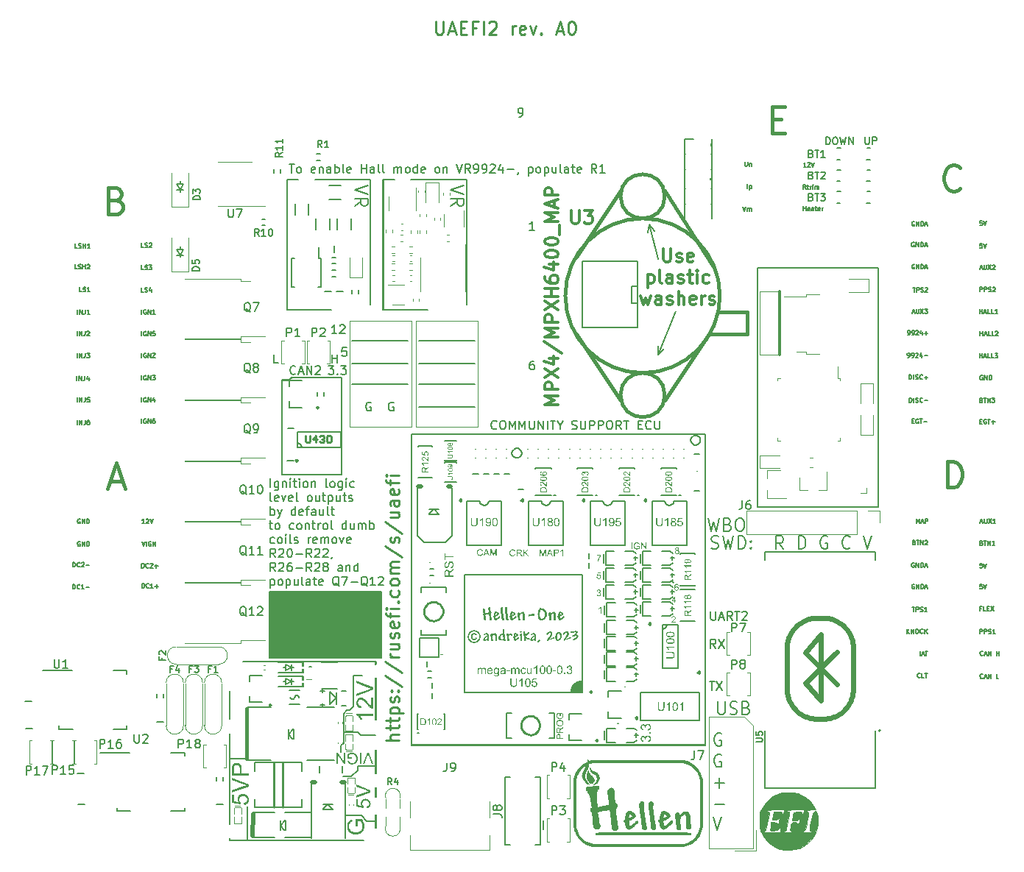
<source format=gto>
G75*
G70*
%OFA0B0*%
%FSLAX25Y25*%
%IPPOS*%
%LPD*%
%AMOC8*
5,1,8,0,0,1.08239X$1,22.5*
%
%ADD10C,0.00787*%
%ADD100C,0.01968*%
%ADD101C,0.01575*%
%ADD131C,0.01000*%
%ADD228C,0.00300*%
%ADD74C,0.01181*%
%ADD77C,0.00591*%
%ADD78C,0.00472*%
%ADD82C,0.00500*%
%ADD83C,0.01772*%
%ADD84C,0.00669*%
%ADD85C,0.00984*%
%ADD86C,0.01200*%
%ADD87C,0.00800*%
%ADD88C,0.00000*%
%ADD89C,0.02484*%
%ADD90C,0.00390*%
%ADD91C,0.00010*%
%ADD92C,0.01500*%
%ADD98C,0.00394*%
X0000000Y0000000D02*
%LPD*%
G01*
D77*
X0183071Y0211870D02*
X0208268Y0211870D01*
X0183071Y0201634D02*
X0208268Y0201634D01*
X0152756Y0231555D02*
X0177953Y0231555D01*
X0115237Y0117903D02*
X0166087Y0117903D01*
X0166087Y0088081D01*
X0115237Y0088081D01*
X0115237Y0117903D01*
G36*
X0115237Y0117903D02*
G01*
X0166087Y0117903D01*
X0166087Y0088081D01*
X0115237Y0088081D01*
X0115237Y0117903D01*
G37*
X0183071Y0221319D02*
X0208268Y0221319D01*
X0152756Y0211870D02*
X0177953Y0211870D01*
X0183071Y0231555D02*
X0208268Y0231555D01*
X0152756Y0221319D02*
X0177953Y0221319D01*
D82*
X0405040Y0203773D02*
X0405040Y0205773D01*
X0405040Y0205773D02*
X0405516Y0205773D01*
X0405516Y0205773D02*
X0405802Y0205677D01*
X0405802Y0205677D02*
X0405992Y0205487D01*
X0405992Y0205487D02*
X0406087Y0205296D01*
X0406087Y0205296D02*
X0406183Y0204915D01*
X0406183Y0204915D02*
X0406183Y0204630D01*
X0406183Y0204630D02*
X0406087Y0204249D01*
X0406087Y0204249D02*
X0405992Y0204058D01*
X0405992Y0204058D02*
X0405802Y0203868D01*
X0405802Y0203868D02*
X0405516Y0203773D01*
X0405516Y0203773D02*
X0405040Y0203773D01*
X0407040Y0203773D02*
X0407040Y0205773D01*
X0407897Y0203868D02*
X0408183Y0203773D01*
X0408183Y0203773D02*
X0408659Y0203773D01*
X0408659Y0203773D02*
X0408849Y0203868D01*
X0408849Y0203868D02*
X0408945Y0203963D01*
X0408945Y0203963D02*
X0409040Y0204154D01*
X0409040Y0204154D02*
X0409040Y0204344D01*
X0409040Y0204344D02*
X0408945Y0204535D01*
X0408945Y0204535D02*
X0408849Y0204630D01*
X0408849Y0204630D02*
X0408659Y0204725D01*
X0408659Y0204725D02*
X0408278Y0204820D01*
X0408278Y0204820D02*
X0408087Y0204915D01*
X0408087Y0204915D02*
X0407992Y0205011D01*
X0407992Y0205011D02*
X0407897Y0205201D01*
X0407897Y0205201D02*
X0407897Y0205392D01*
X0407897Y0205392D02*
X0407992Y0205582D01*
X0407992Y0205582D02*
X0408087Y0205677D01*
X0408087Y0205677D02*
X0408278Y0205773D01*
X0408278Y0205773D02*
X0408754Y0205773D01*
X0408754Y0205773D02*
X0409040Y0205677D01*
X0411040Y0203963D02*
X0410945Y0203868D01*
X0410945Y0203868D02*
X0410659Y0203773D01*
X0410659Y0203773D02*
X0410468Y0203773D01*
X0410468Y0203773D02*
X0410183Y0203868D01*
X0410183Y0203868D02*
X0409992Y0204058D01*
X0409992Y0204058D02*
X0409897Y0204249D01*
X0409897Y0204249D02*
X0409802Y0204630D01*
X0409802Y0204630D02*
X0409802Y0204915D01*
X0409802Y0204915D02*
X0409897Y0205296D01*
X0409897Y0205296D02*
X0409992Y0205487D01*
X0409992Y0205487D02*
X0410183Y0205677D01*
X0410183Y0205677D02*
X0410468Y0205773D01*
X0410468Y0205773D02*
X0410659Y0205773D01*
X0410659Y0205773D02*
X0410945Y0205677D01*
X0410945Y0205677D02*
X0411040Y0205582D01*
X0411897Y0204535D02*
X0413421Y0204535D01*
D77*
X0143757Y0221496D02*
X0143757Y0225433D01*
X0143757Y0223559D02*
X0146007Y0223559D01*
X0146007Y0221496D02*
X0146007Y0225433D01*
D82*
X0358312Y0310381D02*
X0357169Y0310381D01*
X0357740Y0310381D02*
X0357740Y0312381D01*
X0357740Y0312381D02*
X0357550Y0312095D01*
X0357550Y0312095D02*
X0357360Y0311905D01*
X0357360Y0311905D02*
X0357169Y0311809D01*
X0359074Y0312190D02*
X0359169Y0312286D01*
X0359169Y0312286D02*
X0359360Y0312381D01*
X0359360Y0312381D02*
X0359836Y0312381D01*
X0359836Y0312381D02*
X0360026Y0312286D01*
X0360026Y0312286D02*
X0360121Y0312190D01*
X0360121Y0312190D02*
X0360217Y0312000D01*
X0360217Y0312000D02*
X0360217Y0311809D01*
X0360217Y0311809D02*
X0360121Y0311524D01*
X0360121Y0311524D02*
X0358979Y0310381D01*
X0358979Y0310381D02*
X0360217Y0310381D01*
X0360788Y0312381D02*
X0361455Y0310381D01*
X0361455Y0310381D02*
X0362121Y0312381D01*
D83*
X0046079Y0295237D02*
X0047766Y0294675D01*
X0047766Y0294675D02*
X0048328Y0294113D01*
X0048328Y0294113D02*
X0048891Y0292988D01*
X0048891Y0292988D02*
X0048891Y0291300D01*
X0048891Y0291300D02*
X0048328Y0290176D01*
X0048328Y0290176D02*
X0047766Y0289613D01*
X0047766Y0289613D02*
X0046641Y0289051D01*
X0046641Y0289051D02*
X0042142Y0289051D01*
X0042142Y0289051D02*
X0042142Y0300862D01*
X0042142Y0300862D02*
X0046079Y0300862D01*
X0046079Y0300862D02*
X0047204Y0300299D01*
X0047204Y0300299D02*
X0047766Y0299737D01*
X0047766Y0299737D02*
X0048328Y0298612D01*
X0048328Y0298612D02*
X0048328Y0297487D01*
X0048328Y0297487D02*
X0047766Y0296362D01*
X0047766Y0296362D02*
X0047204Y0295800D01*
X0047204Y0295800D02*
X0046079Y0295237D01*
X0046079Y0295237D02*
X0042142Y0295237D01*
D82*
X0028288Y0193681D02*
X0028288Y0195681D01*
X0029240Y0193681D02*
X0029240Y0195681D01*
X0029240Y0195681D02*
X0030383Y0193681D01*
X0030383Y0193681D02*
X0030383Y0195681D01*
X0031907Y0195681D02*
X0031907Y0194252D01*
X0031907Y0194252D02*
X0031812Y0193966D01*
X0031812Y0193966D02*
X0031621Y0193776D01*
X0031621Y0193776D02*
X0031336Y0193681D01*
X0031336Y0193681D02*
X0031145Y0193681D01*
X0033717Y0195681D02*
X0033336Y0195681D01*
X0033336Y0195681D02*
X0033145Y0195586D01*
X0033145Y0195586D02*
X0033050Y0195490D01*
X0033050Y0195490D02*
X0032860Y0195205D01*
X0032860Y0195205D02*
X0032764Y0194824D01*
X0032764Y0194824D02*
X0032764Y0194062D01*
X0032764Y0194062D02*
X0032860Y0193871D01*
X0032860Y0193871D02*
X0032955Y0193776D01*
X0032955Y0193776D02*
X0033145Y0193681D01*
X0033145Y0193681D02*
X0033526Y0193681D01*
X0033526Y0193681D02*
X0033717Y0193776D01*
X0033717Y0193776D02*
X0033812Y0193871D01*
X0033812Y0193871D02*
X0033907Y0194062D01*
X0033907Y0194062D02*
X0033907Y0194538D01*
X0033907Y0194538D02*
X0033812Y0194728D01*
X0033812Y0194728D02*
X0033717Y0194824D01*
X0033717Y0194824D02*
X0033526Y0194919D01*
X0033526Y0194919D02*
X0033145Y0194919D01*
X0033145Y0194919D02*
X0032955Y0194824D01*
X0032955Y0194824D02*
X0032860Y0194728D01*
X0032860Y0194728D02*
X0032764Y0194538D01*
X0058364Y0273981D02*
X0057412Y0273981D01*
X0057412Y0273981D02*
X0057412Y0275981D01*
X0058936Y0274076D02*
X0059221Y0273981D01*
X0059221Y0273981D02*
X0059698Y0273981D01*
X0059698Y0273981D02*
X0059888Y0274076D01*
X0059888Y0274076D02*
X0059983Y0274171D01*
X0059983Y0274171D02*
X0060079Y0274362D01*
X0060079Y0274362D02*
X0060079Y0274552D01*
X0060079Y0274552D02*
X0059983Y0274743D01*
X0059983Y0274743D02*
X0059888Y0274838D01*
X0059888Y0274838D02*
X0059698Y0274933D01*
X0059698Y0274933D02*
X0059317Y0275028D01*
X0059317Y0275028D02*
X0059126Y0275124D01*
X0059126Y0275124D02*
X0059031Y0275219D01*
X0059031Y0275219D02*
X0058936Y0275409D01*
X0058936Y0275409D02*
X0058936Y0275600D01*
X0058936Y0275600D02*
X0059031Y0275790D01*
X0059031Y0275790D02*
X0059126Y0275886D01*
X0059126Y0275886D02*
X0059317Y0275981D01*
X0059317Y0275981D02*
X0059793Y0275981D01*
X0059793Y0275981D02*
X0060079Y0275886D01*
X0060840Y0275790D02*
X0060936Y0275886D01*
X0060936Y0275886D02*
X0061126Y0275981D01*
X0061126Y0275981D02*
X0061602Y0275981D01*
X0061602Y0275981D02*
X0061793Y0275886D01*
X0061793Y0275886D02*
X0061888Y0275790D01*
X0061888Y0275790D02*
X0061983Y0275600D01*
X0061983Y0275600D02*
X0061983Y0275409D01*
X0061983Y0275409D02*
X0061888Y0275124D01*
X0061888Y0275124D02*
X0060745Y0273981D01*
X0060745Y0273981D02*
X0061983Y0273981D01*
X0028088Y0213681D02*
X0028088Y0215681D01*
X0029040Y0213681D02*
X0029040Y0215681D01*
X0029040Y0215681D02*
X0030183Y0213681D01*
X0030183Y0213681D02*
X0030183Y0215681D01*
X0031707Y0215681D02*
X0031707Y0214252D01*
X0031707Y0214252D02*
X0031612Y0213966D01*
X0031612Y0213966D02*
X0031421Y0213776D01*
X0031421Y0213776D02*
X0031136Y0213681D01*
X0031136Y0213681D02*
X0030945Y0213681D01*
X0033517Y0215014D02*
X0033517Y0213681D01*
X0033040Y0215776D02*
X0032564Y0214347D01*
X0032564Y0214347D02*
X0033802Y0214347D01*
X0028217Y0264181D02*
X0027264Y0264181D01*
X0027264Y0264181D02*
X0027264Y0266181D01*
X0028788Y0264276D02*
X0029074Y0264181D01*
X0029074Y0264181D02*
X0029550Y0264181D01*
X0029550Y0264181D02*
X0029740Y0264276D01*
X0029740Y0264276D02*
X0029836Y0264371D01*
X0029836Y0264371D02*
X0029931Y0264562D01*
X0029931Y0264562D02*
X0029931Y0264752D01*
X0029931Y0264752D02*
X0029836Y0264943D01*
X0029836Y0264943D02*
X0029740Y0265038D01*
X0029740Y0265038D02*
X0029550Y0265133D01*
X0029550Y0265133D02*
X0029169Y0265228D01*
X0029169Y0265228D02*
X0028979Y0265324D01*
X0028979Y0265324D02*
X0028883Y0265419D01*
X0028883Y0265419D02*
X0028788Y0265609D01*
X0028788Y0265609D02*
X0028788Y0265800D01*
X0028788Y0265800D02*
X0028883Y0265990D01*
X0028883Y0265990D02*
X0028979Y0266086D01*
X0028979Y0266086D02*
X0029169Y0266181D01*
X0029169Y0266181D02*
X0029645Y0266181D01*
X0029645Y0266181D02*
X0029931Y0266086D01*
X0030788Y0264181D02*
X0030788Y0266181D01*
X0030788Y0265228D02*
X0031931Y0265228D01*
X0031931Y0264181D02*
X0031931Y0266181D01*
X0032788Y0265990D02*
X0032883Y0266086D01*
X0032883Y0266086D02*
X0033074Y0266181D01*
X0033074Y0266181D02*
X0033550Y0266181D01*
X0033550Y0266181D02*
X0033740Y0266086D01*
X0033740Y0266086D02*
X0033836Y0265990D01*
X0033836Y0265990D02*
X0033931Y0265800D01*
X0033931Y0265800D02*
X0033931Y0265609D01*
X0033931Y0265609D02*
X0033836Y0265324D01*
X0033836Y0265324D02*
X0032693Y0264181D01*
X0032693Y0264181D02*
X0033931Y0264181D01*
X0026336Y0129181D02*
X0026336Y0131181D01*
X0026336Y0131181D02*
X0026812Y0131181D01*
X0026812Y0131181D02*
X0027098Y0131086D01*
X0027098Y0131086D02*
X0027288Y0130895D01*
X0027288Y0130895D02*
X0027383Y0130705D01*
X0027383Y0130705D02*
X0027479Y0130324D01*
X0027479Y0130324D02*
X0027479Y0130038D01*
X0027479Y0130038D02*
X0027383Y0129657D01*
X0027383Y0129657D02*
X0027288Y0129466D01*
X0027288Y0129466D02*
X0027098Y0129276D01*
X0027098Y0129276D02*
X0026812Y0129181D01*
X0026812Y0129181D02*
X0026336Y0129181D01*
X0029479Y0129371D02*
X0029383Y0129276D01*
X0029383Y0129276D02*
X0029098Y0129181D01*
X0029098Y0129181D02*
X0028907Y0129181D01*
X0028907Y0129181D02*
X0028621Y0129276D01*
X0028621Y0129276D02*
X0028431Y0129466D01*
X0028431Y0129466D02*
X0028336Y0129657D01*
X0028336Y0129657D02*
X0028240Y0130038D01*
X0028240Y0130038D02*
X0028240Y0130324D01*
X0028240Y0130324D02*
X0028336Y0130705D01*
X0028336Y0130705D02*
X0028431Y0130895D01*
X0028431Y0130895D02*
X0028621Y0131086D01*
X0028621Y0131086D02*
X0028907Y0131181D01*
X0028907Y0131181D02*
X0029098Y0131181D01*
X0029098Y0131181D02*
X0029383Y0131086D01*
X0029383Y0131086D02*
X0029479Y0130990D01*
X0030240Y0130990D02*
X0030336Y0131086D01*
X0030336Y0131086D02*
X0030526Y0131181D01*
X0030526Y0131181D02*
X0031002Y0131181D01*
X0031002Y0131181D02*
X0031193Y0131086D01*
X0031193Y0131086D02*
X0031288Y0130990D01*
X0031288Y0130990D02*
X0031383Y0130800D01*
X0031383Y0130800D02*
X0031383Y0130609D01*
X0031383Y0130609D02*
X0031288Y0130324D01*
X0031288Y0130324D02*
X0030145Y0129181D01*
X0030145Y0129181D02*
X0031383Y0129181D01*
X0032240Y0129943D02*
X0033764Y0129943D01*
X0438069Y0285881D02*
X0437117Y0285881D01*
X0437117Y0285881D02*
X0437021Y0284928D01*
X0437021Y0284928D02*
X0437117Y0285024D01*
X0437117Y0285024D02*
X0437307Y0285119D01*
X0437307Y0285119D02*
X0437783Y0285119D01*
X0437783Y0285119D02*
X0437974Y0285024D01*
X0437974Y0285024D02*
X0438069Y0284928D01*
X0438069Y0284928D02*
X0438164Y0284738D01*
X0438164Y0284738D02*
X0438164Y0284262D01*
X0438164Y0284262D02*
X0438069Y0284071D01*
X0438069Y0284071D02*
X0437974Y0283976D01*
X0437974Y0283976D02*
X0437783Y0283881D01*
X0437783Y0283881D02*
X0437307Y0283881D01*
X0437307Y0283881D02*
X0437117Y0283976D01*
X0437117Y0283976D02*
X0437021Y0284071D01*
X0438736Y0285881D02*
X0439402Y0283881D01*
X0439402Y0283881D02*
X0440069Y0285881D01*
X0437053Y0233981D02*
X0437053Y0235981D01*
X0437053Y0235028D02*
X0438196Y0235028D01*
X0438196Y0233981D02*
X0438196Y0235981D01*
X0439053Y0234552D02*
X0440006Y0234552D01*
X0438863Y0233981D02*
X0439529Y0235981D01*
X0439529Y0235981D02*
X0440196Y0233981D01*
X0441815Y0233981D02*
X0440863Y0233981D01*
X0440863Y0233981D02*
X0440863Y0235981D01*
X0443434Y0233981D02*
X0442482Y0233981D01*
X0442482Y0233981D02*
X0442482Y0235981D01*
X0444006Y0235790D02*
X0444101Y0235886D01*
X0444101Y0235886D02*
X0444291Y0235981D01*
X0444291Y0235981D02*
X0444767Y0235981D01*
X0444767Y0235981D02*
X0444958Y0235886D01*
X0444958Y0235886D02*
X0445053Y0235790D01*
X0445053Y0235790D02*
X0445148Y0235600D01*
X0445148Y0235600D02*
X0445148Y0235409D01*
X0445148Y0235409D02*
X0445053Y0235124D01*
X0445053Y0235124D02*
X0443910Y0233981D01*
X0443910Y0233981D02*
X0445148Y0233981D01*
X0404960Y0214181D02*
X0404960Y0216181D01*
X0404960Y0216181D02*
X0405436Y0216181D01*
X0405436Y0216181D02*
X0405721Y0216086D01*
X0405721Y0216086D02*
X0405912Y0215895D01*
X0405912Y0215895D02*
X0406007Y0215705D01*
X0406007Y0215705D02*
X0406102Y0215324D01*
X0406102Y0215324D02*
X0406102Y0215038D01*
X0406102Y0215038D02*
X0406007Y0214657D01*
X0406007Y0214657D02*
X0405912Y0214466D01*
X0405912Y0214466D02*
X0405721Y0214276D01*
X0405721Y0214276D02*
X0405436Y0214181D01*
X0405436Y0214181D02*
X0404960Y0214181D01*
X0406960Y0214181D02*
X0406960Y0216181D01*
X0407817Y0214276D02*
X0408102Y0214181D01*
X0408102Y0214181D02*
X0408579Y0214181D01*
X0408579Y0214181D02*
X0408769Y0214276D01*
X0408769Y0214276D02*
X0408864Y0214371D01*
X0408864Y0214371D02*
X0408960Y0214562D01*
X0408960Y0214562D02*
X0408960Y0214752D01*
X0408960Y0214752D02*
X0408864Y0214943D01*
X0408864Y0214943D02*
X0408769Y0215038D01*
X0408769Y0215038D02*
X0408579Y0215133D01*
X0408579Y0215133D02*
X0408198Y0215228D01*
X0408198Y0215228D02*
X0408007Y0215324D01*
X0408007Y0215324D02*
X0407912Y0215419D01*
X0407912Y0215419D02*
X0407817Y0215609D01*
X0407817Y0215609D02*
X0407817Y0215800D01*
X0407817Y0215800D02*
X0407912Y0215990D01*
X0407912Y0215990D02*
X0408007Y0216086D01*
X0408007Y0216086D02*
X0408198Y0216181D01*
X0408198Y0216181D02*
X0408674Y0216181D01*
X0408674Y0216181D02*
X0408960Y0216086D01*
X0410960Y0214371D02*
X0410864Y0214276D01*
X0410864Y0214276D02*
X0410579Y0214181D01*
X0410579Y0214181D02*
X0410388Y0214181D01*
X0410388Y0214181D02*
X0410102Y0214276D01*
X0410102Y0214276D02*
X0409912Y0214466D01*
X0409912Y0214466D02*
X0409817Y0214657D01*
X0409817Y0214657D02*
X0409721Y0215038D01*
X0409721Y0215038D02*
X0409721Y0215324D01*
X0409721Y0215324D02*
X0409817Y0215705D01*
X0409817Y0215705D02*
X0409912Y0215895D01*
X0409912Y0215895D02*
X0410102Y0216086D01*
X0410102Y0216086D02*
X0410388Y0216181D01*
X0410388Y0216181D02*
X0410579Y0216181D01*
X0410579Y0216181D02*
X0410864Y0216086D01*
X0410864Y0216086D02*
X0410960Y0215990D01*
X0411817Y0214943D02*
X0413340Y0214943D01*
X0412579Y0214181D02*
X0412579Y0215705D01*
D10*
X0319821Y0053614D02*
X0319296Y0053895D01*
X0319296Y0053895D02*
X0318508Y0053895D01*
X0318508Y0053895D02*
X0317721Y0053614D01*
X0317721Y0053614D02*
X0317196Y0053051D01*
X0317196Y0053051D02*
X0316934Y0052489D01*
X0316934Y0052489D02*
X0316671Y0051364D01*
X0316671Y0051364D02*
X0316671Y0050520D01*
X0316671Y0050520D02*
X0316934Y0049395D01*
X0316934Y0049395D02*
X0317196Y0048833D01*
X0317196Y0048833D02*
X0317721Y0048271D01*
X0317721Y0048271D02*
X0318508Y0047989D01*
X0318508Y0047989D02*
X0319033Y0047989D01*
X0319033Y0047989D02*
X0319821Y0048271D01*
X0319821Y0048271D02*
X0320083Y0048552D01*
X0320083Y0048552D02*
X0320083Y0050520D01*
X0320083Y0050520D02*
X0319033Y0050520D01*
X0319821Y0044106D02*
X0319296Y0044387D01*
X0319296Y0044387D02*
X0318508Y0044387D01*
X0318508Y0044387D02*
X0317721Y0044106D01*
X0317721Y0044106D02*
X0317196Y0043544D01*
X0317196Y0043544D02*
X0316934Y0042981D01*
X0316934Y0042981D02*
X0316671Y0041856D01*
X0316671Y0041856D02*
X0316671Y0041013D01*
X0316671Y0041013D02*
X0316934Y0039888D01*
X0316934Y0039888D02*
X0317196Y0039325D01*
X0317196Y0039325D02*
X0317721Y0038763D01*
X0317721Y0038763D02*
X0318508Y0038482D01*
X0318508Y0038482D02*
X0319033Y0038482D01*
X0319033Y0038482D02*
X0319821Y0038763D01*
X0319821Y0038763D02*
X0320083Y0039044D01*
X0320083Y0039044D02*
X0320083Y0041013D01*
X0320083Y0041013D02*
X0319033Y0041013D01*
X0316934Y0031224D02*
X0321133Y0031224D01*
X0319033Y0028974D02*
X0319033Y0033474D01*
X0316934Y0021716D02*
X0321133Y0021716D01*
X0316146Y0015865D02*
X0317983Y0009959D01*
X0317983Y0009959D02*
X0319821Y0015865D01*
D82*
X0403831Y0099081D02*
X0403831Y0101081D01*
X0404974Y0099081D02*
X0404117Y0100224D01*
X0404974Y0101081D02*
X0403831Y0099938D01*
X0405831Y0099081D02*
X0405831Y0101081D01*
X0405831Y0101081D02*
X0406974Y0099081D01*
X0406974Y0099081D02*
X0406974Y0101081D01*
X0408307Y0101081D02*
X0408688Y0101081D01*
X0408688Y0101081D02*
X0408879Y0100986D01*
X0408879Y0100986D02*
X0409069Y0100795D01*
X0409069Y0100795D02*
X0409164Y0100414D01*
X0409164Y0100414D02*
X0409164Y0099747D01*
X0409164Y0099747D02*
X0409069Y0099366D01*
X0409069Y0099366D02*
X0408879Y0099176D01*
X0408879Y0099176D02*
X0408688Y0099081D01*
X0408688Y0099081D02*
X0408307Y0099081D01*
X0408307Y0099081D02*
X0408117Y0099176D01*
X0408117Y0099176D02*
X0407926Y0099366D01*
X0407926Y0099366D02*
X0407831Y0099747D01*
X0407831Y0099747D02*
X0407831Y0100414D01*
X0407831Y0100414D02*
X0407926Y0100795D01*
X0407926Y0100795D02*
X0408117Y0100986D01*
X0408117Y0100986D02*
X0408307Y0101081D01*
X0411164Y0099271D02*
X0411069Y0099176D01*
X0411069Y0099176D02*
X0410783Y0099081D01*
X0410783Y0099081D02*
X0410593Y0099081D01*
X0410593Y0099081D02*
X0410307Y0099176D01*
X0410307Y0099176D02*
X0410117Y0099366D01*
X0410117Y0099366D02*
X0410021Y0099557D01*
X0410021Y0099557D02*
X0409926Y0099938D01*
X0409926Y0099938D02*
X0409926Y0100224D01*
X0409926Y0100224D02*
X0410021Y0100605D01*
X0410021Y0100605D02*
X0410117Y0100795D01*
X0410117Y0100795D02*
X0410307Y0100986D01*
X0410307Y0100986D02*
X0410593Y0101081D01*
X0410593Y0101081D02*
X0410783Y0101081D01*
X0410783Y0101081D02*
X0411069Y0100986D01*
X0411069Y0100986D02*
X0411164Y0100890D01*
X0412021Y0099081D02*
X0412021Y0101081D01*
X0413164Y0099081D02*
X0412307Y0100224D01*
X0413164Y0101081D02*
X0412021Y0099938D01*
D77*
X0315106Y0108996D02*
X0315106Y0105809D01*
X0315106Y0105809D02*
X0315293Y0105434D01*
X0315293Y0105434D02*
X0315481Y0105246D01*
X0315481Y0105246D02*
X0315856Y0105059D01*
X0315856Y0105059D02*
X0316606Y0105059D01*
X0316606Y0105059D02*
X0316981Y0105246D01*
X0316981Y0105246D02*
X0317168Y0105434D01*
X0317168Y0105434D02*
X0317356Y0105809D01*
X0317356Y0105809D02*
X0317356Y0108996D01*
X0319043Y0106184D02*
X0320918Y0106184D01*
X0318668Y0105059D02*
X0319980Y0108996D01*
X0319980Y0108996D02*
X0321293Y0105059D01*
X0324855Y0105059D02*
X0323542Y0106934D01*
X0322605Y0105059D02*
X0322605Y0108996D01*
X0322605Y0108996D02*
X0324105Y0108996D01*
X0324105Y0108996D02*
X0324480Y0108808D01*
X0324480Y0108808D02*
X0324667Y0108621D01*
X0324667Y0108621D02*
X0324855Y0108246D01*
X0324855Y0108246D02*
X0324855Y0107684D01*
X0324855Y0107684D02*
X0324667Y0107309D01*
X0324667Y0107309D02*
X0324480Y0107121D01*
X0324480Y0107121D02*
X0324105Y0106934D01*
X0324105Y0106934D02*
X0322605Y0106934D01*
X0325979Y0108996D02*
X0328229Y0108996D01*
X0327104Y0105059D02*
X0327104Y0108996D01*
X0329354Y0108621D02*
X0329542Y0108808D01*
X0329542Y0108808D02*
X0329916Y0108996D01*
X0329916Y0108996D02*
X0330854Y0108996D01*
X0330854Y0108996D02*
X0331229Y0108808D01*
X0331229Y0108808D02*
X0331416Y0108621D01*
X0331416Y0108621D02*
X0331604Y0108246D01*
X0331604Y0108246D02*
X0331604Y0107871D01*
X0331604Y0107871D02*
X0331416Y0107309D01*
X0331416Y0107309D02*
X0329167Y0105059D01*
X0329167Y0105059D02*
X0331604Y0105059D01*
X0317356Y0092382D02*
X0316043Y0094257D01*
X0315106Y0092382D02*
X0315106Y0096319D01*
X0315106Y0096319D02*
X0316606Y0096319D01*
X0316606Y0096319D02*
X0316981Y0096132D01*
X0316981Y0096132D02*
X0317168Y0095944D01*
X0317168Y0095944D02*
X0317356Y0095569D01*
X0317356Y0095569D02*
X0317356Y0095007D01*
X0317356Y0095007D02*
X0317168Y0094632D01*
X0317168Y0094632D02*
X0316981Y0094444D01*
X0316981Y0094444D02*
X0316606Y0094257D01*
X0316606Y0094257D02*
X0315106Y0094257D01*
X0318668Y0096319D02*
X0321293Y0092382D01*
X0321293Y0096319D02*
X0318668Y0092382D01*
X0314543Y0077304D02*
X0316793Y0077304D01*
X0315668Y0073367D02*
X0315668Y0077304D01*
X0317730Y0077304D02*
X0320355Y0073367D01*
X0320355Y0077304D02*
X0317730Y0073367D01*
D83*
X0043138Y0167983D02*
X0048762Y0167983D01*
X0042013Y0164608D02*
X0045950Y0176419D01*
X0045950Y0176419D02*
X0049887Y0164608D01*
D82*
X0437972Y0275681D02*
X0437020Y0275681D01*
X0437020Y0275681D02*
X0436925Y0274728D01*
X0436925Y0274728D02*
X0437020Y0274824D01*
X0437020Y0274824D02*
X0437210Y0274919D01*
X0437210Y0274919D02*
X0437686Y0274919D01*
X0437686Y0274919D02*
X0437877Y0274824D01*
X0437877Y0274824D02*
X0437972Y0274728D01*
X0437972Y0274728D02*
X0438067Y0274538D01*
X0438067Y0274538D02*
X0438067Y0274062D01*
X0438067Y0274062D02*
X0437972Y0273871D01*
X0437972Y0273871D02*
X0437877Y0273776D01*
X0437877Y0273776D02*
X0437686Y0273681D01*
X0437686Y0273681D02*
X0437210Y0273681D01*
X0437210Y0273681D02*
X0437020Y0273776D01*
X0437020Y0273776D02*
X0436925Y0273871D01*
X0438639Y0275681D02*
X0439306Y0273681D01*
X0439306Y0273681D02*
X0439972Y0275681D01*
X0437631Y0204728D02*
X0437917Y0204633D01*
X0437917Y0204633D02*
X0438012Y0204538D01*
X0438012Y0204538D02*
X0438107Y0204347D01*
X0438107Y0204347D02*
X0438107Y0204062D01*
X0438107Y0204062D02*
X0438012Y0203871D01*
X0438012Y0203871D02*
X0437917Y0203776D01*
X0437917Y0203776D02*
X0437726Y0203681D01*
X0437726Y0203681D02*
X0436964Y0203681D01*
X0436964Y0203681D02*
X0436964Y0205681D01*
X0436964Y0205681D02*
X0437631Y0205681D01*
X0437631Y0205681D02*
X0437821Y0205586D01*
X0437821Y0205586D02*
X0437917Y0205490D01*
X0437917Y0205490D02*
X0438012Y0205300D01*
X0438012Y0205300D02*
X0438012Y0205109D01*
X0438012Y0205109D02*
X0437917Y0204919D01*
X0437917Y0204919D02*
X0437821Y0204824D01*
X0437821Y0204824D02*
X0437631Y0204728D01*
X0437631Y0204728D02*
X0436964Y0204728D01*
X0438679Y0205681D02*
X0439821Y0205681D01*
X0439250Y0203681D02*
X0439250Y0205681D01*
X0440488Y0203681D02*
X0440488Y0205681D01*
X0440488Y0205681D02*
X0441631Y0203681D01*
X0441631Y0203681D02*
X0441631Y0205681D01*
X0442393Y0205681D02*
X0443631Y0205681D01*
X0443631Y0205681D02*
X0442964Y0204919D01*
X0442964Y0204919D02*
X0443250Y0204919D01*
X0443250Y0204919D02*
X0443440Y0204824D01*
X0443440Y0204824D02*
X0443536Y0204728D01*
X0443536Y0204728D02*
X0443631Y0204538D01*
X0443631Y0204538D02*
X0443631Y0204062D01*
X0443631Y0204062D02*
X0443536Y0203871D01*
X0443536Y0203871D02*
X0443440Y0203776D01*
X0443440Y0203776D02*
X0443250Y0203681D01*
X0443250Y0203681D02*
X0442679Y0203681D01*
X0442679Y0203681D02*
X0442488Y0203776D01*
X0442488Y0203776D02*
X0442393Y0203871D01*
X0437021Y0264552D02*
X0437974Y0264552D01*
X0436831Y0263981D02*
X0437498Y0265981D01*
X0437498Y0265981D02*
X0438164Y0263981D01*
X0438831Y0265981D02*
X0438831Y0264362D01*
X0438831Y0264362D02*
X0438926Y0264171D01*
X0438926Y0264171D02*
X0439021Y0264076D01*
X0439021Y0264076D02*
X0439212Y0263981D01*
X0439212Y0263981D02*
X0439593Y0263981D01*
X0439593Y0263981D02*
X0439783Y0264076D01*
X0439783Y0264076D02*
X0439879Y0264171D01*
X0439879Y0264171D02*
X0439974Y0264362D01*
X0439974Y0264362D02*
X0439974Y0265981D01*
X0440736Y0265981D02*
X0442069Y0263981D01*
X0442069Y0265981D02*
X0440736Y0263981D01*
X0442736Y0265790D02*
X0442831Y0265886D01*
X0442831Y0265886D02*
X0443021Y0265981D01*
X0443021Y0265981D02*
X0443498Y0265981D01*
X0443498Y0265981D02*
X0443688Y0265886D01*
X0443688Y0265886D02*
X0443783Y0265790D01*
X0443783Y0265790D02*
X0443879Y0265600D01*
X0443879Y0265600D02*
X0443879Y0265409D01*
X0443879Y0265409D02*
X0443783Y0265124D01*
X0443783Y0265124D02*
X0442640Y0263981D01*
X0442640Y0263981D02*
X0443879Y0263981D01*
D77*
X0141939Y0220315D02*
X0144376Y0220315D01*
X0144376Y0220315D02*
X0143064Y0218816D01*
X0143064Y0218816D02*
X0143626Y0218816D01*
X0143626Y0218816D02*
X0144001Y0218628D01*
X0144001Y0218628D02*
X0144189Y0218441D01*
X0144189Y0218441D02*
X0144376Y0218066D01*
X0144376Y0218066D02*
X0144376Y0217128D01*
X0144376Y0217128D02*
X0144189Y0216753D01*
X0144189Y0216753D02*
X0144001Y0216566D01*
X0144001Y0216566D02*
X0143626Y0216378D01*
X0143626Y0216378D02*
X0142501Y0216378D01*
X0142501Y0216378D02*
X0142126Y0216566D01*
X0142126Y0216566D02*
X0141939Y0216753D01*
X0146063Y0216753D02*
X0146251Y0216566D01*
X0146251Y0216566D02*
X0146063Y0216378D01*
X0146063Y0216378D02*
X0145876Y0216566D01*
X0145876Y0216566D02*
X0146063Y0216753D01*
X0146063Y0216753D02*
X0146063Y0216378D01*
X0147563Y0220315D02*
X0150000Y0220315D01*
X0150000Y0220315D02*
X0148688Y0218816D01*
X0148688Y0218816D02*
X0149250Y0218816D01*
X0149250Y0218816D02*
X0149625Y0218628D01*
X0149625Y0218628D02*
X0149813Y0218441D01*
X0149813Y0218441D02*
X0150000Y0218066D01*
X0150000Y0218066D02*
X0150000Y0217128D01*
X0150000Y0217128D02*
X0149813Y0216753D01*
X0149813Y0216753D02*
X0149625Y0216566D01*
X0149625Y0216566D02*
X0149250Y0216378D01*
X0149250Y0216378D02*
X0148126Y0216378D01*
X0148126Y0216378D02*
X0147751Y0216566D01*
X0147751Y0216566D02*
X0147563Y0216753D01*
D82*
X0406274Y0110981D02*
X0407417Y0110981D01*
X0406845Y0108981D02*
X0406845Y0110981D01*
X0408083Y0108981D02*
X0408083Y0110981D01*
X0408083Y0110981D02*
X0408845Y0110981D01*
X0408845Y0110981D02*
X0409036Y0110886D01*
X0409036Y0110886D02*
X0409131Y0110790D01*
X0409131Y0110790D02*
X0409226Y0110600D01*
X0409226Y0110600D02*
X0409226Y0110314D01*
X0409226Y0110314D02*
X0409131Y0110124D01*
X0409131Y0110124D02*
X0409036Y0110028D01*
X0409036Y0110028D02*
X0408845Y0109933D01*
X0408845Y0109933D02*
X0408083Y0109933D01*
X0409988Y0109076D02*
X0410274Y0108981D01*
X0410274Y0108981D02*
X0410750Y0108981D01*
X0410750Y0108981D02*
X0410940Y0109076D01*
X0410940Y0109076D02*
X0411036Y0109171D01*
X0411036Y0109171D02*
X0411131Y0109362D01*
X0411131Y0109362D02*
X0411131Y0109552D01*
X0411131Y0109552D02*
X0411036Y0109743D01*
X0411036Y0109743D02*
X0410940Y0109838D01*
X0410940Y0109838D02*
X0410750Y0109933D01*
X0410750Y0109933D02*
X0410369Y0110028D01*
X0410369Y0110028D02*
X0410179Y0110124D01*
X0410179Y0110124D02*
X0410083Y0110219D01*
X0410083Y0110219D02*
X0409988Y0110409D01*
X0409988Y0110409D02*
X0409988Y0110600D01*
X0409988Y0110600D02*
X0410083Y0110790D01*
X0410083Y0110790D02*
X0410179Y0110886D01*
X0410179Y0110886D02*
X0410369Y0110981D01*
X0410369Y0110981D02*
X0410845Y0110981D01*
X0410845Y0110981D02*
X0411131Y0110886D01*
X0413036Y0108981D02*
X0411893Y0108981D01*
X0412464Y0108981D02*
X0412464Y0110981D01*
X0412464Y0110981D02*
X0412274Y0110695D01*
X0412274Y0110695D02*
X0412083Y0110505D01*
X0412083Y0110505D02*
X0411893Y0110409D01*
D84*
X0385046Y0323860D02*
X0385046Y0321247D01*
X0385046Y0321247D02*
X0385199Y0320939D01*
X0385199Y0320939D02*
X0385353Y0320786D01*
X0385353Y0320786D02*
X0385660Y0320632D01*
X0385660Y0320632D02*
X0386275Y0320632D01*
X0386275Y0320632D02*
X0386583Y0320786D01*
X0386583Y0320786D02*
X0386737Y0320939D01*
X0386737Y0320939D02*
X0386890Y0321247D01*
X0386890Y0321247D02*
X0386890Y0323860D01*
X0388428Y0320632D02*
X0388428Y0323860D01*
X0388428Y0323860D02*
X0389657Y0323860D01*
X0389657Y0323860D02*
X0389965Y0323707D01*
X0389965Y0323707D02*
X0390119Y0323553D01*
X0390119Y0323553D02*
X0390272Y0323245D01*
X0390272Y0323245D02*
X0390272Y0322784D01*
X0390272Y0322784D02*
X0390119Y0322477D01*
X0390119Y0322477D02*
X0389965Y0322323D01*
X0389965Y0322323D02*
X0389657Y0322169D01*
X0389657Y0322169D02*
X0388428Y0322169D01*
D77*
X0150150Y0228583D02*
X0148276Y0228583D01*
X0148276Y0228583D02*
X0148088Y0226708D01*
X0148088Y0226708D02*
X0148276Y0226896D01*
X0148276Y0226896D02*
X0148651Y0227083D01*
X0148651Y0227083D02*
X0149588Y0227083D01*
X0149588Y0227083D02*
X0149963Y0226896D01*
X0149963Y0226896D02*
X0150150Y0226708D01*
X0150150Y0226708D02*
X0150338Y0226333D01*
X0150338Y0226333D02*
X0150338Y0225396D01*
X0150338Y0225396D02*
X0150150Y0225021D01*
X0150150Y0225021D02*
X0149963Y0224834D01*
X0149963Y0224834D02*
X0149588Y0224646D01*
X0149588Y0224646D02*
X0148651Y0224646D01*
X0148651Y0224646D02*
X0148276Y0224834D01*
X0148276Y0224834D02*
X0148088Y0225021D01*
D82*
X0406325Y0244652D02*
X0407277Y0244652D01*
X0406134Y0244081D02*
X0406801Y0246081D01*
X0406801Y0246081D02*
X0407467Y0244081D01*
X0408134Y0246081D02*
X0408134Y0244462D01*
X0408134Y0244462D02*
X0408229Y0244271D01*
X0408229Y0244271D02*
X0408325Y0244176D01*
X0408325Y0244176D02*
X0408515Y0244081D01*
X0408515Y0244081D02*
X0408896Y0244081D01*
X0408896Y0244081D02*
X0409086Y0244176D01*
X0409086Y0244176D02*
X0409182Y0244271D01*
X0409182Y0244271D02*
X0409277Y0244462D01*
X0409277Y0244462D02*
X0409277Y0246081D01*
X0410039Y0246081D02*
X0411372Y0244081D01*
X0411372Y0246081D02*
X0410039Y0244081D01*
X0411944Y0246081D02*
X0413182Y0246081D01*
X0413182Y0246081D02*
X0412515Y0245319D01*
X0412515Y0245319D02*
X0412801Y0245319D01*
X0412801Y0245319D02*
X0412991Y0245224D01*
X0412991Y0245224D02*
X0413086Y0245128D01*
X0413086Y0245128D02*
X0413182Y0244938D01*
X0413182Y0244938D02*
X0413182Y0244462D01*
X0413182Y0244462D02*
X0413086Y0244271D01*
X0413086Y0244271D02*
X0412991Y0244176D01*
X0412991Y0244176D02*
X0412801Y0244081D01*
X0412801Y0244081D02*
X0412229Y0244081D01*
X0412229Y0244081D02*
X0412039Y0244176D01*
X0412039Y0244176D02*
X0411944Y0244271D01*
D84*
X0360531Y0316417D02*
X0360992Y0316264D01*
X0360992Y0316264D02*
X0361146Y0316110D01*
X0361146Y0316110D02*
X0361300Y0315803D01*
X0361300Y0315803D02*
X0361300Y0315341D01*
X0361300Y0315341D02*
X0361146Y0315034D01*
X0361146Y0315034D02*
X0360992Y0314880D01*
X0360992Y0314880D02*
X0360685Y0314726D01*
X0360685Y0314726D02*
X0359455Y0314726D01*
X0359455Y0314726D02*
X0359455Y0317955D01*
X0359455Y0317955D02*
X0360531Y0317955D01*
X0360531Y0317955D02*
X0360839Y0317801D01*
X0360839Y0317801D02*
X0360992Y0317647D01*
X0360992Y0317647D02*
X0361146Y0317340D01*
X0361146Y0317340D02*
X0361146Y0317032D01*
X0361146Y0317032D02*
X0360992Y0316725D01*
X0360992Y0316725D02*
X0360839Y0316571D01*
X0360839Y0316571D02*
X0360531Y0316417D01*
X0360531Y0316417D02*
X0359455Y0316417D01*
X0362222Y0317955D02*
X0364067Y0317955D01*
X0363144Y0314726D02*
X0363144Y0317955D01*
X0366834Y0314726D02*
X0364989Y0314726D01*
X0365912Y0314726D02*
X0365912Y0317955D01*
X0365912Y0317955D02*
X0365604Y0317494D01*
X0365604Y0317494D02*
X0365297Y0317186D01*
X0365297Y0317186D02*
X0364989Y0317032D01*
D82*
X0358169Y0300281D02*
X0357502Y0301233D01*
X0357026Y0300281D02*
X0357026Y0302281D01*
X0357026Y0302281D02*
X0357788Y0302281D01*
X0357788Y0302281D02*
X0357979Y0302186D01*
X0357979Y0302186D02*
X0358074Y0302090D01*
X0358074Y0302090D02*
X0358169Y0301900D01*
X0358169Y0301900D02*
X0358169Y0301614D01*
X0358169Y0301614D02*
X0358074Y0301424D01*
X0358074Y0301424D02*
X0357979Y0301328D01*
X0357979Y0301328D02*
X0357788Y0301233D01*
X0357788Y0301233D02*
X0357026Y0301233D01*
X0358740Y0301614D02*
X0359502Y0301614D01*
X0359026Y0302281D02*
X0359026Y0300566D01*
X0359026Y0300566D02*
X0359121Y0300376D01*
X0359121Y0300376D02*
X0359312Y0300281D01*
X0359312Y0300281D02*
X0359502Y0300281D01*
X0360169Y0300281D02*
X0360169Y0301614D01*
X0360169Y0301233D02*
X0360264Y0301424D01*
X0360264Y0301424D02*
X0360360Y0301519D01*
X0360360Y0301519D02*
X0360550Y0301614D01*
X0360550Y0301614D02*
X0360740Y0301614D01*
X0361407Y0300281D02*
X0361407Y0301614D01*
X0361407Y0302281D02*
X0361312Y0302186D01*
X0361312Y0302186D02*
X0361407Y0302090D01*
X0361407Y0302090D02*
X0361502Y0302186D01*
X0361502Y0302186D02*
X0361407Y0302281D01*
X0361407Y0302281D02*
X0361407Y0302090D01*
X0362360Y0300281D02*
X0362360Y0301614D01*
X0362360Y0301424D02*
X0362455Y0301519D01*
X0362455Y0301519D02*
X0362645Y0301614D01*
X0362645Y0301614D02*
X0362931Y0301614D01*
X0362931Y0301614D02*
X0363121Y0301519D01*
X0363121Y0301519D02*
X0363217Y0301328D01*
X0363217Y0301328D02*
X0363217Y0300281D01*
X0363217Y0301328D02*
X0363312Y0301519D01*
X0363312Y0301519D02*
X0363502Y0301614D01*
X0363502Y0301614D02*
X0363788Y0301614D01*
X0363788Y0301614D02*
X0363979Y0301519D01*
X0363979Y0301519D02*
X0364074Y0301328D01*
X0364074Y0301328D02*
X0364074Y0300281D01*
X0029526Y0150786D02*
X0029336Y0150881D01*
X0029336Y0150881D02*
X0029050Y0150881D01*
X0029050Y0150881D02*
X0028764Y0150786D01*
X0028764Y0150786D02*
X0028574Y0150595D01*
X0028574Y0150595D02*
X0028479Y0150405D01*
X0028479Y0150405D02*
X0028383Y0150024D01*
X0028383Y0150024D02*
X0028383Y0149738D01*
X0028383Y0149738D02*
X0028479Y0149357D01*
X0028479Y0149357D02*
X0028574Y0149166D01*
X0028574Y0149166D02*
X0028764Y0148976D01*
X0028764Y0148976D02*
X0029050Y0148881D01*
X0029050Y0148881D02*
X0029240Y0148881D01*
X0029240Y0148881D02*
X0029526Y0148976D01*
X0029526Y0148976D02*
X0029621Y0149071D01*
X0029621Y0149071D02*
X0029621Y0149738D01*
X0029621Y0149738D02*
X0029240Y0149738D01*
X0030479Y0148881D02*
X0030479Y0150881D01*
X0030479Y0150881D02*
X0031621Y0148881D01*
X0031621Y0148881D02*
X0031621Y0150881D01*
X0032574Y0148881D02*
X0032574Y0150881D01*
X0032574Y0150881D02*
X0033050Y0150881D01*
X0033050Y0150881D02*
X0033336Y0150786D01*
X0033336Y0150786D02*
X0033526Y0150595D01*
X0033526Y0150595D02*
X0033621Y0150405D01*
X0033621Y0150405D02*
X0033717Y0150024D01*
X0033717Y0150024D02*
X0033717Y0149738D01*
X0033717Y0149738D02*
X0033621Y0149357D01*
X0033621Y0149357D02*
X0033526Y0149166D01*
X0033526Y0149166D02*
X0033336Y0148976D01*
X0033336Y0148976D02*
X0033050Y0148881D01*
X0033050Y0148881D02*
X0032574Y0148881D01*
X0437221Y0149552D02*
X0438174Y0149552D01*
X0437031Y0148981D02*
X0437698Y0150981D01*
X0437698Y0150981D02*
X0438364Y0148981D01*
X0439031Y0150981D02*
X0439031Y0149362D01*
X0439031Y0149362D02*
X0439126Y0149171D01*
X0439126Y0149171D02*
X0439221Y0149076D01*
X0439221Y0149076D02*
X0439412Y0148981D01*
X0439412Y0148981D02*
X0439793Y0148981D01*
X0439793Y0148981D02*
X0439983Y0149076D01*
X0439983Y0149076D02*
X0440079Y0149171D01*
X0440079Y0149171D02*
X0440174Y0149362D01*
X0440174Y0149362D02*
X0440174Y0150981D01*
X0440936Y0150981D02*
X0442269Y0148981D01*
X0442269Y0150981D02*
X0440936Y0148981D01*
X0444079Y0148981D02*
X0442936Y0148981D01*
X0443507Y0148981D02*
X0443507Y0150981D01*
X0443507Y0150981D02*
X0443317Y0150695D01*
X0443317Y0150695D02*
X0443126Y0150505D01*
X0443126Y0150505D02*
X0442936Y0150409D01*
D77*
X0145707Y0234882D02*
X0143457Y0234882D01*
X0144582Y0234882D02*
X0144582Y0238819D01*
X0144582Y0238819D02*
X0144207Y0238257D01*
X0144207Y0238257D02*
X0143832Y0237882D01*
X0143832Y0237882D02*
X0143457Y0237694D01*
X0147207Y0238444D02*
X0147394Y0238632D01*
X0147394Y0238632D02*
X0147769Y0238819D01*
X0147769Y0238819D02*
X0148707Y0238819D01*
X0148707Y0238819D02*
X0149082Y0238632D01*
X0149082Y0238632D02*
X0149269Y0238444D01*
X0149269Y0238444D02*
X0149457Y0238069D01*
X0149457Y0238069D02*
X0149457Y0237694D01*
X0149457Y0237694D02*
X0149269Y0237132D01*
X0149269Y0237132D02*
X0147020Y0234882D01*
X0147020Y0234882D02*
X0149457Y0234882D01*
D82*
X0058712Y0148881D02*
X0057569Y0148881D01*
X0058140Y0148881D02*
X0058140Y0150881D01*
X0058140Y0150881D02*
X0057950Y0150595D01*
X0057950Y0150595D02*
X0057760Y0150405D01*
X0057760Y0150405D02*
X0057569Y0150309D01*
X0059474Y0150690D02*
X0059569Y0150786D01*
X0059569Y0150786D02*
X0059760Y0150881D01*
X0059760Y0150881D02*
X0060236Y0150881D01*
X0060236Y0150881D02*
X0060426Y0150786D01*
X0060426Y0150786D02*
X0060521Y0150690D01*
X0060521Y0150690D02*
X0060617Y0150500D01*
X0060617Y0150500D02*
X0060617Y0150309D01*
X0060617Y0150309D02*
X0060521Y0150024D01*
X0060521Y0150024D02*
X0059379Y0148881D01*
X0059379Y0148881D02*
X0060617Y0148881D01*
X0061188Y0150881D02*
X0061855Y0148881D01*
X0061855Y0148881D02*
X0062521Y0150881D01*
X0028188Y0223981D02*
X0028188Y0225981D01*
X0029140Y0223981D02*
X0029140Y0225981D01*
X0029140Y0225981D02*
X0030283Y0223981D01*
X0030283Y0223981D02*
X0030283Y0225981D01*
X0031807Y0225981D02*
X0031807Y0224552D01*
X0031807Y0224552D02*
X0031712Y0224266D01*
X0031712Y0224266D02*
X0031521Y0224076D01*
X0031521Y0224076D02*
X0031236Y0223981D01*
X0031236Y0223981D02*
X0031045Y0223981D01*
X0032569Y0225981D02*
X0033807Y0225981D01*
X0033807Y0225981D02*
X0033140Y0225219D01*
X0033140Y0225219D02*
X0033426Y0225219D01*
X0033426Y0225219D02*
X0033617Y0225124D01*
X0033617Y0225124D02*
X0033712Y0225028D01*
X0033712Y0225028D02*
X0033807Y0224838D01*
X0033807Y0224838D02*
X0033807Y0224362D01*
X0033807Y0224362D02*
X0033712Y0224171D01*
X0033712Y0224171D02*
X0033617Y0224076D01*
X0033617Y0224076D02*
X0033426Y0223981D01*
X0033426Y0223981D02*
X0032855Y0223981D01*
X0032855Y0223981D02*
X0032664Y0224076D01*
X0032664Y0224076D02*
X0032569Y0224171D01*
D10*
X0315385Y0137563D02*
X0316201Y0137282D01*
X0316201Y0137282D02*
X0317560Y0137282D01*
X0317560Y0137282D02*
X0318104Y0137563D01*
X0318104Y0137563D02*
X0318376Y0137845D01*
X0318376Y0137845D02*
X0318647Y0138407D01*
X0318647Y0138407D02*
X0318647Y0138969D01*
X0318647Y0138969D02*
X0318376Y0139532D01*
X0318376Y0139532D02*
X0318104Y0139813D01*
X0318104Y0139813D02*
X0317560Y0140094D01*
X0317560Y0140094D02*
X0316473Y0140376D01*
X0316473Y0140376D02*
X0315929Y0140657D01*
X0315929Y0140657D02*
X0315657Y0140938D01*
X0315657Y0140938D02*
X0315385Y0141500D01*
X0315385Y0141500D02*
X0315385Y0142063D01*
X0315385Y0142063D02*
X0315657Y0142625D01*
X0315657Y0142625D02*
X0315929Y0142906D01*
X0315929Y0142906D02*
X0316473Y0143188D01*
X0316473Y0143188D02*
X0317832Y0143188D01*
X0317832Y0143188D02*
X0318647Y0142906D01*
X0320550Y0143188D02*
X0321909Y0137282D01*
X0321909Y0137282D02*
X0322997Y0141500D01*
X0322997Y0141500D02*
X0324084Y0137282D01*
X0324084Y0137282D02*
X0325443Y0143188D01*
X0327618Y0137282D02*
X0327618Y0143188D01*
X0327618Y0143188D02*
X0328977Y0143188D01*
X0328977Y0143188D02*
X0329793Y0142906D01*
X0329793Y0142906D02*
X0330337Y0142344D01*
X0330337Y0142344D02*
X0330608Y0141782D01*
X0330608Y0141782D02*
X0330880Y0140657D01*
X0330880Y0140657D02*
X0330880Y0139813D01*
X0330880Y0139813D02*
X0330608Y0138688D01*
X0330608Y0138688D02*
X0330337Y0138126D01*
X0330337Y0138126D02*
X0329793Y0137563D01*
X0329793Y0137563D02*
X0328977Y0137282D01*
X0328977Y0137282D02*
X0327618Y0137282D01*
X0333327Y0137845D02*
X0333599Y0137563D01*
X0333599Y0137563D02*
X0333327Y0137282D01*
X0333327Y0137282D02*
X0333055Y0137563D01*
X0333055Y0137563D02*
X0333327Y0137845D01*
X0333327Y0137845D02*
X0333327Y0137282D01*
X0333327Y0140938D02*
X0333599Y0140657D01*
X0333599Y0140657D02*
X0333327Y0140376D01*
X0333327Y0140376D02*
X0333055Y0140657D01*
X0333055Y0140657D02*
X0333327Y0140938D01*
X0333327Y0140938D02*
X0333327Y0140376D01*
X0348006Y0137282D02*
X0346103Y0140094D01*
X0344744Y0137282D02*
X0344744Y0143188D01*
X0344744Y0143188D02*
X0346919Y0143188D01*
X0346919Y0143188D02*
X0347463Y0142906D01*
X0347463Y0142906D02*
X0347734Y0142625D01*
X0347734Y0142625D02*
X0348006Y0142063D01*
X0348006Y0142063D02*
X0348006Y0141219D01*
X0348006Y0141219D02*
X0347734Y0140657D01*
X0347734Y0140657D02*
X0347463Y0140376D01*
X0347463Y0140376D02*
X0346919Y0140094D01*
X0346919Y0140094D02*
X0344744Y0140094D01*
X0354802Y0137282D02*
X0354802Y0143188D01*
X0354802Y0143188D02*
X0356161Y0143188D01*
X0356161Y0143188D02*
X0356977Y0142906D01*
X0356977Y0142906D02*
X0357521Y0142344D01*
X0357521Y0142344D02*
X0357793Y0141782D01*
X0357793Y0141782D02*
X0358064Y0140657D01*
X0358064Y0140657D02*
X0358064Y0139813D01*
X0358064Y0139813D02*
X0357793Y0138688D01*
X0357793Y0138688D02*
X0357521Y0138126D01*
X0357521Y0138126D02*
X0356977Y0137563D01*
X0356977Y0137563D02*
X0356161Y0137282D01*
X0356161Y0137282D02*
X0354802Y0137282D01*
X0367851Y0142906D02*
X0367307Y0143188D01*
X0367307Y0143188D02*
X0366491Y0143188D01*
X0366491Y0143188D02*
X0365676Y0142906D01*
X0365676Y0142906D02*
X0365132Y0142344D01*
X0365132Y0142344D02*
X0364860Y0141782D01*
X0364860Y0141782D02*
X0364589Y0140657D01*
X0364589Y0140657D02*
X0364589Y0139813D01*
X0364589Y0139813D02*
X0364860Y0138688D01*
X0364860Y0138688D02*
X0365132Y0138126D01*
X0365132Y0138126D02*
X0365676Y0137563D01*
X0365676Y0137563D02*
X0366491Y0137282D01*
X0366491Y0137282D02*
X0367035Y0137282D01*
X0367035Y0137282D02*
X0367851Y0137563D01*
X0367851Y0137563D02*
X0368122Y0137845D01*
X0368122Y0137845D02*
X0368122Y0139813D01*
X0368122Y0139813D02*
X0367035Y0139813D01*
X0378181Y0137845D02*
X0377909Y0137563D01*
X0377909Y0137563D02*
X0377093Y0137282D01*
X0377093Y0137282D02*
X0376550Y0137282D01*
X0376550Y0137282D02*
X0375734Y0137563D01*
X0375734Y0137563D02*
X0375190Y0138126D01*
X0375190Y0138126D02*
X0374918Y0138688D01*
X0374918Y0138688D02*
X0374647Y0139813D01*
X0374647Y0139813D02*
X0374647Y0140657D01*
X0374647Y0140657D02*
X0374918Y0141782D01*
X0374918Y0141782D02*
X0375190Y0142344D01*
X0375190Y0142344D02*
X0375734Y0142906D01*
X0375734Y0142906D02*
X0376550Y0143188D01*
X0376550Y0143188D02*
X0377093Y0143188D01*
X0377093Y0143188D02*
X0377909Y0142906D01*
X0377909Y0142906D02*
X0378181Y0142625D01*
X0384161Y0143188D02*
X0386064Y0137282D01*
X0386064Y0137282D02*
X0387967Y0143188D01*
D82*
X0057660Y0140681D02*
X0058326Y0138681D01*
X0058326Y0138681D02*
X0058993Y0140681D01*
X0059660Y0138681D02*
X0059660Y0140681D01*
X0061660Y0140586D02*
X0061469Y0140681D01*
X0061469Y0140681D02*
X0061183Y0140681D01*
X0061183Y0140681D02*
X0060898Y0140586D01*
X0060898Y0140586D02*
X0060707Y0140395D01*
X0060707Y0140395D02*
X0060612Y0140205D01*
X0060612Y0140205D02*
X0060517Y0139824D01*
X0060517Y0139824D02*
X0060517Y0139538D01*
X0060517Y0139538D02*
X0060612Y0139157D01*
X0060612Y0139157D02*
X0060707Y0138966D01*
X0060707Y0138966D02*
X0060898Y0138776D01*
X0060898Y0138776D02*
X0061183Y0138681D01*
X0061183Y0138681D02*
X0061374Y0138681D01*
X0061374Y0138681D02*
X0061660Y0138776D01*
X0061660Y0138776D02*
X0061755Y0138871D01*
X0061755Y0138871D02*
X0061755Y0139538D01*
X0061755Y0139538D02*
X0061374Y0139538D01*
X0062612Y0138681D02*
X0062612Y0140681D01*
X0062612Y0140681D02*
X0063755Y0138681D01*
X0063755Y0138681D02*
X0063755Y0140681D01*
X0438072Y0130781D02*
X0437120Y0130781D01*
X0437120Y0130781D02*
X0437025Y0129828D01*
X0437025Y0129828D02*
X0437120Y0129924D01*
X0437120Y0129924D02*
X0437310Y0130019D01*
X0437310Y0130019D02*
X0437786Y0130019D01*
X0437786Y0130019D02*
X0437977Y0129924D01*
X0437977Y0129924D02*
X0438072Y0129828D01*
X0438072Y0129828D02*
X0438167Y0129638D01*
X0438167Y0129638D02*
X0438167Y0129162D01*
X0438167Y0129162D02*
X0438072Y0128971D01*
X0438072Y0128971D02*
X0437977Y0128876D01*
X0437977Y0128876D02*
X0437786Y0128781D01*
X0437786Y0128781D02*
X0437310Y0128781D01*
X0437310Y0128781D02*
X0437120Y0128876D01*
X0437120Y0128876D02*
X0437025Y0128971D01*
X0438739Y0130781D02*
X0439406Y0128781D01*
X0439406Y0128781D02*
X0440072Y0130781D01*
X0028188Y0233981D02*
X0028188Y0235981D01*
X0029140Y0233981D02*
X0029140Y0235981D01*
X0029140Y0235981D02*
X0030283Y0233981D01*
X0030283Y0233981D02*
X0030283Y0235981D01*
X0031807Y0235981D02*
X0031807Y0234552D01*
X0031807Y0234552D02*
X0031712Y0234266D01*
X0031712Y0234266D02*
X0031521Y0234076D01*
X0031521Y0234076D02*
X0031236Y0233981D01*
X0031236Y0233981D02*
X0031045Y0233981D01*
X0032664Y0235790D02*
X0032760Y0235886D01*
X0032760Y0235886D02*
X0032950Y0235981D01*
X0032950Y0235981D02*
X0033426Y0235981D01*
X0033426Y0235981D02*
X0033617Y0235886D01*
X0033617Y0235886D02*
X0033712Y0235790D01*
X0033712Y0235790D02*
X0033807Y0235600D01*
X0033807Y0235600D02*
X0033807Y0235409D01*
X0033807Y0235409D02*
X0033712Y0235124D01*
X0033712Y0235124D02*
X0032569Y0233981D01*
X0032569Y0233981D02*
X0033807Y0233981D01*
X0409898Y0079271D02*
X0409802Y0079176D01*
X0409802Y0079176D02*
X0409517Y0079081D01*
X0409517Y0079081D02*
X0409326Y0079081D01*
X0409326Y0079081D02*
X0409040Y0079176D01*
X0409040Y0079176D02*
X0408850Y0079366D01*
X0408850Y0079366D02*
X0408755Y0079557D01*
X0408755Y0079557D02*
X0408660Y0079938D01*
X0408660Y0079938D02*
X0408660Y0080224D01*
X0408660Y0080224D02*
X0408755Y0080605D01*
X0408755Y0080605D02*
X0408850Y0080795D01*
X0408850Y0080795D02*
X0409040Y0080986D01*
X0409040Y0080986D02*
X0409326Y0081081D01*
X0409326Y0081081D02*
X0409517Y0081081D01*
X0409517Y0081081D02*
X0409802Y0080986D01*
X0409802Y0080986D02*
X0409898Y0080890D01*
X0411707Y0079081D02*
X0410755Y0079081D01*
X0410755Y0079081D02*
X0410755Y0081081D01*
X0412088Y0081081D02*
X0413231Y0081081D01*
X0412660Y0079081D02*
X0412660Y0081081D01*
D84*
X0367329Y0320632D02*
X0367329Y0323860D01*
X0367329Y0323860D02*
X0368098Y0323860D01*
X0368098Y0323860D02*
X0368559Y0323707D01*
X0368559Y0323707D02*
X0368866Y0323399D01*
X0368866Y0323399D02*
X0369020Y0323092D01*
X0369020Y0323092D02*
X0369174Y0322477D01*
X0369174Y0322477D02*
X0369174Y0322016D01*
X0369174Y0322016D02*
X0369020Y0321401D01*
X0369020Y0321401D02*
X0368866Y0321093D01*
X0368866Y0321093D02*
X0368559Y0320786D01*
X0368559Y0320786D02*
X0368098Y0320632D01*
X0368098Y0320632D02*
X0367329Y0320632D01*
X0371172Y0323860D02*
X0371787Y0323860D01*
X0371787Y0323860D02*
X0372095Y0323707D01*
X0372095Y0323707D02*
X0372402Y0323399D01*
X0372402Y0323399D02*
X0372556Y0322784D01*
X0372556Y0322784D02*
X0372556Y0321708D01*
X0372556Y0321708D02*
X0372402Y0321093D01*
X0372402Y0321093D02*
X0372095Y0320786D01*
X0372095Y0320786D02*
X0371787Y0320632D01*
X0371787Y0320632D02*
X0371172Y0320632D01*
X0371172Y0320632D02*
X0370865Y0320786D01*
X0370865Y0320786D02*
X0370557Y0321093D01*
X0370557Y0321093D02*
X0370404Y0321708D01*
X0370404Y0321708D02*
X0370404Y0322784D01*
X0370404Y0322784D02*
X0370557Y0323399D01*
X0370557Y0323399D02*
X0370865Y0323707D01*
X0370865Y0323707D02*
X0371172Y0323860D01*
X0373632Y0323860D02*
X0374401Y0320632D01*
X0374401Y0320632D02*
X0375016Y0322938D01*
X0375016Y0322938D02*
X0375630Y0320632D01*
X0375630Y0320632D02*
X0376399Y0323860D01*
X0377629Y0320632D02*
X0377629Y0323860D01*
X0377629Y0323860D02*
X0379474Y0320632D01*
X0379474Y0320632D02*
X0379474Y0323860D01*
D77*
X0171504Y0203592D02*
X0171129Y0203780D01*
X0171129Y0203780D02*
X0170567Y0203780D01*
X0170567Y0203780D02*
X0170004Y0203592D01*
X0170004Y0203592D02*
X0169629Y0203217D01*
X0169629Y0203217D02*
X0169442Y0202843D01*
X0169442Y0202843D02*
X0169254Y0202093D01*
X0169254Y0202093D02*
X0169254Y0201530D01*
X0169254Y0201530D02*
X0169442Y0200780D01*
X0169442Y0200780D02*
X0169629Y0200405D01*
X0169629Y0200405D02*
X0170004Y0200030D01*
X0170004Y0200030D02*
X0170567Y0199843D01*
X0170567Y0199843D02*
X0170942Y0199843D01*
X0170942Y0199843D02*
X0171504Y0200030D01*
X0171504Y0200030D02*
X0171691Y0200218D01*
X0171691Y0200218D02*
X0171691Y0201530D01*
X0171691Y0201530D02*
X0170942Y0201530D01*
X0218143Y0191891D02*
X0217955Y0191704D01*
X0217955Y0191704D02*
X0217393Y0191516D01*
X0217393Y0191516D02*
X0217018Y0191516D01*
X0217018Y0191516D02*
X0216456Y0191704D01*
X0216456Y0191704D02*
X0216081Y0192079D01*
X0216081Y0192079D02*
X0215893Y0192454D01*
X0215893Y0192454D02*
X0215706Y0193203D01*
X0215706Y0193203D02*
X0215706Y0193766D01*
X0215706Y0193766D02*
X0215893Y0194516D01*
X0215893Y0194516D02*
X0216081Y0194891D01*
X0216081Y0194891D02*
X0216456Y0195266D01*
X0216456Y0195266D02*
X0217018Y0195453D01*
X0217018Y0195453D02*
X0217393Y0195453D01*
X0217393Y0195453D02*
X0217955Y0195266D01*
X0217955Y0195266D02*
X0218143Y0195078D01*
X0220580Y0195453D02*
X0221330Y0195453D01*
X0221330Y0195453D02*
X0221705Y0195266D01*
X0221705Y0195266D02*
X0222080Y0194891D01*
X0222080Y0194891D02*
X0222267Y0194141D01*
X0222267Y0194141D02*
X0222267Y0192828D01*
X0222267Y0192828D02*
X0222080Y0192079D01*
X0222080Y0192079D02*
X0221705Y0191704D01*
X0221705Y0191704D02*
X0221330Y0191516D01*
X0221330Y0191516D02*
X0220580Y0191516D01*
X0220580Y0191516D02*
X0220205Y0191704D01*
X0220205Y0191704D02*
X0219830Y0192079D01*
X0219830Y0192079D02*
X0219643Y0192828D01*
X0219643Y0192828D02*
X0219643Y0194141D01*
X0219643Y0194141D02*
X0219830Y0194891D01*
X0219830Y0194891D02*
X0220205Y0195266D01*
X0220205Y0195266D02*
X0220580Y0195453D01*
X0223955Y0191516D02*
X0223955Y0195453D01*
X0223955Y0195453D02*
X0225267Y0192641D01*
X0225267Y0192641D02*
X0226579Y0195453D01*
X0226579Y0195453D02*
X0226579Y0191516D01*
X0228454Y0191516D02*
X0228454Y0195453D01*
X0228454Y0195453D02*
X0229766Y0192641D01*
X0229766Y0192641D02*
X0231079Y0195453D01*
X0231079Y0195453D02*
X0231079Y0191516D01*
X0232954Y0195453D02*
X0232954Y0192266D01*
X0232954Y0192266D02*
X0233141Y0191891D01*
X0233141Y0191891D02*
X0233329Y0191704D01*
X0233329Y0191704D02*
X0233703Y0191516D01*
X0233703Y0191516D02*
X0234453Y0191516D01*
X0234453Y0191516D02*
X0234828Y0191704D01*
X0234828Y0191704D02*
X0235016Y0191891D01*
X0235016Y0191891D02*
X0235203Y0192266D01*
X0235203Y0192266D02*
X0235203Y0195453D01*
X0237078Y0191516D02*
X0237078Y0195453D01*
X0237078Y0195453D02*
X0239328Y0191516D01*
X0239328Y0191516D02*
X0239328Y0195453D01*
X0241203Y0191516D02*
X0241203Y0195453D01*
X0242515Y0195453D02*
X0244765Y0195453D01*
X0243640Y0191516D02*
X0243640Y0195453D01*
X0246827Y0193391D02*
X0246827Y0191516D01*
X0245515Y0195453D02*
X0246827Y0193391D01*
X0246827Y0193391D02*
X0248139Y0195453D01*
X0252264Y0191704D02*
X0252826Y0191516D01*
X0252826Y0191516D02*
X0253763Y0191516D01*
X0253763Y0191516D02*
X0254138Y0191704D01*
X0254138Y0191704D02*
X0254326Y0191891D01*
X0254326Y0191891D02*
X0254513Y0192266D01*
X0254513Y0192266D02*
X0254513Y0192641D01*
X0254513Y0192641D02*
X0254326Y0193016D01*
X0254326Y0193016D02*
X0254138Y0193203D01*
X0254138Y0193203D02*
X0253763Y0193391D01*
X0253763Y0193391D02*
X0253014Y0193578D01*
X0253014Y0193578D02*
X0252639Y0193766D01*
X0252639Y0193766D02*
X0252451Y0193953D01*
X0252451Y0193953D02*
X0252264Y0194328D01*
X0252264Y0194328D02*
X0252264Y0194703D01*
X0252264Y0194703D02*
X0252451Y0195078D01*
X0252451Y0195078D02*
X0252639Y0195266D01*
X0252639Y0195266D02*
X0253014Y0195453D01*
X0253014Y0195453D02*
X0253951Y0195453D01*
X0253951Y0195453D02*
X0254513Y0195266D01*
X0256201Y0195453D02*
X0256201Y0192266D01*
X0256201Y0192266D02*
X0256388Y0191891D01*
X0256388Y0191891D02*
X0256576Y0191704D01*
X0256576Y0191704D02*
X0256951Y0191516D01*
X0256951Y0191516D02*
X0257700Y0191516D01*
X0257700Y0191516D02*
X0258075Y0191704D01*
X0258075Y0191704D02*
X0258263Y0191891D01*
X0258263Y0191891D02*
X0258450Y0192266D01*
X0258450Y0192266D02*
X0258450Y0195453D01*
X0260325Y0191516D02*
X0260325Y0195453D01*
X0260325Y0195453D02*
X0261825Y0195453D01*
X0261825Y0195453D02*
X0262200Y0195266D01*
X0262200Y0195266D02*
X0262387Y0195078D01*
X0262387Y0195078D02*
X0262575Y0194703D01*
X0262575Y0194703D02*
X0262575Y0194141D01*
X0262575Y0194141D02*
X0262387Y0193766D01*
X0262387Y0193766D02*
X0262200Y0193578D01*
X0262200Y0193578D02*
X0261825Y0193391D01*
X0261825Y0193391D02*
X0260325Y0193391D01*
X0264262Y0191516D02*
X0264262Y0195453D01*
X0264262Y0195453D02*
X0265762Y0195453D01*
X0265762Y0195453D02*
X0266137Y0195266D01*
X0266137Y0195266D02*
X0266324Y0195078D01*
X0266324Y0195078D02*
X0266512Y0194703D01*
X0266512Y0194703D02*
X0266512Y0194141D01*
X0266512Y0194141D02*
X0266324Y0193766D01*
X0266324Y0193766D02*
X0266137Y0193578D01*
X0266137Y0193578D02*
X0265762Y0193391D01*
X0265762Y0193391D02*
X0264262Y0193391D01*
X0268949Y0195453D02*
X0269699Y0195453D01*
X0269699Y0195453D02*
X0270074Y0195266D01*
X0270074Y0195266D02*
X0270449Y0194891D01*
X0270449Y0194891D02*
X0270636Y0194141D01*
X0270636Y0194141D02*
X0270636Y0192828D01*
X0270636Y0192828D02*
X0270449Y0192079D01*
X0270449Y0192079D02*
X0270074Y0191704D01*
X0270074Y0191704D02*
X0269699Y0191516D01*
X0269699Y0191516D02*
X0268949Y0191516D01*
X0268949Y0191516D02*
X0268574Y0191704D01*
X0268574Y0191704D02*
X0268199Y0192079D01*
X0268199Y0192079D02*
X0268012Y0192828D01*
X0268012Y0192828D02*
X0268012Y0194141D01*
X0268012Y0194141D02*
X0268199Y0194891D01*
X0268199Y0194891D02*
X0268574Y0195266D01*
X0268574Y0195266D02*
X0268949Y0195453D01*
X0274573Y0191516D02*
X0273261Y0193391D01*
X0272324Y0191516D02*
X0272324Y0195453D01*
X0272324Y0195453D02*
X0273823Y0195453D01*
X0273823Y0195453D02*
X0274198Y0195266D01*
X0274198Y0195266D02*
X0274386Y0195078D01*
X0274386Y0195078D02*
X0274573Y0194703D01*
X0274573Y0194703D02*
X0274573Y0194141D01*
X0274573Y0194141D02*
X0274386Y0193766D01*
X0274386Y0193766D02*
X0274198Y0193578D01*
X0274198Y0193578D02*
X0273823Y0193391D01*
X0273823Y0193391D02*
X0272324Y0193391D01*
X0275698Y0195453D02*
X0277948Y0195453D01*
X0276823Y0191516D02*
X0276823Y0195453D01*
X0282260Y0193578D02*
X0283572Y0193578D01*
X0284135Y0191516D02*
X0282260Y0191516D01*
X0282260Y0191516D02*
X0282260Y0195453D01*
X0282260Y0195453D02*
X0284135Y0195453D01*
X0288072Y0191891D02*
X0287884Y0191704D01*
X0287884Y0191704D02*
X0287322Y0191516D01*
X0287322Y0191516D02*
X0286947Y0191516D01*
X0286947Y0191516D02*
X0286384Y0191704D01*
X0286384Y0191704D02*
X0286009Y0192079D01*
X0286009Y0192079D02*
X0285822Y0192454D01*
X0285822Y0192454D02*
X0285635Y0193203D01*
X0285635Y0193203D02*
X0285635Y0193766D01*
X0285635Y0193766D02*
X0285822Y0194516D01*
X0285822Y0194516D02*
X0286009Y0194891D01*
X0286009Y0194891D02*
X0286384Y0195266D01*
X0286384Y0195266D02*
X0286947Y0195453D01*
X0286947Y0195453D02*
X0287322Y0195453D01*
X0287322Y0195453D02*
X0287884Y0195266D01*
X0287884Y0195266D02*
X0288072Y0195078D01*
X0289759Y0195453D02*
X0289759Y0192266D01*
X0289759Y0192266D02*
X0289946Y0191891D01*
X0289946Y0191891D02*
X0290134Y0191704D01*
X0290134Y0191704D02*
X0290509Y0191516D01*
X0290509Y0191516D02*
X0291259Y0191516D01*
X0291259Y0191516D02*
X0291634Y0191704D01*
X0291634Y0191704D02*
X0291821Y0191891D01*
X0291821Y0191891D02*
X0292009Y0192266D01*
X0292009Y0192266D02*
X0292009Y0195453D01*
D82*
X0438355Y0089271D02*
X0438260Y0089176D01*
X0438260Y0089176D02*
X0437974Y0089081D01*
X0437974Y0089081D02*
X0437783Y0089081D01*
X0437783Y0089081D02*
X0437498Y0089176D01*
X0437498Y0089176D02*
X0437307Y0089366D01*
X0437307Y0089366D02*
X0437212Y0089557D01*
X0437212Y0089557D02*
X0437117Y0089938D01*
X0437117Y0089938D02*
X0437117Y0090224D01*
X0437117Y0090224D02*
X0437212Y0090605D01*
X0437212Y0090605D02*
X0437307Y0090795D01*
X0437307Y0090795D02*
X0437498Y0090986D01*
X0437498Y0090986D02*
X0437783Y0091081D01*
X0437783Y0091081D02*
X0437974Y0091081D01*
X0437974Y0091081D02*
X0438260Y0090986D01*
X0438260Y0090986D02*
X0438355Y0090890D01*
X0439117Y0089652D02*
X0440069Y0089652D01*
X0438926Y0089081D02*
X0439593Y0091081D01*
X0439593Y0091081D02*
X0440260Y0089081D01*
X0440926Y0089081D02*
X0440926Y0091081D01*
X0440926Y0091081D02*
X0442069Y0089081D01*
X0442069Y0089081D02*
X0442069Y0091081D01*
X0444545Y0089081D02*
X0444545Y0091081D01*
X0444545Y0090128D02*
X0445688Y0090128D01*
X0445688Y0089081D02*
X0445688Y0091081D01*
D10*
X0318366Y0068145D02*
X0318366Y0063365D01*
X0318366Y0063365D02*
X0318629Y0062802D01*
X0318629Y0062802D02*
X0318891Y0062521D01*
X0318891Y0062521D02*
X0319416Y0062240D01*
X0319416Y0062240D02*
X0320466Y0062240D01*
X0320466Y0062240D02*
X0320991Y0062521D01*
X0320991Y0062521D02*
X0321253Y0062802D01*
X0321253Y0062802D02*
X0321516Y0063365D01*
X0321516Y0063365D02*
X0321516Y0068145D01*
X0323878Y0062521D02*
X0324665Y0062240D01*
X0324665Y0062240D02*
X0325978Y0062240D01*
X0325978Y0062240D02*
X0326503Y0062521D01*
X0326503Y0062521D02*
X0326765Y0062802D01*
X0326765Y0062802D02*
X0327028Y0063365D01*
X0327028Y0063365D02*
X0327028Y0063927D01*
X0327028Y0063927D02*
X0326765Y0064489D01*
X0326765Y0064489D02*
X0326503Y0064771D01*
X0326503Y0064771D02*
X0325978Y0065052D01*
X0325978Y0065052D02*
X0324928Y0065333D01*
X0324928Y0065333D02*
X0324403Y0065614D01*
X0324403Y0065614D02*
X0324140Y0065896D01*
X0324140Y0065896D02*
X0323878Y0066458D01*
X0323878Y0066458D02*
X0323878Y0067020D01*
X0323878Y0067020D02*
X0324140Y0067583D01*
X0324140Y0067583D02*
X0324403Y0067864D01*
X0324403Y0067864D02*
X0324928Y0068145D01*
X0324928Y0068145D02*
X0326240Y0068145D01*
X0326240Y0068145D02*
X0327028Y0067864D01*
X0331227Y0065333D02*
X0332014Y0065052D01*
X0332014Y0065052D02*
X0332277Y0064771D01*
X0332277Y0064771D02*
X0332539Y0064208D01*
X0332539Y0064208D02*
X0332539Y0063365D01*
X0332539Y0063365D02*
X0332277Y0062802D01*
X0332277Y0062802D02*
X0332014Y0062521D01*
X0332014Y0062521D02*
X0331490Y0062240D01*
X0331490Y0062240D02*
X0329390Y0062240D01*
X0329390Y0062240D02*
X0329390Y0068145D01*
X0329390Y0068145D02*
X0331227Y0068145D01*
X0331227Y0068145D02*
X0331752Y0067864D01*
X0331752Y0067864D02*
X0332014Y0067583D01*
X0332014Y0067583D02*
X0332277Y0067020D01*
X0332277Y0067020D02*
X0332277Y0066458D01*
X0332277Y0066458D02*
X0332014Y0065896D01*
X0332014Y0065896D02*
X0331752Y0065614D01*
X0331752Y0065614D02*
X0331227Y0065333D01*
X0331227Y0065333D02*
X0329390Y0065333D01*
D82*
X0057450Y0243781D02*
X0057450Y0245781D01*
X0059450Y0245686D02*
X0059260Y0245781D01*
X0059260Y0245781D02*
X0058974Y0245781D01*
X0058974Y0245781D02*
X0058688Y0245686D01*
X0058688Y0245686D02*
X0058498Y0245495D01*
X0058498Y0245495D02*
X0058402Y0245305D01*
X0058402Y0245305D02*
X0058307Y0244924D01*
X0058307Y0244924D02*
X0058307Y0244638D01*
X0058307Y0244638D02*
X0058402Y0244257D01*
X0058402Y0244257D02*
X0058498Y0244066D01*
X0058498Y0244066D02*
X0058688Y0243876D01*
X0058688Y0243876D02*
X0058974Y0243781D01*
X0058974Y0243781D02*
X0059164Y0243781D01*
X0059164Y0243781D02*
X0059450Y0243876D01*
X0059450Y0243876D02*
X0059545Y0243971D01*
X0059545Y0243971D02*
X0059545Y0244638D01*
X0059545Y0244638D02*
X0059164Y0244638D01*
X0060402Y0243781D02*
X0060402Y0245781D01*
X0060402Y0245781D02*
X0061545Y0243781D01*
X0061545Y0243781D02*
X0061545Y0245781D01*
X0063545Y0243781D02*
X0062402Y0243781D01*
X0062974Y0243781D02*
X0062974Y0245781D01*
X0062974Y0245781D02*
X0062783Y0245495D01*
X0062783Y0245495D02*
X0062593Y0245305D01*
X0062593Y0245305D02*
X0062402Y0245209D01*
X0028388Y0243781D02*
X0028388Y0245781D01*
X0029340Y0243781D02*
X0029340Y0245781D01*
X0029340Y0245781D02*
X0030483Y0243781D01*
X0030483Y0243781D02*
X0030483Y0245781D01*
X0032007Y0245781D02*
X0032007Y0244352D01*
X0032007Y0244352D02*
X0031912Y0244066D01*
X0031912Y0244066D02*
X0031721Y0243876D01*
X0031721Y0243876D02*
X0031436Y0243781D01*
X0031436Y0243781D02*
X0031245Y0243781D01*
X0034007Y0243781D02*
X0032864Y0243781D01*
X0033436Y0243781D02*
X0033436Y0245781D01*
X0033436Y0245781D02*
X0033245Y0245495D01*
X0033245Y0245495D02*
X0033055Y0245305D01*
X0033055Y0245305D02*
X0032864Y0245209D01*
X0330674Y0312781D02*
X0330674Y0311162D01*
X0330674Y0311162D02*
X0330769Y0310971D01*
X0330769Y0310971D02*
X0330864Y0310876D01*
X0330864Y0310876D02*
X0331055Y0310781D01*
X0331055Y0310781D02*
X0331436Y0310781D01*
X0331436Y0310781D02*
X0331626Y0310876D01*
X0331626Y0310876D02*
X0331721Y0310971D01*
X0331721Y0310971D02*
X0331817Y0311162D01*
X0331817Y0311162D02*
X0331817Y0312781D01*
X0332769Y0312114D02*
X0332769Y0310781D01*
X0332769Y0311924D02*
X0332864Y0312019D01*
X0332864Y0312019D02*
X0333055Y0312114D01*
X0333055Y0312114D02*
X0333340Y0312114D01*
X0333340Y0312114D02*
X0333531Y0312019D01*
X0333531Y0312019D02*
X0333626Y0311828D01*
X0333626Y0311828D02*
X0333626Y0310781D01*
D77*
X0124307Y0311595D02*
X0126557Y0311595D01*
X0125432Y0307658D02*
X0125432Y0311595D01*
X0128432Y0307658D02*
X0128057Y0307845D01*
X0128057Y0307845D02*
X0127869Y0308033D01*
X0127869Y0308033D02*
X0127682Y0308408D01*
X0127682Y0308408D02*
X0127682Y0309533D01*
X0127682Y0309533D02*
X0127869Y0309908D01*
X0127869Y0309908D02*
X0128057Y0310095D01*
X0128057Y0310095D02*
X0128432Y0310283D01*
X0128432Y0310283D02*
X0128994Y0310283D01*
X0128994Y0310283D02*
X0129369Y0310095D01*
X0129369Y0310095D02*
X0129557Y0309908D01*
X0129557Y0309908D02*
X0129744Y0309533D01*
X0129744Y0309533D02*
X0129744Y0308408D01*
X0129744Y0308408D02*
X0129557Y0308033D01*
X0129557Y0308033D02*
X0129369Y0307845D01*
X0129369Y0307845D02*
X0128994Y0307658D01*
X0128994Y0307658D02*
X0128432Y0307658D01*
X0135931Y0307845D02*
X0135556Y0307658D01*
X0135556Y0307658D02*
X0134806Y0307658D01*
X0134806Y0307658D02*
X0134431Y0307845D01*
X0134431Y0307845D02*
X0134243Y0308220D01*
X0134243Y0308220D02*
X0134243Y0309720D01*
X0134243Y0309720D02*
X0134431Y0310095D01*
X0134431Y0310095D02*
X0134806Y0310283D01*
X0134806Y0310283D02*
X0135556Y0310283D01*
X0135556Y0310283D02*
X0135931Y0310095D01*
X0135931Y0310095D02*
X0136118Y0309720D01*
X0136118Y0309720D02*
X0136118Y0309345D01*
X0136118Y0309345D02*
X0134243Y0308970D01*
X0137805Y0310283D02*
X0137805Y0307658D01*
X0137805Y0309908D02*
X0137993Y0310095D01*
X0137993Y0310095D02*
X0138368Y0310283D01*
X0138368Y0310283D02*
X0138930Y0310283D01*
X0138930Y0310283D02*
X0139305Y0310095D01*
X0139305Y0310095D02*
X0139493Y0309720D01*
X0139493Y0309720D02*
X0139493Y0307658D01*
X0143055Y0307658D02*
X0143055Y0309720D01*
X0143055Y0309720D02*
X0142867Y0310095D01*
X0142867Y0310095D02*
X0142492Y0310283D01*
X0142492Y0310283D02*
X0141742Y0310283D01*
X0141742Y0310283D02*
X0141368Y0310095D01*
X0143055Y0307845D02*
X0142680Y0307658D01*
X0142680Y0307658D02*
X0141742Y0307658D01*
X0141742Y0307658D02*
X0141368Y0307845D01*
X0141368Y0307845D02*
X0141180Y0308220D01*
X0141180Y0308220D02*
X0141180Y0308595D01*
X0141180Y0308595D02*
X0141368Y0308970D01*
X0141368Y0308970D02*
X0141742Y0309158D01*
X0141742Y0309158D02*
X0142680Y0309158D01*
X0142680Y0309158D02*
X0143055Y0309345D01*
X0144930Y0307658D02*
X0144930Y0311595D01*
X0144930Y0310095D02*
X0145305Y0310283D01*
X0145305Y0310283D02*
X0146054Y0310283D01*
X0146054Y0310283D02*
X0146429Y0310095D01*
X0146429Y0310095D02*
X0146617Y0309908D01*
X0146617Y0309908D02*
X0146804Y0309533D01*
X0146804Y0309533D02*
X0146804Y0308408D01*
X0146804Y0308408D02*
X0146617Y0308033D01*
X0146617Y0308033D02*
X0146429Y0307845D01*
X0146429Y0307845D02*
X0146054Y0307658D01*
X0146054Y0307658D02*
X0145305Y0307658D01*
X0145305Y0307658D02*
X0144930Y0307845D01*
X0149054Y0307658D02*
X0148679Y0307845D01*
X0148679Y0307845D02*
X0148492Y0308220D01*
X0148492Y0308220D02*
X0148492Y0311595D01*
X0152054Y0307845D02*
X0151679Y0307658D01*
X0151679Y0307658D02*
X0150929Y0307658D01*
X0150929Y0307658D02*
X0150554Y0307845D01*
X0150554Y0307845D02*
X0150366Y0308220D01*
X0150366Y0308220D02*
X0150366Y0309720D01*
X0150366Y0309720D02*
X0150554Y0310095D01*
X0150554Y0310095D02*
X0150929Y0310283D01*
X0150929Y0310283D02*
X0151679Y0310283D01*
X0151679Y0310283D02*
X0152054Y0310095D01*
X0152054Y0310095D02*
X0152241Y0309720D01*
X0152241Y0309720D02*
X0152241Y0309345D01*
X0152241Y0309345D02*
X0150366Y0308970D01*
X0156928Y0307658D02*
X0156928Y0311595D01*
X0156928Y0309720D02*
X0159178Y0309720D01*
X0159178Y0307658D02*
X0159178Y0311595D01*
X0162740Y0307658D02*
X0162740Y0309720D01*
X0162740Y0309720D02*
X0162552Y0310095D01*
X0162552Y0310095D02*
X0162177Y0310283D01*
X0162177Y0310283D02*
X0161428Y0310283D01*
X0161428Y0310283D02*
X0161053Y0310095D01*
X0162740Y0307845D02*
X0162365Y0307658D01*
X0162365Y0307658D02*
X0161428Y0307658D01*
X0161428Y0307658D02*
X0161053Y0307845D01*
X0161053Y0307845D02*
X0160865Y0308220D01*
X0160865Y0308220D02*
X0160865Y0308595D01*
X0160865Y0308595D02*
X0161053Y0308970D01*
X0161053Y0308970D02*
X0161428Y0309158D01*
X0161428Y0309158D02*
X0162365Y0309158D01*
X0162365Y0309158D02*
X0162740Y0309345D01*
X0165177Y0307658D02*
X0164802Y0307845D01*
X0164802Y0307845D02*
X0164615Y0308220D01*
X0164615Y0308220D02*
X0164615Y0311595D01*
X0167239Y0307658D02*
X0166864Y0307845D01*
X0166864Y0307845D02*
X0166677Y0308220D01*
X0166677Y0308220D02*
X0166677Y0311595D01*
X0171739Y0307658D02*
X0171739Y0310283D01*
X0171739Y0309908D02*
X0171926Y0310095D01*
X0171926Y0310095D02*
X0172301Y0310283D01*
X0172301Y0310283D02*
X0172864Y0310283D01*
X0172864Y0310283D02*
X0173239Y0310095D01*
X0173239Y0310095D02*
X0173426Y0309720D01*
X0173426Y0309720D02*
X0173426Y0307658D01*
X0173426Y0309720D02*
X0173614Y0310095D01*
X0173614Y0310095D02*
X0173988Y0310283D01*
X0173988Y0310283D02*
X0174551Y0310283D01*
X0174551Y0310283D02*
X0174926Y0310095D01*
X0174926Y0310095D02*
X0175113Y0309720D01*
X0175113Y0309720D02*
X0175113Y0307658D01*
X0177551Y0307658D02*
X0177176Y0307845D01*
X0177176Y0307845D02*
X0176988Y0308033D01*
X0176988Y0308033D02*
X0176801Y0308408D01*
X0176801Y0308408D02*
X0176801Y0309533D01*
X0176801Y0309533D02*
X0176988Y0309908D01*
X0176988Y0309908D02*
X0177176Y0310095D01*
X0177176Y0310095D02*
X0177551Y0310283D01*
X0177551Y0310283D02*
X0178113Y0310283D01*
X0178113Y0310283D02*
X0178488Y0310095D01*
X0178488Y0310095D02*
X0178675Y0309908D01*
X0178675Y0309908D02*
X0178863Y0309533D01*
X0178863Y0309533D02*
X0178863Y0308408D01*
X0178863Y0308408D02*
X0178675Y0308033D01*
X0178675Y0308033D02*
X0178488Y0307845D01*
X0178488Y0307845D02*
X0178113Y0307658D01*
X0178113Y0307658D02*
X0177551Y0307658D01*
X0182237Y0307658D02*
X0182237Y0311595D01*
X0182237Y0307845D02*
X0181862Y0307658D01*
X0181862Y0307658D02*
X0181113Y0307658D01*
X0181113Y0307658D02*
X0180738Y0307845D01*
X0180738Y0307845D02*
X0180550Y0308033D01*
X0180550Y0308033D02*
X0180363Y0308408D01*
X0180363Y0308408D02*
X0180363Y0309533D01*
X0180363Y0309533D02*
X0180550Y0309908D01*
X0180550Y0309908D02*
X0180738Y0310095D01*
X0180738Y0310095D02*
X0181113Y0310283D01*
X0181113Y0310283D02*
X0181862Y0310283D01*
X0181862Y0310283D02*
X0182237Y0310095D01*
X0185612Y0307845D02*
X0185237Y0307658D01*
X0185237Y0307658D02*
X0184487Y0307658D01*
X0184487Y0307658D02*
X0184112Y0307845D01*
X0184112Y0307845D02*
X0183925Y0308220D01*
X0183925Y0308220D02*
X0183925Y0309720D01*
X0183925Y0309720D02*
X0184112Y0310095D01*
X0184112Y0310095D02*
X0184487Y0310283D01*
X0184487Y0310283D02*
X0185237Y0310283D01*
X0185237Y0310283D02*
X0185612Y0310095D01*
X0185612Y0310095D02*
X0185799Y0309720D01*
X0185799Y0309720D02*
X0185799Y0309345D01*
X0185799Y0309345D02*
X0183925Y0308970D01*
X0191049Y0307658D02*
X0190674Y0307845D01*
X0190674Y0307845D02*
X0190486Y0308033D01*
X0190486Y0308033D02*
X0190299Y0308408D01*
X0190299Y0308408D02*
X0190299Y0309533D01*
X0190299Y0309533D02*
X0190486Y0309908D01*
X0190486Y0309908D02*
X0190674Y0310095D01*
X0190674Y0310095D02*
X0191049Y0310283D01*
X0191049Y0310283D02*
X0191611Y0310283D01*
X0191611Y0310283D02*
X0191986Y0310095D01*
X0191986Y0310095D02*
X0192174Y0309908D01*
X0192174Y0309908D02*
X0192361Y0309533D01*
X0192361Y0309533D02*
X0192361Y0308408D01*
X0192361Y0308408D02*
X0192174Y0308033D01*
X0192174Y0308033D02*
X0191986Y0307845D01*
X0191986Y0307845D02*
X0191611Y0307658D01*
X0191611Y0307658D02*
X0191049Y0307658D01*
X0194048Y0310283D02*
X0194048Y0307658D01*
X0194048Y0309908D02*
X0194236Y0310095D01*
X0194236Y0310095D02*
X0194611Y0310283D01*
X0194611Y0310283D02*
X0195173Y0310283D01*
X0195173Y0310283D02*
X0195548Y0310095D01*
X0195548Y0310095D02*
X0195736Y0309720D01*
X0195736Y0309720D02*
X0195736Y0307658D01*
X0200048Y0311595D02*
X0201360Y0307658D01*
X0201360Y0307658D02*
X0202672Y0311595D01*
X0206234Y0307658D02*
X0204922Y0309533D01*
X0203985Y0307658D02*
X0203985Y0311595D01*
X0203985Y0311595D02*
X0205485Y0311595D01*
X0205485Y0311595D02*
X0205859Y0311407D01*
X0205859Y0311407D02*
X0206047Y0311220D01*
X0206047Y0311220D02*
X0206234Y0310845D01*
X0206234Y0310845D02*
X0206234Y0310283D01*
X0206234Y0310283D02*
X0206047Y0309908D01*
X0206047Y0309908D02*
X0205859Y0309720D01*
X0205859Y0309720D02*
X0205485Y0309533D01*
X0205485Y0309533D02*
X0203985Y0309533D01*
X0208109Y0307658D02*
X0208859Y0307658D01*
X0208859Y0307658D02*
X0209234Y0307845D01*
X0209234Y0307845D02*
X0209422Y0308033D01*
X0209422Y0308033D02*
X0209797Y0308595D01*
X0209797Y0308595D02*
X0209984Y0309345D01*
X0209984Y0309345D02*
X0209984Y0310845D01*
X0209984Y0310845D02*
X0209797Y0311220D01*
X0209797Y0311220D02*
X0209609Y0311407D01*
X0209609Y0311407D02*
X0209234Y0311595D01*
X0209234Y0311595D02*
X0208484Y0311595D01*
X0208484Y0311595D02*
X0208109Y0311407D01*
X0208109Y0311407D02*
X0207922Y0311220D01*
X0207922Y0311220D02*
X0207734Y0310845D01*
X0207734Y0310845D02*
X0207734Y0309908D01*
X0207734Y0309908D02*
X0207922Y0309533D01*
X0207922Y0309533D02*
X0208109Y0309345D01*
X0208109Y0309345D02*
X0208484Y0309158D01*
X0208484Y0309158D02*
X0209234Y0309158D01*
X0209234Y0309158D02*
X0209609Y0309345D01*
X0209609Y0309345D02*
X0209797Y0309533D01*
X0209797Y0309533D02*
X0209984Y0309908D01*
X0211859Y0307658D02*
X0212609Y0307658D01*
X0212609Y0307658D02*
X0212984Y0307845D01*
X0212984Y0307845D02*
X0213171Y0308033D01*
X0213171Y0308033D02*
X0213546Y0308595D01*
X0213546Y0308595D02*
X0213734Y0309345D01*
X0213734Y0309345D02*
X0213734Y0310845D01*
X0213734Y0310845D02*
X0213546Y0311220D01*
X0213546Y0311220D02*
X0213359Y0311407D01*
X0213359Y0311407D02*
X0212984Y0311595D01*
X0212984Y0311595D02*
X0212234Y0311595D01*
X0212234Y0311595D02*
X0211859Y0311407D01*
X0211859Y0311407D02*
X0211671Y0311220D01*
X0211671Y0311220D02*
X0211484Y0310845D01*
X0211484Y0310845D02*
X0211484Y0309908D01*
X0211484Y0309908D02*
X0211671Y0309533D01*
X0211671Y0309533D02*
X0211859Y0309345D01*
X0211859Y0309345D02*
X0212234Y0309158D01*
X0212234Y0309158D02*
X0212984Y0309158D01*
X0212984Y0309158D02*
X0213359Y0309345D01*
X0213359Y0309345D02*
X0213546Y0309533D01*
X0213546Y0309533D02*
X0213734Y0309908D01*
X0215233Y0311220D02*
X0215421Y0311407D01*
X0215421Y0311407D02*
X0215796Y0311595D01*
X0215796Y0311595D02*
X0216733Y0311595D01*
X0216733Y0311595D02*
X0217108Y0311407D01*
X0217108Y0311407D02*
X0217296Y0311220D01*
X0217296Y0311220D02*
X0217483Y0310845D01*
X0217483Y0310845D02*
X0217483Y0310470D01*
X0217483Y0310470D02*
X0217296Y0309908D01*
X0217296Y0309908D02*
X0215046Y0307658D01*
X0215046Y0307658D02*
X0217483Y0307658D01*
X0220858Y0310283D02*
X0220858Y0307658D01*
X0219920Y0311782D02*
X0218983Y0308970D01*
X0218983Y0308970D02*
X0221420Y0308970D01*
X0222920Y0309158D02*
X0225919Y0309158D01*
X0227982Y0307845D02*
X0227982Y0307658D01*
X0227982Y0307658D02*
X0227794Y0307283D01*
X0227794Y0307283D02*
X0227607Y0307095D01*
X0232669Y0310283D02*
X0232669Y0306346D01*
X0232669Y0310095D02*
X0233044Y0310283D01*
X0233044Y0310283D02*
X0233794Y0310283D01*
X0233794Y0310283D02*
X0234168Y0310095D01*
X0234168Y0310095D02*
X0234356Y0309908D01*
X0234356Y0309908D02*
X0234543Y0309533D01*
X0234543Y0309533D02*
X0234543Y0308408D01*
X0234543Y0308408D02*
X0234356Y0308033D01*
X0234356Y0308033D02*
X0234168Y0307845D01*
X0234168Y0307845D02*
X0233794Y0307658D01*
X0233794Y0307658D02*
X0233044Y0307658D01*
X0233044Y0307658D02*
X0232669Y0307845D01*
X0236793Y0307658D02*
X0236418Y0307845D01*
X0236418Y0307845D02*
X0236231Y0308033D01*
X0236231Y0308033D02*
X0236043Y0308408D01*
X0236043Y0308408D02*
X0236043Y0309533D01*
X0236043Y0309533D02*
X0236231Y0309908D01*
X0236231Y0309908D02*
X0236418Y0310095D01*
X0236418Y0310095D02*
X0236793Y0310283D01*
X0236793Y0310283D02*
X0237356Y0310283D01*
X0237356Y0310283D02*
X0237731Y0310095D01*
X0237731Y0310095D02*
X0237918Y0309908D01*
X0237918Y0309908D02*
X0238105Y0309533D01*
X0238105Y0309533D02*
X0238105Y0308408D01*
X0238105Y0308408D02*
X0237918Y0308033D01*
X0237918Y0308033D02*
X0237731Y0307845D01*
X0237731Y0307845D02*
X0237356Y0307658D01*
X0237356Y0307658D02*
X0236793Y0307658D01*
X0239793Y0310283D02*
X0239793Y0306346D01*
X0239793Y0310095D02*
X0240168Y0310283D01*
X0240168Y0310283D02*
X0240918Y0310283D01*
X0240918Y0310283D02*
X0241293Y0310095D01*
X0241293Y0310095D02*
X0241480Y0309908D01*
X0241480Y0309908D02*
X0241668Y0309533D01*
X0241668Y0309533D02*
X0241668Y0308408D01*
X0241668Y0308408D02*
X0241480Y0308033D01*
X0241480Y0308033D02*
X0241293Y0307845D01*
X0241293Y0307845D02*
X0240918Y0307658D01*
X0240918Y0307658D02*
X0240168Y0307658D01*
X0240168Y0307658D02*
X0239793Y0307845D01*
X0245042Y0310283D02*
X0245042Y0307658D01*
X0243355Y0310283D02*
X0243355Y0308220D01*
X0243355Y0308220D02*
X0243542Y0307845D01*
X0243542Y0307845D02*
X0243917Y0307658D01*
X0243917Y0307658D02*
X0244480Y0307658D01*
X0244480Y0307658D02*
X0244855Y0307845D01*
X0244855Y0307845D02*
X0245042Y0308033D01*
X0247479Y0307658D02*
X0247104Y0307845D01*
X0247104Y0307845D02*
X0246917Y0308220D01*
X0246917Y0308220D02*
X0246917Y0311595D01*
X0250666Y0307658D02*
X0250666Y0309720D01*
X0250666Y0309720D02*
X0250479Y0310095D01*
X0250479Y0310095D02*
X0250104Y0310283D01*
X0250104Y0310283D02*
X0249354Y0310283D01*
X0249354Y0310283D02*
X0248979Y0310095D01*
X0250666Y0307845D02*
X0250291Y0307658D01*
X0250291Y0307658D02*
X0249354Y0307658D01*
X0249354Y0307658D02*
X0248979Y0307845D01*
X0248979Y0307845D02*
X0248792Y0308220D01*
X0248792Y0308220D02*
X0248792Y0308595D01*
X0248792Y0308595D02*
X0248979Y0308970D01*
X0248979Y0308970D02*
X0249354Y0309158D01*
X0249354Y0309158D02*
X0250291Y0309158D01*
X0250291Y0309158D02*
X0250666Y0309345D01*
X0251979Y0310283D02*
X0253479Y0310283D01*
X0252541Y0311595D02*
X0252541Y0308220D01*
X0252541Y0308220D02*
X0252729Y0307845D01*
X0252729Y0307845D02*
X0253104Y0307658D01*
X0253104Y0307658D02*
X0253479Y0307658D01*
X0256291Y0307845D02*
X0255916Y0307658D01*
X0255916Y0307658D02*
X0255166Y0307658D01*
X0255166Y0307658D02*
X0254791Y0307845D01*
X0254791Y0307845D02*
X0254603Y0308220D01*
X0254603Y0308220D02*
X0254603Y0309720D01*
X0254603Y0309720D02*
X0254791Y0310095D01*
X0254791Y0310095D02*
X0255166Y0310283D01*
X0255166Y0310283D02*
X0255916Y0310283D01*
X0255916Y0310283D02*
X0256291Y0310095D01*
X0256291Y0310095D02*
X0256478Y0309720D01*
X0256478Y0309720D02*
X0256478Y0309345D01*
X0256478Y0309345D02*
X0254603Y0308970D01*
X0263415Y0307658D02*
X0262102Y0309533D01*
X0261165Y0307658D02*
X0261165Y0311595D01*
X0261165Y0311595D02*
X0262665Y0311595D01*
X0262665Y0311595D02*
X0263040Y0311407D01*
X0263040Y0311407D02*
X0263227Y0311220D01*
X0263227Y0311220D02*
X0263415Y0310845D01*
X0263415Y0310845D02*
X0263415Y0310283D01*
X0263415Y0310283D02*
X0263227Y0309908D01*
X0263227Y0309908D02*
X0263040Y0309720D01*
X0263040Y0309720D02*
X0262665Y0309533D01*
X0262665Y0309533D02*
X0261165Y0309533D01*
X0267164Y0307658D02*
X0264915Y0307658D01*
X0266039Y0307658D02*
X0266039Y0311595D01*
X0266039Y0311595D02*
X0265665Y0311032D01*
X0265665Y0311032D02*
X0265290Y0310658D01*
X0265290Y0310658D02*
X0264915Y0310470D01*
D82*
X0437025Y0098881D02*
X0437025Y0100881D01*
X0437025Y0100881D02*
X0437786Y0100881D01*
X0437786Y0100881D02*
X0437977Y0100786D01*
X0437977Y0100786D02*
X0438072Y0100690D01*
X0438072Y0100690D02*
X0438167Y0100500D01*
X0438167Y0100500D02*
X0438167Y0100214D01*
X0438167Y0100214D02*
X0438072Y0100024D01*
X0438072Y0100024D02*
X0437977Y0099928D01*
X0437977Y0099928D02*
X0437786Y0099833D01*
X0437786Y0099833D02*
X0437025Y0099833D01*
X0439025Y0098881D02*
X0439025Y0100881D01*
X0439025Y0100881D02*
X0439786Y0100881D01*
X0439786Y0100881D02*
X0439977Y0100786D01*
X0439977Y0100786D02*
X0440072Y0100690D01*
X0440072Y0100690D02*
X0440167Y0100500D01*
X0440167Y0100500D02*
X0440167Y0100214D01*
X0440167Y0100214D02*
X0440072Y0100024D01*
X0440072Y0100024D02*
X0439977Y0099928D01*
X0439977Y0099928D02*
X0439786Y0099833D01*
X0439786Y0099833D02*
X0439025Y0099833D01*
X0440929Y0098976D02*
X0441215Y0098881D01*
X0441215Y0098881D02*
X0441691Y0098881D01*
X0441691Y0098881D02*
X0441882Y0098976D01*
X0441882Y0098976D02*
X0441977Y0099071D01*
X0441977Y0099071D02*
X0442072Y0099262D01*
X0442072Y0099262D02*
X0442072Y0099452D01*
X0442072Y0099452D02*
X0441977Y0099643D01*
X0441977Y0099643D02*
X0441882Y0099738D01*
X0441882Y0099738D02*
X0441691Y0099833D01*
X0441691Y0099833D02*
X0441310Y0099928D01*
X0441310Y0099928D02*
X0441120Y0100024D01*
X0441120Y0100024D02*
X0441025Y0100119D01*
X0441025Y0100119D02*
X0440929Y0100309D01*
X0440929Y0100309D02*
X0440929Y0100500D01*
X0440929Y0100500D02*
X0441025Y0100690D01*
X0441025Y0100690D02*
X0441120Y0100786D01*
X0441120Y0100786D02*
X0441310Y0100881D01*
X0441310Y0100881D02*
X0441786Y0100881D01*
X0441786Y0100881D02*
X0442072Y0100786D01*
X0443977Y0098881D02*
X0442834Y0098881D01*
X0443406Y0098881D02*
X0443406Y0100881D01*
X0443406Y0100881D02*
X0443215Y0100595D01*
X0443215Y0100595D02*
X0443025Y0100405D01*
X0443025Y0100405D02*
X0442834Y0100309D01*
X0407169Y0130986D02*
X0406979Y0131081D01*
X0406979Y0131081D02*
X0406693Y0131081D01*
X0406693Y0131081D02*
X0406407Y0130986D01*
X0406407Y0130986D02*
X0406217Y0130795D01*
X0406217Y0130795D02*
X0406121Y0130605D01*
X0406121Y0130605D02*
X0406026Y0130224D01*
X0406026Y0130224D02*
X0406026Y0129938D01*
X0406026Y0129938D02*
X0406121Y0129557D01*
X0406121Y0129557D02*
X0406217Y0129366D01*
X0406217Y0129366D02*
X0406407Y0129176D01*
X0406407Y0129176D02*
X0406693Y0129081D01*
X0406693Y0129081D02*
X0406883Y0129081D01*
X0406883Y0129081D02*
X0407169Y0129176D01*
X0407169Y0129176D02*
X0407264Y0129271D01*
X0407264Y0129271D02*
X0407264Y0129938D01*
X0407264Y0129938D02*
X0406883Y0129938D01*
X0408121Y0129081D02*
X0408121Y0131081D01*
X0408121Y0131081D02*
X0409264Y0129081D01*
X0409264Y0129081D02*
X0409264Y0131081D01*
X0410217Y0129081D02*
X0410217Y0131081D01*
X0410217Y0131081D02*
X0410693Y0131081D01*
X0410693Y0131081D02*
X0410979Y0130986D01*
X0410979Y0130986D02*
X0411169Y0130795D01*
X0411169Y0130795D02*
X0411264Y0130605D01*
X0411264Y0130605D02*
X0411360Y0130224D01*
X0411360Y0130224D02*
X0411360Y0129938D01*
X0411360Y0129938D02*
X0411264Y0129557D01*
X0411264Y0129557D02*
X0411169Y0129366D01*
X0411169Y0129366D02*
X0410979Y0129176D01*
X0410979Y0129176D02*
X0410693Y0129081D01*
X0410693Y0129081D02*
X0410217Y0129081D01*
X0412121Y0129652D02*
X0413074Y0129652D01*
X0411931Y0129081D02*
X0412598Y0131081D01*
X0412598Y0131081D02*
X0413264Y0129081D01*
D77*
X0119329Y0221496D02*
X0117454Y0221496D01*
X0117454Y0221496D02*
X0117454Y0225433D01*
D82*
X0058364Y0253781D02*
X0057412Y0253781D01*
X0057412Y0253781D02*
X0057412Y0255781D01*
X0058936Y0253876D02*
X0059221Y0253781D01*
X0059221Y0253781D02*
X0059698Y0253781D01*
X0059698Y0253781D02*
X0059888Y0253876D01*
X0059888Y0253876D02*
X0059983Y0253971D01*
X0059983Y0253971D02*
X0060079Y0254162D01*
X0060079Y0254162D02*
X0060079Y0254352D01*
X0060079Y0254352D02*
X0059983Y0254543D01*
X0059983Y0254543D02*
X0059888Y0254638D01*
X0059888Y0254638D02*
X0059698Y0254733D01*
X0059698Y0254733D02*
X0059317Y0254828D01*
X0059317Y0254828D02*
X0059126Y0254924D01*
X0059126Y0254924D02*
X0059031Y0255019D01*
X0059031Y0255019D02*
X0058936Y0255209D01*
X0058936Y0255209D02*
X0058936Y0255400D01*
X0058936Y0255400D02*
X0059031Y0255590D01*
X0059031Y0255590D02*
X0059126Y0255686D01*
X0059126Y0255686D02*
X0059317Y0255781D01*
X0059317Y0255781D02*
X0059793Y0255781D01*
X0059793Y0255781D02*
X0060079Y0255686D01*
X0061793Y0255114D02*
X0061793Y0253781D01*
X0061317Y0255876D02*
X0060840Y0254447D01*
X0060840Y0254447D02*
X0062079Y0254447D01*
X0331745Y0300581D02*
X0331745Y0302581D01*
X0332698Y0301914D02*
X0332698Y0299914D01*
X0332698Y0301819D02*
X0332888Y0301914D01*
X0332888Y0301914D02*
X0333269Y0301914D01*
X0333269Y0301914D02*
X0333460Y0301819D01*
X0333460Y0301819D02*
X0333555Y0301724D01*
X0333555Y0301724D02*
X0333650Y0301533D01*
X0333650Y0301533D02*
X0333650Y0300962D01*
X0333650Y0300962D02*
X0333555Y0300771D01*
X0333555Y0300771D02*
X0333460Y0300676D01*
X0333460Y0300676D02*
X0333269Y0300581D01*
X0333269Y0300581D02*
X0332888Y0300581D01*
X0332888Y0300581D02*
X0332698Y0300676D01*
X0357069Y0290481D02*
X0357069Y0292481D01*
X0357069Y0291528D02*
X0358212Y0291528D01*
X0358212Y0290481D02*
X0358212Y0292481D01*
X0359926Y0290576D02*
X0359736Y0290481D01*
X0359736Y0290481D02*
X0359355Y0290481D01*
X0359355Y0290481D02*
X0359164Y0290576D01*
X0359164Y0290576D02*
X0359069Y0290766D01*
X0359069Y0290766D02*
X0359069Y0291528D01*
X0359069Y0291528D02*
X0359164Y0291719D01*
X0359164Y0291719D02*
X0359355Y0291814D01*
X0359355Y0291814D02*
X0359736Y0291814D01*
X0359736Y0291814D02*
X0359926Y0291719D01*
X0359926Y0291719D02*
X0360021Y0291528D01*
X0360021Y0291528D02*
X0360021Y0291338D01*
X0360021Y0291338D02*
X0359069Y0291147D01*
X0361736Y0290481D02*
X0361736Y0291528D01*
X0361736Y0291528D02*
X0361640Y0291719D01*
X0361640Y0291719D02*
X0361450Y0291814D01*
X0361450Y0291814D02*
X0361069Y0291814D01*
X0361069Y0291814D02*
X0360879Y0291719D01*
X0361736Y0290576D02*
X0361545Y0290481D01*
X0361545Y0290481D02*
X0361069Y0290481D01*
X0361069Y0290481D02*
X0360879Y0290576D01*
X0360879Y0290576D02*
X0360783Y0290766D01*
X0360783Y0290766D02*
X0360783Y0290957D01*
X0360783Y0290957D02*
X0360879Y0291147D01*
X0360879Y0291147D02*
X0361069Y0291243D01*
X0361069Y0291243D02*
X0361545Y0291243D01*
X0361545Y0291243D02*
X0361736Y0291338D01*
X0362402Y0291814D02*
X0363164Y0291814D01*
X0362688Y0292481D02*
X0362688Y0290766D01*
X0362688Y0290766D02*
X0362783Y0290576D01*
X0362783Y0290576D02*
X0362974Y0290481D01*
X0362974Y0290481D02*
X0363164Y0290481D01*
X0364593Y0290576D02*
X0364402Y0290481D01*
X0364402Y0290481D02*
X0364021Y0290481D01*
X0364021Y0290481D02*
X0363831Y0290576D01*
X0363831Y0290576D02*
X0363736Y0290766D01*
X0363736Y0290766D02*
X0363736Y0291528D01*
X0363736Y0291528D02*
X0363831Y0291719D01*
X0363831Y0291719D02*
X0364021Y0291814D01*
X0364021Y0291814D02*
X0364402Y0291814D01*
X0364402Y0291814D02*
X0364593Y0291719D01*
X0364593Y0291719D02*
X0364688Y0291528D01*
X0364688Y0291528D02*
X0364688Y0291338D01*
X0364688Y0291338D02*
X0363736Y0291147D01*
X0365545Y0290481D02*
X0365545Y0291814D01*
X0365545Y0291433D02*
X0365640Y0291624D01*
X0365640Y0291624D02*
X0365736Y0291719D01*
X0365736Y0291719D02*
X0365926Y0291814D01*
X0365926Y0291814D02*
X0366117Y0291814D01*
D77*
X0161268Y0203592D02*
X0160893Y0203780D01*
X0160893Y0203780D02*
X0160330Y0203780D01*
X0160330Y0203780D02*
X0159768Y0203592D01*
X0159768Y0203592D02*
X0159393Y0203217D01*
X0159393Y0203217D02*
X0159205Y0202843D01*
X0159205Y0202843D02*
X0159018Y0202093D01*
X0159018Y0202093D02*
X0159018Y0201530D01*
X0159018Y0201530D02*
X0159205Y0200780D01*
X0159205Y0200780D02*
X0159393Y0200405D01*
X0159393Y0200405D02*
X0159768Y0200030D01*
X0159768Y0200030D02*
X0160330Y0199843D01*
X0160330Y0199843D02*
X0160705Y0199843D01*
X0160705Y0199843D02*
X0161268Y0200030D01*
X0161268Y0200030D02*
X0161455Y0200218D01*
X0161455Y0200218D02*
X0161455Y0201530D01*
X0161455Y0201530D02*
X0160705Y0201530D01*
D82*
X0437672Y0110428D02*
X0437006Y0110428D01*
X0437006Y0109381D02*
X0437006Y0111381D01*
X0437006Y0111381D02*
X0437958Y0111381D01*
X0439672Y0109381D02*
X0438720Y0109381D01*
X0438720Y0109381D02*
X0438720Y0111381D01*
X0440339Y0110428D02*
X0441006Y0110428D01*
X0441291Y0109381D02*
X0440339Y0109381D01*
X0440339Y0109381D02*
X0440339Y0111381D01*
X0440339Y0111381D02*
X0441291Y0111381D01*
X0441958Y0111381D02*
X0443291Y0109381D01*
X0443291Y0111381D02*
X0441958Y0109381D01*
X0329750Y0292381D02*
X0330417Y0290381D01*
X0330417Y0290381D02*
X0331083Y0292381D01*
X0331750Y0290381D02*
X0331750Y0291714D01*
X0331750Y0291524D02*
X0331845Y0291619D01*
X0331845Y0291619D02*
X0332036Y0291714D01*
X0332036Y0291714D02*
X0332321Y0291714D01*
X0332321Y0291714D02*
X0332512Y0291619D01*
X0332512Y0291619D02*
X0332607Y0291428D01*
X0332607Y0291428D02*
X0332607Y0290381D01*
X0332607Y0291428D02*
X0332702Y0291619D01*
X0332702Y0291619D02*
X0332893Y0291714D01*
X0332893Y0291714D02*
X0333179Y0291714D01*
X0333179Y0291714D02*
X0333369Y0291619D01*
X0333369Y0291619D02*
X0333464Y0291428D01*
X0333464Y0291428D02*
X0333464Y0290381D01*
X0436950Y0243881D02*
X0436950Y0245881D01*
X0436950Y0244928D02*
X0438093Y0244928D01*
X0438093Y0243881D02*
X0438093Y0245881D01*
X0438950Y0244452D02*
X0439902Y0244452D01*
X0438760Y0243881D02*
X0439426Y0245881D01*
X0439426Y0245881D02*
X0440093Y0243881D01*
X0441712Y0243881D02*
X0440760Y0243881D01*
X0440760Y0243881D02*
X0440760Y0245881D01*
X0443331Y0243881D02*
X0442379Y0243881D01*
X0442379Y0243881D02*
X0442379Y0245881D01*
X0445045Y0243881D02*
X0443902Y0243881D01*
X0444474Y0243881D02*
X0444474Y0245881D01*
X0444474Y0245881D02*
X0444283Y0245595D01*
X0444283Y0245595D02*
X0444093Y0245405D01*
X0444093Y0245405D02*
X0443902Y0245309D01*
X0437021Y0195128D02*
X0437688Y0195128D01*
X0437974Y0194081D02*
X0437021Y0194081D01*
X0437021Y0194081D02*
X0437021Y0196081D01*
X0437021Y0196081D02*
X0437974Y0196081D01*
X0439879Y0195986D02*
X0439688Y0196081D01*
X0439688Y0196081D02*
X0439402Y0196081D01*
X0439402Y0196081D02*
X0439117Y0195986D01*
X0439117Y0195986D02*
X0438926Y0195795D01*
X0438926Y0195795D02*
X0438831Y0195605D01*
X0438831Y0195605D02*
X0438736Y0195224D01*
X0438736Y0195224D02*
X0438736Y0194938D01*
X0438736Y0194938D02*
X0438831Y0194557D01*
X0438831Y0194557D02*
X0438926Y0194366D01*
X0438926Y0194366D02*
X0439117Y0194176D01*
X0439117Y0194176D02*
X0439402Y0194081D01*
X0439402Y0194081D02*
X0439593Y0194081D01*
X0439593Y0194081D02*
X0439879Y0194176D01*
X0439879Y0194176D02*
X0439974Y0194271D01*
X0439974Y0194271D02*
X0439974Y0194938D01*
X0439974Y0194938D02*
X0439593Y0194938D01*
X0440545Y0196081D02*
X0441688Y0196081D01*
X0441117Y0194081D02*
X0441117Y0196081D01*
X0442355Y0194843D02*
X0443879Y0194843D01*
X0443117Y0194081D02*
X0443117Y0195605D01*
X0057450Y0203881D02*
X0057450Y0205881D01*
X0059450Y0205786D02*
X0059260Y0205881D01*
X0059260Y0205881D02*
X0058974Y0205881D01*
X0058974Y0205881D02*
X0058688Y0205786D01*
X0058688Y0205786D02*
X0058498Y0205595D01*
X0058498Y0205595D02*
X0058402Y0205405D01*
X0058402Y0205405D02*
X0058307Y0205024D01*
X0058307Y0205024D02*
X0058307Y0204738D01*
X0058307Y0204738D02*
X0058402Y0204357D01*
X0058402Y0204357D02*
X0058498Y0204166D01*
X0058498Y0204166D02*
X0058688Y0203976D01*
X0058688Y0203976D02*
X0058974Y0203881D01*
X0058974Y0203881D02*
X0059164Y0203881D01*
X0059164Y0203881D02*
X0059450Y0203976D01*
X0059450Y0203976D02*
X0059545Y0204071D01*
X0059545Y0204071D02*
X0059545Y0204738D01*
X0059545Y0204738D02*
X0059164Y0204738D01*
X0060402Y0203881D02*
X0060402Y0205881D01*
X0060402Y0205881D02*
X0061545Y0203881D01*
X0061545Y0203881D02*
X0061545Y0205881D01*
X0063355Y0205214D02*
X0063355Y0203881D01*
X0062879Y0205976D02*
X0062402Y0204547D01*
X0062402Y0204547D02*
X0063640Y0204547D01*
X0407269Y0121186D02*
X0407079Y0121281D01*
X0407079Y0121281D02*
X0406793Y0121281D01*
X0406793Y0121281D02*
X0406507Y0121186D01*
X0406507Y0121186D02*
X0406317Y0120995D01*
X0406317Y0120995D02*
X0406221Y0120805D01*
X0406221Y0120805D02*
X0406126Y0120424D01*
X0406126Y0120424D02*
X0406126Y0120138D01*
X0406126Y0120138D02*
X0406221Y0119757D01*
X0406221Y0119757D02*
X0406317Y0119566D01*
X0406317Y0119566D02*
X0406507Y0119376D01*
X0406507Y0119376D02*
X0406793Y0119281D01*
X0406793Y0119281D02*
X0406983Y0119281D01*
X0406983Y0119281D02*
X0407269Y0119376D01*
X0407269Y0119376D02*
X0407364Y0119471D01*
X0407364Y0119471D02*
X0407364Y0120138D01*
X0407364Y0120138D02*
X0406983Y0120138D01*
X0408221Y0119281D02*
X0408221Y0121281D01*
X0408221Y0121281D02*
X0409364Y0119281D01*
X0409364Y0119281D02*
X0409364Y0121281D01*
X0410317Y0119281D02*
X0410317Y0121281D01*
X0410317Y0121281D02*
X0410793Y0121281D01*
X0410793Y0121281D02*
X0411079Y0121186D01*
X0411079Y0121186D02*
X0411269Y0120995D01*
X0411269Y0120995D02*
X0411364Y0120805D01*
X0411364Y0120805D02*
X0411460Y0120424D01*
X0411460Y0120424D02*
X0411460Y0120138D01*
X0411460Y0120138D02*
X0411364Y0119757D01*
X0411364Y0119757D02*
X0411269Y0119566D01*
X0411269Y0119566D02*
X0411079Y0119376D01*
X0411079Y0119376D02*
X0410793Y0119281D01*
X0410793Y0119281D02*
X0410317Y0119281D01*
X0412221Y0119852D02*
X0413174Y0119852D01*
X0412031Y0119281D02*
X0412698Y0121281D01*
X0412698Y0121281D02*
X0413364Y0119281D01*
D85*
X0173941Y0050790D02*
X0168036Y0050790D01*
X0173941Y0053321D02*
X0170848Y0053321D01*
X0170848Y0053321D02*
X0170285Y0053040D01*
X0170285Y0053040D02*
X0170004Y0052477D01*
X0170004Y0052477D02*
X0170004Y0051634D01*
X0170004Y0051634D02*
X0170285Y0051071D01*
X0170285Y0051071D02*
X0170566Y0050790D01*
X0170004Y0055289D02*
X0170004Y0057539D01*
X0168036Y0056133D02*
X0173097Y0056133D01*
X0173097Y0056133D02*
X0173660Y0056414D01*
X0173660Y0056414D02*
X0173941Y0056977D01*
X0173941Y0056977D02*
X0173941Y0057539D01*
X0170004Y0058664D02*
X0170004Y0060914D01*
X0168036Y0059508D02*
X0173097Y0059508D01*
X0173097Y0059508D02*
X0173660Y0059789D01*
X0173660Y0059789D02*
X0173941Y0060351D01*
X0173941Y0060351D02*
X0173941Y0060914D01*
X0170004Y0062882D02*
X0175910Y0062882D01*
X0170285Y0062882D02*
X0170004Y0063445D01*
X0170004Y0063445D02*
X0170004Y0064569D01*
X0170004Y0064569D02*
X0170285Y0065132D01*
X0170285Y0065132D02*
X0170566Y0065413D01*
X0170566Y0065413D02*
X0171129Y0065694D01*
X0171129Y0065694D02*
X0172816Y0065694D01*
X0172816Y0065694D02*
X0173379Y0065413D01*
X0173379Y0065413D02*
X0173660Y0065132D01*
X0173660Y0065132D02*
X0173941Y0064569D01*
X0173941Y0064569D02*
X0173941Y0063445D01*
X0173941Y0063445D02*
X0173660Y0062882D01*
X0173660Y0067944D02*
X0173941Y0068506D01*
X0173941Y0068506D02*
X0173941Y0069631D01*
X0173941Y0069631D02*
X0173660Y0070194D01*
X0173660Y0070194D02*
X0173097Y0070475D01*
X0173097Y0070475D02*
X0172816Y0070475D01*
X0172816Y0070475D02*
X0172254Y0070194D01*
X0172254Y0070194D02*
X0171973Y0069631D01*
X0171973Y0069631D02*
X0171973Y0068788D01*
X0171973Y0068788D02*
X0171691Y0068225D01*
X0171691Y0068225D02*
X0171129Y0067944D01*
X0171129Y0067944D02*
X0170848Y0067944D01*
X0170848Y0067944D02*
X0170285Y0068225D01*
X0170285Y0068225D02*
X0170004Y0068788D01*
X0170004Y0068788D02*
X0170004Y0069631D01*
X0170004Y0069631D02*
X0170285Y0070194D01*
X0173379Y0073006D02*
X0173660Y0073287D01*
X0173660Y0073287D02*
X0173941Y0073006D01*
X0173941Y0073006D02*
X0173660Y0072725D01*
X0173660Y0072725D02*
X0173379Y0073006D01*
X0173379Y0073006D02*
X0173941Y0073006D01*
X0170285Y0073006D02*
X0170566Y0073287D01*
X0170566Y0073287D02*
X0170848Y0073006D01*
X0170848Y0073006D02*
X0170566Y0072725D01*
X0170566Y0072725D02*
X0170285Y0073006D01*
X0170285Y0073006D02*
X0170848Y0073006D01*
X0167754Y0080036D02*
X0175347Y0074974D01*
X0167754Y0086223D02*
X0175347Y0081161D01*
X0173941Y0088191D02*
X0170004Y0088191D01*
X0171129Y0088191D02*
X0170566Y0088473D01*
X0170566Y0088473D02*
X0170285Y0088754D01*
X0170285Y0088754D02*
X0170004Y0089316D01*
X0170004Y0089316D02*
X0170004Y0089879D01*
X0170004Y0094378D02*
X0173941Y0094378D01*
X0170004Y0091847D02*
X0173097Y0091847D01*
X0173097Y0091847D02*
X0173660Y0092128D01*
X0173660Y0092128D02*
X0173941Y0092691D01*
X0173941Y0092691D02*
X0173941Y0093535D01*
X0173941Y0093535D02*
X0173660Y0094097D01*
X0173660Y0094097D02*
X0173379Y0094378D01*
X0173660Y0096909D02*
X0173941Y0097472D01*
X0173941Y0097472D02*
X0173941Y0098596D01*
X0173941Y0098596D02*
X0173660Y0099159D01*
X0173660Y0099159D02*
X0173097Y0099440D01*
X0173097Y0099440D02*
X0172816Y0099440D01*
X0172816Y0099440D02*
X0172254Y0099159D01*
X0172254Y0099159D02*
X0171973Y0098596D01*
X0171973Y0098596D02*
X0171973Y0097753D01*
X0171973Y0097753D02*
X0171691Y0097190D01*
X0171691Y0097190D02*
X0171129Y0096909D01*
X0171129Y0096909D02*
X0170848Y0096909D01*
X0170848Y0096909D02*
X0170285Y0097190D01*
X0170285Y0097190D02*
X0170004Y0097753D01*
X0170004Y0097753D02*
X0170004Y0098596D01*
X0170004Y0098596D02*
X0170285Y0099159D01*
X0173660Y0104221D02*
X0173941Y0103658D01*
X0173941Y0103658D02*
X0173941Y0102533D01*
X0173941Y0102533D02*
X0173660Y0101971D01*
X0173660Y0101971D02*
X0173097Y0101690D01*
X0173097Y0101690D02*
X0170848Y0101690D01*
X0170848Y0101690D02*
X0170285Y0101971D01*
X0170285Y0101971D02*
X0170004Y0102533D01*
X0170004Y0102533D02*
X0170004Y0103658D01*
X0170004Y0103658D02*
X0170285Y0104221D01*
X0170285Y0104221D02*
X0170848Y0104502D01*
X0170848Y0104502D02*
X0171410Y0104502D01*
X0171410Y0104502D02*
X0171973Y0101690D01*
X0170004Y0106189D02*
X0170004Y0108439D01*
X0173941Y0107033D02*
X0168879Y0107033D01*
X0168879Y0107033D02*
X0168317Y0107314D01*
X0168317Y0107314D02*
X0168036Y0107877D01*
X0168036Y0107877D02*
X0168036Y0108439D01*
X0173941Y0110407D02*
X0170004Y0110407D01*
X0168036Y0110407D02*
X0168317Y0110126D01*
X0168317Y0110126D02*
X0168598Y0110407D01*
X0168598Y0110407D02*
X0168317Y0110689D01*
X0168317Y0110689D02*
X0168036Y0110407D01*
X0168036Y0110407D02*
X0168598Y0110407D01*
X0173379Y0113220D02*
X0173660Y0113501D01*
X0173660Y0113501D02*
X0173941Y0113220D01*
X0173941Y0113220D02*
X0173660Y0112938D01*
X0173660Y0112938D02*
X0173379Y0113220D01*
X0173379Y0113220D02*
X0173941Y0113220D01*
X0173660Y0118563D02*
X0173941Y0118000D01*
X0173941Y0118000D02*
X0173941Y0116875D01*
X0173941Y0116875D02*
X0173660Y0116313D01*
X0173660Y0116313D02*
X0173379Y0116032D01*
X0173379Y0116032D02*
X0172816Y0115751D01*
X0172816Y0115751D02*
X0171129Y0115751D01*
X0171129Y0115751D02*
X0170566Y0116032D01*
X0170566Y0116032D02*
X0170285Y0116313D01*
X0170285Y0116313D02*
X0170004Y0116875D01*
X0170004Y0116875D02*
X0170004Y0118000D01*
X0170004Y0118000D02*
X0170285Y0118563D01*
X0173941Y0121937D02*
X0173660Y0121375D01*
X0173660Y0121375D02*
X0173379Y0121094D01*
X0173379Y0121094D02*
X0172816Y0120812D01*
X0172816Y0120812D02*
X0171129Y0120812D01*
X0171129Y0120812D02*
X0170566Y0121094D01*
X0170566Y0121094D02*
X0170285Y0121375D01*
X0170285Y0121375D02*
X0170004Y0121937D01*
X0170004Y0121937D02*
X0170004Y0122781D01*
X0170004Y0122781D02*
X0170285Y0123343D01*
X0170285Y0123343D02*
X0170566Y0123625D01*
X0170566Y0123625D02*
X0171129Y0123906D01*
X0171129Y0123906D02*
X0172816Y0123906D01*
X0172816Y0123906D02*
X0173379Y0123625D01*
X0173379Y0123625D02*
X0173660Y0123343D01*
X0173660Y0123343D02*
X0173941Y0122781D01*
X0173941Y0122781D02*
X0173941Y0121937D01*
X0173941Y0126437D02*
X0170004Y0126437D01*
X0170566Y0126437D02*
X0170285Y0126718D01*
X0170285Y0126718D02*
X0170004Y0127280D01*
X0170004Y0127280D02*
X0170004Y0128124D01*
X0170004Y0128124D02*
X0170285Y0128686D01*
X0170285Y0128686D02*
X0170848Y0128968D01*
X0170848Y0128968D02*
X0173941Y0128968D01*
X0170848Y0128968D02*
X0170285Y0129249D01*
X0170285Y0129249D02*
X0170004Y0129811D01*
X0170004Y0129811D02*
X0170004Y0130655D01*
X0170004Y0130655D02*
X0170285Y0131217D01*
X0170285Y0131217D02*
X0170848Y0131499D01*
X0170848Y0131499D02*
X0173941Y0131499D01*
X0167754Y0138529D02*
X0175347Y0133467D01*
X0173660Y0140216D02*
X0173941Y0140779D01*
X0173941Y0140779D02*
X0173941Y0141904D01*
X0173941Y0141904D02*
X0173660Y0142466D01*
X0173660Y0142466D02*
X0173097Y0142747D01*
X0173097Y0142747D02*
X0172816Y0142747D01*
X0172816Y0142747D02*
X0172254Y0142466D01*
X0172254Y0142466D02*
X0171973Y0141904D01*
X0171973Y0141904D02*
X0171973Y0141060D01*
X0171973Y0141060D02*
X0171691Y0140497D01*
X0171691Y0140497D02*
X0171129Y0140216D01*
X0171129Y0140216D02*
X0170848Y0140216D01*
X0170848Y0140216D02*
X0170285Y0140497D01*
X0170285Y0140497D02*
X0170004Y0141060D01*
X0170004Y0141060D02*
X0170004Y0141904D01*
X0170004Y0141904D02*
X0170285Y0142466D01*
X0167754Y0149496D02*
X0175347Y0144434D01*
X0170004Y0153996D02*
X0173941Y0153996D01*
X0170004Y0151465D02*
X0173097Y0151465D01*
X0173097Y0151465D02*
X0173660Y0151746D01*
X0173660Y0151746D02*
X0173941Y0152308D01*
X0173941Y0152308D02*
X0173941Y0153152D01*
X0173941Y0153152D02*
X0173660Y0153715D01*
X0173660Y0153715D02*
X0173379Y0153996D01*
X0173941Y0159339D02*
X0170848Y0159339D01*
X0170848Y0159339D02*
X0170285Y0159058D01*
X0170285Y0159058D02*
X0170004Y0158495D01*
X0170004Y0158495D02*
X0170004Y0157370D01*
X0170004Y0157370D02*
X0170285Y0156808D01*
X0173660Y0159339D02*
X0173941Y0158776D01*
X0173941Y0158776D02*
X0173941Y0157370D01*
X0173941Y0157370D02*
X0173660Y0156808D01*
X0173660Y0156808D02*
X0173097Y0156527D01*
X0173097Y0156527D02*
X0172535Y0156527D01*
X0172535Y0156527D02*
X0171973Y0156808D01*
X0171973Y0156808D02*
X0171691Y0157370D01*
X0171691Y0157370D02*
X0171691Y0158776D01*
X0171691Y0158776D02*
X0171410Y0159339D01*
X0173660Y0164401D02*
X0173941Y0163838D01*
X0173941Y0163838D02*
X0173941Y0162713D01*
X0173941Y0162713D02*
X0173660Y0162151D01*
X0173660Y0162151D02*
X0173097Y0161870D01*
X0173097Y0161870D02*
X0170848Y0161870D01*
X0170848Y0161870D02*
X0170285Y0162151D01*
X0170285Y0162151D02*
X0170004Y0162713D01*
X0170004Y0162713D02*
X0170004Y0163838D01*
X0170004Y0163838D02*
X0170285Y0164401D01*
X0170285Y0164401D02*
X0170848Y0164682D01*
X0170848Y0164682D02*
X0171410Y0164682D01*
X0171410Y0164682D02*
X0171973Y0161870D01*
X0170004Y0166369D02*
X0170004Y0168619D01*
X0173941Y0167213D02*
X0168879Y0167213D01*
X0168879Y0167213D02*
X0168317Y0167494D01*
X0168317Y0167494D02*
X0168036Y0168057D01*
X0168036Y0168057D02*
X0168036Y0168619D01*
X0173941Y0170587D02*
X0170004Y0170587D01*
X0168036Y0170587D02*
X0168317Y0170306D01*
X0168317Y0170306D02*
X0168598Y0170587D01*
X0168598Y0170587D02*
X0168317Y0170869D01*
X0168317Y0170869D02*
X0168036Y0170587D01*
X0168036Y0170587D02*
X0168598Y0170587D01*
D82*
X0407234Y0140228D02*
X0407520Y0140133D01*
X0407520Y0140133D02*
X0407615Y0140038D01*
X0407615Y0140038D02*
X0407710Y0139847D01*
X0407710Y0139847D02*
X0407710Y0139562D01*
X0407710Y0139562D02*
X0407615Y0139371D01*
X0407615Y0139371D02*
X0407520Y0139276D01*
X0407520Y0139276D02*
X0407329Y0139181D01*
X0407329Y0139181D02*
X0406567Y0139181D01*
X0406567Y0139181D02*
X0406567Y0141181D01*
X0406567Y0141181D02*
X0407234Y0141181D01*
X0407234Y0141181D02*
X0407425Y0141086D01*
X0407425Y0141086D02*
X0407520Y0140990D01*
X0407520Y0140990D02*
X0407615Y0140800D01*
X0407615Y0140800D02*
X0407615Y0140609D01*
X0407615Y0140609D02*
X0407520Y0140419D01*
X0407520Y0140419D02*
X0407425Y0140324D01*
X0407425Y0140324D02*
X0407234Y0140228D01*
X0407234Y0140228D02*
X0406567Y0140228D01*
X0408282Y0141181D02*
X0409425Y0141181D01*
X0408853Y0139181D02*
X0408853Y0141181D01*
X0410091Y0139181D02*
X0410091Y0141181D01*
X0410091Y0141181D02*
X0411234Y0139181D01*
X0411234Y0139181D02*
X0411234Y0141181D01*
X0412091Y0140990D02*
X0412186Y0141086D01*
X0412186Y0141086D02*
X0412377Y0141181D01*
X0412377Y0141181D02*
X0412853Y0141181D01*
X0412853Y0141181D02*
X0413044Y0141086D01*
X0413044Y0141086D02*
X0413139Y0140990D01*
X0413139Y0140990D02*
X0413234Y0140800D01*
X0413234Y0140800D02*
X0413234Y0140609D01*
X0413234Y0140609D02*
X0413139Y0140324D01*
X0413139Y0140324D02*
X0411996Y0139181D01*
X0411996Y0139181D02*
X0413234Y0139181D01*
D77*
X0127091Y0216753D02*
X0126903Y0216566D01*
X0126903Y0216566D02*
X0126341Y0216378D01*
X0126341Y0216378D02*
X0125966Y0216378D01*
X0125966Y0216378D02*
X0125403Y0216566D01*
X0125403Y0216566D02*
X0125029Y0216941D01*
X0125029Y0216941D02*
X0124841Y0217316D01*
X0124841Y0217316D02*
X0124654Y0218066D01*
X0124654Y0218066D02*
X0124654Y0218628D01*
X0124654Y0218628D02*
X0124841Y0219378D01*
X0124841Y0219378D02*
X0125029Y0219753D01*
X0125029Y0219753D02*
X0125403Y0220128D01*
X0125403Y0220128D02*
X0125966Y0220315D01*
X0125966Y0220315D02*
X0126341Y0220315D01*
X0126341Y0220315D02*
X0126903Y0220128D01*
X0126903Y0220128D02*
X0127091Y0219940D01*
X0128591Y0217503D02*
X0130465Y0217503D01*
X0128216Y0216378D02*
X0129528Y0220315D01*
X0129528Y0220315D02*
X0130840Y0216378D01*
X0132153Y0216378D02*
X0132153Y0220315D01*
X0132153Y0220315D02*
X0134402Y0216378D01*
X0134402Y0216378D02*
X0134402Y0220315D01*
X0136090Y0219940D02*
X0136277Y0220128D01*
X0136277Y0220128D02*
X0136652Y0220315D01*
X0136652Y0220315D02*
X0137589Y0220315D01*
X0137589Y0220315D02*
X0137964Y0220128D01*
X0137964Y0220128D02*
X0138152Y0219940D01*
X0138152Y0219940D02*
X0138339Y0219565D01*
X0138339Y0219565D02*
X0138339Y0219190D01*
X0138339Y0219190D02*
X0138152Y0218628D01*
X0138152Y0218628D02*
X0135902Y0216378D01*
X0135902Y0216378D02*
X0138339Y0216378D01*
D82*
X0438126Y0215886D02*
X0437936Y0215981D01*
X0437936Y0215981D02*
X0437650Y0215981D01*
X0437650Y0215981D02*
X0437364Y0215886D01*
X0437364Y0215886D02*
X0437174Y0215695D01*
X0437174Y0215695D02*
X0437079Y0215505D01*
X0437079Y0215505D02*
X0436983Y0215124D01*
X0436983Y0215124D02*
X0436983Y0214838D01*
X0436983Y0214838D02*
X0437079Y0214457D01*
X0437079Y0214457D02*
X0437174Y0214266D01*
X0437174Y0214266D02*
X0437364Y0214076D01*
X0437364Y0214076D02*
X0437650Y0213981D01*
X0437650Y0213981D02*
X0437840Y0213981D01*
X0437840Y0213981D02*
X0438126Y0214076D01*
X0438126Y0214076D02*
X0438221Y0214171D01*
X0438221Y0214171D02*
X0438221Y0214838D01*
X0438221Y0214838D02*
X0437840Y0214838D01*
X0439079Y0213981D02*
X0439079Y0215981D01*
X0439079Y0215981D02*
X0440221Y0213981D01*
X0440221Y0213981D02*
X0440221Y0215981D01*
X0441174Y0213981D02*
X0441174Y0215981D01*
X0441174Y0215981D02*
X0441650Y0215981D01*
X0441650Y0215981D02*
X0441936Y0215886D01*
X0441936Y0215886D02*
X0442126Y0215695D01*
X0442126Y0215695D02*
X0442221Y0215505D01*
X0442221Y0215505D02*
X0442317Y0215124D01*
X0442317Y0215124D02*
X0442317Y0214838D01*
X0442317Y0214838D02*
X0442221Y0214457D01*
X0442221Y0214457D02*
X0442126Y0214266D01*
X0442126Y0214266D02*
X0441936Y0214076D01*
X0441936Y0214076D02*
X0441650Y0213981D01*
X0441650Y0213981D02*
X0441174Y0213981D01*
X0406221Y0195228D02*
X0406888Y0195228D01*
X0407174Y0194181D02*
X0406221Y0194181D01*
X0406221Y0194181D02*
X0406221Y0196181D01*
X0406221Y0196181D02*
X0407174Y0196181D01*
X0409079Y0196086D02*
X0408888Y0196181D01*
X0408888Y0196181D02*
X0408602Y0196181D01*
X0408602Y0196181D02*
X0408317Y0196086D01*
X0408317Y0196086D02*
X0408126Y0195895D01*
X0408126Y0195895D02*
X0408031Y0195705D01*
X0408031Y0195705D02*
X0407936Y0195324D01*
X0407936Y0195324D02*
X0407936Y0195038D01*
X0407936Y0195038D02*
X0408031Y0194657D01*
X0408031Y0194657D02*
X0408126Y0194466D01*
X0408126Y0194466D02*
X0408317Y0194276D01*
X0408317Y0194276D02*
X0408602Y0194181D01*
X0408602Y0194181D02*
X0408793Y0194181D01*
X0408793Y0194181D02*
X0409079Y0194276D01*
X0409079Y0194276D02*
X0409174Y0194371D01*
X0409174Y0194371D02*
X0409174Y0195038D01*
X0409174Y0195038D02*
X0408793Y0195038D01*
X0409745Y0196181D02*
X0410888Y0196181D01*
X0410317Y0194181D02*
X0410317Y0196181D01*
X0411555Y0194943D02*
X0413079Y0194943D01*
X0057450Y0233881D02*
X0057450Y0235881D01*
X0059450Y0235786D02*
X0059260Y0235881D01*
X0059260Y0235881D02*
X0058974Y0235881D01*
X0058974Y0235881D02*
X0058688Y0235786D01*
X0058688Y0235786D02*
X0058498Y0235595D01*
X0058498Y0235595D02*
X0058402Y0235405D01*
X0058402Y0235405D02*
X0058307Y0235024D01*
X0058307Y0235024D02*
X0058307Y0234738D01*
X0058307Y0234738D02*
X0058402Y0234357D01*
X0058402Y0234357D02*
X0058498Y0234166D01*
X0058498Y0234166D02*
X0058688Y0233976D01*
X0058688Y0233976D02*
X0058974Y0233881D01*
X0058974Y0233881D02*
X0059164Y0233881D01*
X0059164Y0233881D02*
X0059450Y0233976D01*
X0059450Y0233976D02*
X0059545Y0234071D01*
X0059545Y0234071D02*
X0059545Y0234738D01*
X0059545Y0234738D02*
X0059164Y0234738D01*
X0060402Y0233881D02*
X0060402Y0235881D01*
X0060402Y0235881D02*
X0061545Y0233881D01*
X0061545Y0233881D02*
X0061545Y0235881D01*
X0063450Y0235881D02*
X0062498Y0235881D01*
X0062498Y0235881D02*
X0062402Y0234928D01*
X0062402Y0234928D02*
X0062498Y0235024D01*
X0062498Y0235024D02*
X0062688Y0235119D01*
X0062688Y0235119D02*
X0063164Y0235119D01*
X0063164Y0235119D02*
X0063355Y0235024D01*
X0063355Y0235024D02*
X0063450Y0234928D01*
X0063450Y0234928D02*
X0063545Y0234738D01*
X0063545Y0234738D02*
X0063545Y0234262D01*
X0063545Y0234262D02*
X0063450Y0234071D01*
X0063450Y0234071D02*
X0063355Y0233976D01*
X0063355Y0233976D02*
X0063164Y0233881D01*
X0063164Y0233881D02*
X0062688Y0233881D01*
X0062688Y0233881D02*
X0062498Y0233976D01*
X0062498Y0233976D02*
X0062402Y0234071D01*
X0437734Y0140128D02*
X0438020Y0140033D01*
X0438020Y0140033D02*
X0438115Y0139938D01*
X0438115Y0139938D02*
X0438210Y0139747D01*
X0438210Y0139747D02*
X0438210Y0139462D01*
X0438210Y0139462D02*
X0438115Y0139271D01*
X0438115Y0139271D02*
X0438020Y0139176D01*
X0438020Y0139176D02*
X0437829Y0139081D01*
X0437829Y0139081D02*
X0437067Y0139081D01*
X0437067Y0139081D02*
X0437067Y0141081D01*
X0437067Y0141081D02*
X0437734Y0141081D01*
X0437734Y0141081D02*
X0437925Y0140986D01*
X0437925Y0140986D02*
X0438020Y0140890D01*
X0438020Y0140890D02*
X0438115Y0140700D01*
X0438115Y0140700D02*
X0438115Y0140509D01*
X0438115Y0140509D02*
X0438020Y0140319D01*
X0438020Y0140319D02*
X0437925Y0140224D01*
X0437925Y0140224D02*
X0437734Y0140128D01*
X0437734Y0140128D02*
X0437067Y0140128D01*
X0438782Y0141081D02*
X0439925Y0141081D01*
X0439353Y0139081D02*
X0439353Y0141081D01*
X0440591Y0139081D02*
X0440591Y0141081D01*
X0440591Y0141081D02*
X0441734Y0139081D01*
X0441734Y0139081D02*
X0441734Y0141081D01*
X0443734Y0139081D02*
X0442591Y0139081D01*
X0443163Y0139081D02*
X0443163Y0141081D01*
X0443163Y0141081D02*
X0442972Y0140795D01*
X0442972Y0140795D02*
X0442782Y0140605D01*
X0442782Y0140605D02*
X0442591Y0140509D01*
X0057536Y0119681D02*
X0057536Y0121681D01*
X0057536Y0121681D02*
X0058012Y0121681D01*
X0058012Y0121681D02*
X0058298Y0121586D01*
X0058298Y0121586D02*
X0058488Y0121395D01*
X0058488Y0121395D02*
X0058583Y0121205D01*
X0058583Y0121205D02*
X0058679Y0120824D01*
X0058679Y0120824D02*
X0058679Y0120538D01*
X0058679Y0120538D02*
X0058583Y0120157D01*
X0058583Y0120157D02*
X0058488Y0119966D01*
X0058488Y0119966D02*
X0058298Y0119776D01*
X0058298Y0119776D02*
X0058012Y0119681D01*
X0058012Y0119681D02*
X0057536Y0119681D01*
X0060679Y0119871D02*
X0060583Y0119776D01*
X0060583Y0119776D02*
X0060298Y0119681D01*
X0060298Y0119681D02*
X0060107Y0119681D01*
X0060107Y0119681D02*
X0059821Y0119776D01*
X0059821Y0119776D02*
X0059631Y0119966D01*
X0059631Y0119966D02*
X0059536Y0120157D01*
X0059536Y0120157D02*
X0059440Y0120538D01*
X0059440Y0120538D02*
X0059440Y0120824D01*
X0059440Y0120824D02*
X0059536Y0121205D01*
X0059536Y0121205D02*
X0059631Y0121395D01*
X0059631Y0121395D02*
X0059821Y0121586D01*
X0059821Y0121586D02*
X0060107Y0121681D01*
X0060107Y0121681D02*
X0060298Y0121681D01*
X0060298Y0121681D02*
X0060583Y0121586D01*
X0060583Y0121586D02*
X0060679Y0121490D01*
X0062583Y0119681D02*
X0061440Y0119681D01*
X0062012Y0119681D02*
X0062012Y0121681D01*
X0062012Y0121681D02*
X0061821Y0121395D01*
X0061821Y0121395D02*
X0061631Y0121205D01*
X0061631Y0121205D02*
X0061440Y0121109D01*
X0063440Y0120443D02*
X0064964Y0120443D01*
X0064202Y0119681D02*
X0064202Y0121205D01*
X0404374Y0234281D02*
X0404755Y0234281D01*
X0404755Y0234281D02*
X0404945Y0234376D01*
X0404945Y0234376D02*
X0405040Y0234471D01*
X0405040Y0234471D02*
X0405231Y0234757D01*
X0405231Y0234757D02*
X0405326Y0235138D01*
X0405326Y0235138D02*
X0405326Y0235900D01*
X0405326Y0235900D02*
X0405231Y0236090D01*
X0405231Y0236090D02*
X0405136Y0236186D01*
X0405136Y0236186D02*
X0404945Y0236281D01*
X0404945Y0236281D02*
X0404564Y0236281D01*
X0404564Y0236281D02*
X0404374Y0236186D01*
X0404374Y0236186D02*
X0404279Y0236090D01*
X0404279Y0236090D02*
X0404183Y0235900D01*
X0404183Y0235900D02*
X0404183Y0235424D01*
X0404183Y0235424D02*
X0404279Y0235233D01*
X0404279Y0235233D02*
X0404374Y0235138D01*
X0404374Y0235138D02*
X0404564Y0235043D01*
X0404564Y0235043D02*
X0404945Y0235043D01*
X0404945Y0235043D02*
X0405136Y0235138D01*
X0405136Y0235138D02*
X0405231Y0235233D01*
X0405231Y0235233D02*
X0405326Y0235424D01*
X0406279Y0234281D02*
X0406660Y0234281D01*
X0406660Y0234281D02*
X0406850Y0234376D01*
X0406850Y0234376D02*
X0406945Y0234471D01*
X0406945Y0234471D02*
X0407136Y0234757D01*
X0407136Y0234757D02*
X0407231Y0235138D01*
X0407231Y0235138D02*
X0407231Y0235900D01*
X0407231Y0235900D02*
X0407136Y0236090D01*
X0407136Y0236090D02*
X0407040Y0236186D01*
X0407040Y0236186D02*
X0406850Y0236281D01*
X0406850Y0236281D02*
X0406469Y0236281D01*
X0406469Y0236281D02*
X0406279Y0236186D01*
X0406279Y0236186D02*
X0406183Y0236090D01*
X0406183Y0236090D02*
X0406088Y0235900D01*
X0406088Y0235900D02*
X0406088Y0235424D01*
X0406088Y0235424D02*
X0406183Y0235233D01*
X0406183Y0235233D02*
X0406279Y0235138D01*
X0406279Y0235138D02*
X0406469Y0235043D01*
X0406469Y0235043D02*
X0406850Y0235043D01*
X0406850Y0235043D02*
X0407040Y0235138D01*
X0407040Y0235138D02*
X0407136Y0235233D01*
X0407136Y0235233D02*
X0407231Y0235424D01*
X0407993Y0236090D02*
X0408088Y0236186D01*
X0408088Y0236186D02*
X0408279Y0236281D01*
X0408279Y0236281D02*
X0408755Y0236281D01*
X0408755Y0236281D02*
X0408945Y0236186D01*
X0408945Y0236186D02*
X0409040Y0236090D01*
X0409040Y0236090D02*
X0409136Y0235900D01*
X0409136Y0235900D02*
X0409136Y0235709D01*
X0409136Y0235709D02*
X0409040Y0235424D01*
X0409040Y0235424D02*
X0407898Y0234281D01*
X0407898Y0234281D02*
X0409136Y0234281D01*
X0410850Y0235614D02*
X0410850Y0234281D01*
X0410374Y0236376D02*
X0409898Y0234947D01*
X0409898Y0234947D02*
X0411136Y0234947D01*
X0411898Y0235043D02*
X0413421Y0235043D01*
X0412660Y0234281D02*
X0412660Y0235805D01*
X0437021Y0253881D02*
X0437021Y0255881D01*
X0437021Y0255881D02*
X0437783Y0255881D01*
X0437783Y0255881D02*
X0437974Y0255786D01*
X0437974Y0255786D02*
X0438069Y0255690D01*
X0438069Y0255690D02*
X0438164Y0255500D01*
X0438164Y0255500D02*
X0438164Y0255214D01*
X0438164Y0255214D02*
X0438069Y0255024D01*
X0438069Y0255024D02*
X0437974Y0254928D01*
X0437974Y0254928D02*
X0437783Y0254833D01*
X0437783Y0254833D02*
X0437021Y0254833D01*
X0439021Y0253881D02*
X0439021Y0255881D01*
X0439021Y0255881D02*
X0439783Y0255881D01*
X0439783Y0255881D02*
X0439974Y0255786D01*
X0439974Y0255786D02*
X0440069Y0255690D01*
X0440069Y0255690D02*
X0440164Y0255500D01*
X0440164Y0255500D02*
X0440164Y0255214D01*
X0440164Y0255214D02*
X0440069Y0255024D01*
X0440069Y0255024D02*
X0439974Y0254928D01*
X0439974Y0254928D02*
X0439783Y0254833D01*
X0439783Y0254833D02*
X0439021Y0254833D01*
X0440926Y0253976D02*
X0441212Y0253881D01*
X0441212Y0253881D02*
X0441688Y0253881D01*
X0441688Y0253881D02*
X0441879Y0253976D01*
X0441879Y0253976D02*
X0441974Y0254071D01*
X0441974Y0254071D02*
X0442069Y0254262D01*
X0442069Y0254262D02*
X0442069Y0254452D01*
X0442069Y0254452D02*
X0441974Y0254643D01*
X0441974Y0254643D02*
X0441879Y0254738D01*
X0441879Y0254738D02*
X0441688Y0254833D01*
X0441688Y0254833D02*
X0441307Y0254928D01*
X0441307Y0254928D02*
X0441117Y0255024D01*
X0441117Y0255024D02*
X0441021Y0255119D01*
X0441021Y0255119D02*
X0440926Y0255309D01*
X0440926Y0255309D02*
X0440926Y0255500D01*
X0440926Y0255500D02*
X0441021Y0255690D01*
X0441021Y0255690D02*
X0441117Y0255786D01*
X0441117Y0255786D02*
X0441307Y0255881D01*
X0441307Y0255881D02*
X0441783Y0255881D01*
X0441783Y0255881D02*
X0442069Y0255786D01*
X0442831Y0255690D02*
X0442926Y0255786D01*
X0442926Y0255786D02*
X0443117Y0255881D01*
X0443117Y0255881D02*
X0443593Y0255881D01*
X0443593Y0255881D02*
X0443783Y0255786D01*
X0443783Y0255786D02*
X0443879Y0255690D01*
X0443879Y0255690D02*
X0443974Y0255500D01*
X0443974Y0255500D02*
X0443974Y0255309D01*
X0443974Y0255309D02*
X0443879Y0255024D01*
X0443879Y0255024D02*
X0442736Y0253881D01*
X0442736Y0253881D02*
X0443974Y0253881D01*
X0057436Y0128781D02*
X0057436Y0130781D01*
X0057436Y0130781D02*
X0057912Y0130781D01*
X0057912Y0130781D02*
X0058198Y0130686D01*
X0058198Y0130686D02*
X0058388Y0130495D01*
X0058388Y0130495D02*
X0058483Y0130305D01*
X0058483Y0130305D02*
X0058579Y0129924D01*
X0058579Y0129924D02*
X0058579Y0129638D01*
X0058579Y0129638D02*
X0058483Y0129257D01*
X0058483Y0129257D02*
X0058388Y0129066D01*
X0058388Y0129066D02*
X0058198Y0128876D01*
X0058198Y0128876D02*
X0057912Y0128781D01*
X0057912Y0128781D02*
X0057436Y0128781D01*
X0060579Y0128971D02*
X0060483Y0128876D01*
X0060483Y0128876D02*
X0060198Y0128781D01*
X0060198Y0128781D02*
X0060007Y0128781D01*
X0060007Y0128781D02*
X0059721Y0128876D01*
X0059721Y0128876D02*
X0059531Y0129066D01*
X0059531Y0129066D02*
X0059436Y0129257D01*
X0059436Y0129257D02*
X0059340Y0129638D01*
X0059340Y0129638D02*
X0059340Y0129924D01*
X0059340Y0129924D02*
X0059436Y0130305D01*
X0059436Y0130305D02*
X0059531Y0130495D01*
X0059531Y0130495D02*
X0059721Y0130686D01*
X0059721Y0130686D02*
X0060007Y0130781D01*
X0060007Y0130781D02*
X0060198Y0130781D01*
X0060198Y0130781D02*
X0060483Y0130686D01*
X0060483Y0130686D02*
X0060579Y0130590D01*
X0061340Y0130590D02*
X0061436Y0130686D01*
X0061436Y0130686D02*
X0061626Y0130781D01*
X0061626Y0130781D02*
X0062102Y0130781D01*
X0062102Y0130781D02*
X0062293Y0130686D01*
X0062293Y0130686D02*
X0062388Y0130590D01*
X0062388Y0130590D02*
X0062483Y0130400D01*
X0062483Y0130400D02*
X0062483Y0130209D01*
X0062483Y0130209D02*
X0062388Y0129924D01*
X0062388Y0129924D02*
X0061245Y0128781D01*
X0061245Y0128781D02*
X0062483Y0128781D01*
X0063340Y0129543D02*
X0064864Y0129543D01*
X0064102Y0128781D02*
X0064102Y0130305D01*
D85*
X0190562Y0376257D02*
X0190562Y0371477D01*
X0190562Y0371477D02*
X0190843Y0370914D01*
X0190843Y0370914D02*
X0191124Y0370633D01*
X0191124Y0370633D02*
X0191687Y0370352D01*
X0191687Y0370352D02*
X0192812Y0370352D01*
X0192812Y0370352D02*
X0193374Y0370633D01*
X0193374Y0370633D02*
X0193655Y0370914D01*
X0193655Y0370914D02*
X0193936Y0371477D01*
X0193936Y0371477D02*
X0193936Y0376257D01*
X0196467Y0372039D02*
X0199279Y0372039D01*
X0195905Y0370352D02*
X0197873Y0376257D01*
X0197873Y0376257D02*
X0199842Y0370352D01*
X0201810Y0373445D02*
X0203779Y0373445D01*
X0204623Y0370352D02*
X0201810Y0370352D01*
X0201810Y0370352D02*
X0201810Y0376257D01*
X0201810Y0376257D02*
X0204623Y0376257D01*
X0209122Y0373445D02*
X0207153Y0373445D01*
X0207153Y0370352D02*
X0207153Y0376257D01*
X0207153Y0376257D02*
X0209966Y0376257D01*
X0212215Y0370352D02*
X0212215Y0376257D01*
X0214746Y0375695D02*
X0215028Y0375976D01*
X0215028Y0375976D02*
X0215590Y0376257D01*
X0215590Y0376257D02*
X0216996Y0376257D01*
X0216996Y0376257D02*
X0217558Y0375976D01*
X0217558Y0375976D02*
X0217840Y0375695D01*
X0217840Y0375695D02*
X0218121Y0375133D01*
X0218121Y0375133D02*
X0218121Y0374570D01*
X0218121Y0374570D02*
X0217840Y0373727D01*
X0217840Y0373727D02*
X0214465Y0370352D01*
X0214465Y0370352D02*
X0218121Y0370352D01*
X0225151Y0370352D02*
X0225151Y0374289D01*
X0225151Y0373164D02*
X0225432Y0373727D01*
X0225432Y0373727D02*
X0225714Y0374008D01*
X0225714Y0374008D02*
X0226276Y0374289D01*
X0226276Y0374289D02*
X0226839Y0374289D01*
X0231057Y0370633D02*
X0230494Y0370352D01*
X0230494Y0370352D02*
X0229369Y0370352D01*
X0229369Y0370352D02*
X0228807Y0370633D01*
X0228807Y0370633D02*
X0228526Y0371196D01*
X0228526Y0371196D02*
X0228526Y0373445D01*
X0228526Y0373445D02*
X0228807Y0374008D01*
X0228807Y0374008D02*
X0229369Y0374289D01*
X0229369Y0374289D02*
X0230494Y0374289D01*
X0230494Y0374289D02*
X0231057Y0374008D01*
X0231057Y0374008D02*
X0231338Y0373445D01*
X0231338Y0373445D02*
X0231338Y0372883D01*
X0231338Y0372883D02*
X0228526Y0372320D01*
X0233306Y0374289D02*
X0234713Y0370352D01*
X0234713Y0370352D02*
X0236119Y0374289D01*
X0238368Y0370914D02*
X0238650Y0370633D01*
X0238650Y0370633D02*
X0238368Y0370352D01*
X0238368Y0370352D02*
X0238087Y0370633D01*
X0238087Y0370633D02*
X0238368Y0370914D01*
X0238368Y0370914D02*
X0238368Y0370352D01*
X0245399Y0372039D02*
X0248211Y0372039D01*
X0244836Y0370352D02*
X0246805Y0376257D01*
X0246805Y0376257D02*
X0248773Y0370352D01*
X0251867Y0376257D02*
X0252429Y0376257D01*
X0252429Y0376257D02*
X0252992Y0375976D01*
X0252992Y0375976D02*
X0253273Y0375695D01*
X0253273Y0375695D02*
X0253554Y0375133D01*
X0253554Y0375133D02*
X0253835Y0374008D01*
X0253835Y0374008D02*
X0253835Y0372602D01*
X0253835Y0372602D02*
X0253554Y0371477D01*
X0253554Y0371477D02*
X0253273Y0370914D01*
X0253273Y0370914D02*
X0252992Y0370633D01*
X0252992Y0370633D02*
X0252429Y0370352D01*
X0252429Y0370352D02*
X0251867Y0370352D01*
X0251867Y0370352D02*
X0251304Y0370633D01*
X0251304Y0370633D02*
X0251023Y0370914D01*
X0251023Y0370914D02*
X0250742Y0371477D01*
X0250742Y0371477D02*
X0250461Y0372602D01*
X0250461Y0372602D02*
X0250461Y0374008D01*
X0250461Y0374008D02*
X0250742Y0375133D01*
X0250742Y0375133D02*
X0251023Y0375695D01*
X0251023Y0375695D02*
X0251304Y0375976D01*
X0251304Y0375976D02*
X0251867Y0376257D01*
D82*
X0438293Y0078871D02*
X0438198Y0078776D01*
X0438198Y0078776D02*
X0437912Y0078681D01*
X0437912Y0078681D02*
X0437721Y0078681D01*
X0437721Y0078681D02*
X0437436Y0078776D01*
X0437436Y0078776D02*
X0437245Y0078966D01*
X0437245Y0078966D02*
X0437150Y0079157D01*
X0437150Y0079157D02*
X0437055Y0079538D01*
X0437055Y0079538D02*
X0437055Y0079824D01*
X0437055Y0079824D02*
X0437150Y0080205D01*
X0437150Y0080205D02*
X0437245Y0080395D01*
X0437245Y0080395D02*
X0437436Y0080586D01*
X0437436Y0080586D02*
X0437721Y0080681D01*
X0437721Y0080681D02*
X0437912Y0080681D01*
X0437912Y0080681D02*
X0438198Y0080586D01*
X0438198Y0080586D02*
X0438293Y0080490D01*
X0439055Y0079252D02*
X0440007Y0079252D01*
X0438864Y0078681D02*
X0439531Y0080681D01*
X0439531Y0080681D02*
X0440198Y0078681D01*
X0440864Y0078681D02*
X0440864Y0080681D01*
X0440864Y0080681D02*
X0442007Y0078681D01*
X0442007Y0078681D02*
X0442007Y0080681D01*
X0445436Y0078681D02*
X0444483Y0078681D01*
X0444483Y0078681D02*
X0444483Y0080681D01*
X0026236Y0119181D02*
X0026236Y0121181D01*
X0026236Y0121181D02*
X0026712Y0121181D01*
X0026712Y0121181D02*
X0026998Y0121086D01*
X0026998Y0121086D02*
X0027188Y0120895D01*
X0027188Y0120895D02*
X0027283Y0120705D01*
X0027283Y0120705D02*
X0027379Y0120324D01*
X0027379Y0120324D02*
X0027379Y0120038D01*
X0027379Y0120038D02*
X0027283Y0119657D01*
X0027283Y0119657D02*
X0027188Y0119466D01*
X0027188Y0119466D02*
X0026998Y0119276D01*
X0026998Y0119276D02*
X0026712Y0119181D01*
X0026712Y0119181D02*
X0026236Y0119181D01*
X0029379Y0119371D02*
X0029283Y0119276D01*
X0029283Y0119276D02*
X0028998Y0119181D01*
X0028998Y0119181D02*
X0028807Y0119181D01*
X0028807Y0119181D02*
X0028521Y0119276D01*
X0028521Y0119276D02*
X0028331Y0119466D01*
X0028331Y0119466D02*
X0028236Y0119657D01*
X0028236Y0119657D02*
X0028140Y0120038D01*
X0028140Y0120038D02*
X0028140Y0120324D01*
X0028140Y0120324D02*
X0028236Y0120705D01*
X0028236Y0120705D02*
X0028331Y0120895D01*
X0028331Y0120895D02*
X0028521Y0121086D01*
X0028521Y0121086D02*
X0028807Y0121181D01*
X0028807Y0121181D02*
X0028998Y0121181D01*
X0028998Y0121181D02*
X0029283Y0121086D01*
X0029283Y0121086D02*
X0029379Y0120990D01*
X0031283Y0119181D02*
X0030140Y0119181D01*
X0030712Y0119181D02*
X0030712Y0121181D01*
X0030712Y0121181D02*
X0030521Y0120895D01*
X0030521Y0120895D02*
X0030331Y0120705D01*
X0030331Y0120705D02*
X0030140Y0120609D01*
X0032140Y0119943D02*
X0033664Y0119943D01*
D83*
X0342919Y0331895D02*
X0346856Y0331895D01*
X0348543Y0325708D02*
X0342919Y0325708D01*
X0342919Y0325708D02*
X0342919Y0337519D01*
X0342919Y0337519D02*
X0348543Y0337519D01*
D82*
X0404274Y0224081D02*
X0404655Y0224081D01*
X0404655Y0224081D02*
X0404845Y0224176D01*
X0404845Y0224176D02*
X0404940Y0224271D01*
X0404940Y0224271D02*
X0405131Y0224557D01*
X0405131Y0224557D02*
X0405226Y0224938D01*
X0405226Y0224938D02*
X0405226Y0225700D01*
X0405226Y0225700D02*
X0405131Y0225890D01*
X0405131Y0225890D02*
X0405036Y0225986D01*
X0405036Y0225986D02*
X0404845Y0226081D01*
X0404845Y0226081D02*
X0404464Y0226081D01*
X0404464Y0226081D02*
X0404274Y0225986D01*
X0404274Y0225986D02*
X0404179Y0225890D01*
X0404179Y0225890D02*
X0404083Y0225700D01*
X0404083Y0225700D02*
X0404083Y0225224D01*
X0404083Y0225224D02*
X0404179Y0225033D01*
X0404179Y0225033D02*
X0404274Y0224938D01*
X0404274Y0224938D02*
X0404464Y0224843D01*
X0404464Y0224843D02*
X0404845Y0224843D01*
X0404845Y0224843D02*
X0405036Y0224938D01*
X0405036Y0224938D02*
X0405131Y0225033D01*
X0405131Y0225033D02*
X0405226Y0225224D01*
X0406179Y0224081D02*
X0406560Y0224081D01*
X0406560Y0224081D02*
X0406750Y0224176D01*
X0406750Y0224176D02*
X0406845Y0224271D01*
X0406845Y0224271D02*
X0407036Y0224557D01*
X0407036Y0224557D02*
X0407131Y0224938D01*
X0407131Y0224938D02*
X0407131Y0225700D01*
X0407131Y0225700D02*
X0407036Y0225890D01*
X0407036Y0225890D02*
X0406940Y0225986D01*
X0406940Y0225986D02*
X0406750Y0226081D01*
X0406750Y0226081D02*
X0406369Y0226081D01*
X0406369Y0226081D02*
X0406179Y0225986D01*
X0406179Y0225986D02*
X0406083Y0225890D01*
X0406083Y0225890D02*
X0405988Y0225700D01*
X0405988Y0225700D02*
X0405988Y0225224D01*
X0405988Y0225224D02*
X0406083Y0225033D01*
X0406083Y0225033D02*
X0406179Y0224938D01*
X0406179Y0224938D02*
X0406369Y0224843D01*
X0406369Y0224843D02*
X0406750Y0224843D01*
X0406750Y0224843D02*
X0406940Y0224938D01*
X0406940Y0224938D02*
X0407036Y0225033D01*
X0407036Y0225033D02*
X0407131Y0225224D01*
X0407893Y0225890D02*
X0407988Y0225986D01*
X0407988Y0225986D02*
X0408179Y0226081D01*
X0408179Y0226081D02*
X0408655Y0226081D01*
X0408655Y0226081D02*
X0408845Y0225986D01*
X0408845Y0225986D02*
X0408940Y0225890D01*
X0408940Y0225890D02*
X0409036Y0225700D01*
X0409036Y0225700D02*
X0409036Y0225509D01*
X0409036Y0225509D02*
X0408940Y0225224D01*
X0408940Y0225224D02*
X0407798Y0224081D01*
X0407798Y0224081D02*
X0409036Y0224081D01*
X0410750Y0225414D02*
X0410750Y0224081D01*
X0410274Y0226176D02*
X0409798Y0224747D01*
X0409798Y0224747D02*
X0411036Y0224747D01*
X0411798Y0224843D02*
X0413321Y0224843D01*
X0407272Y0266086D02*
X0407082Y0266181D01*
X0407082Y0266181D02*
X0406796Y0266181D01*
X0406796Y0266181D02*
X0406510Y0266086D01*
X0406510Y0266086D02*
X0406320Y0265895D01*
X0406320Y0265895D02*
X0406225Y0265705D01*
X0406225Y0265705D02*
X0406129Y0265324D01*
X0406129Y0265324D02*
X0406129Y0265038D01*
X0406129Y0265038D02*
X0406225Y0264657D01*
X0406225Y0264657D02*
X0406320Y0264466D01*
X0406320Y0264466D02*
X0406510Y0264276D01*
X0406510Y0264276D02*
X0406796Y0264181D01*
X0406796Y0264181D02*
X0406986Y0264181D01*
X0406986Y0264181D02*
X0407272Y0264276D01*
X0407272Y0264276D02*
X0407367Y0264371D01*
X0407367Y0264371D02*
X0407367Y0265038D01*
X0407367Y0265038D02*
X0406986Y0265038D01*
X0408225Y0264181D02*
X0408225Y0266181D01*
X0408225Y0266181D02*
X0409367Y0264181D01*
X0409367Y0264181D02*
X0409367Y0266181D01*
X0410320Y0264181D02*
X0410320Y0266181D01*
X0410320Y0266181D02*
X0410796Y0266181D01*
X0410796Y0266181D02*
X0411082Y0266086D01*
X0411082Y0266086D02*
X0411272Y0265895D01*
X0411272Y0265895D02*
X0411367Y0265705D01*
X0411367Y0265705D02*
X0411463Y0265324D01*
X0411463Y0265324D02*
X0411463Y0265038D01*
X0411463Y0265038D02*
X0411367Y0264657D01*
X0411367Y0264657D02*
X0411272Y0264466D01*
X0411272Y0264466D02*
X0411082Y0264276D01*
X0411082Y0264276D02*
X0410796Y0264181D01*
X0410796Y0264181D02*
X0410320Y0264181D01*
X0412225Y0264752D02*
X0413177Y0264752D01*
X0412034Y0264181D02*
X0412701Y0266181D01*
X0412701Y0266181D02*
X0413367Y0264181D01*
X0436950Y0223881D02*
X0436950Y0225881D01*
X0436950Y0224928D02*
X0438093Y0224928D01*
X0438093Y0223881D02*
X0438093Y0225881D01*
X0438950Y0224452D02*
X0439902Y0224452D01*
X0438760Y0223881D02*
X0439426Y0225881D01*
X0439426Y0225881D02*
X0440093Y0223881D01*
X0441712Y0223881D02*
X0440760Y0223881D01*
X0440760Y0223881D02*
X0440760Y0225881D01*
X0443331Y0223881D02*
X0442379Y0223881D01*
X0442379Y0223881D02*
X0442379Y0225881D01*
X0443807Y0225881D02*
X0445045Y0225881D01*
X0445045Y0225881D02*
X0444379Y0225119D01*
X0444379Y0225119D02*
X0444664Y0225119D01*
X0444664Y0225119D02*
X0444855Y0225024D01*
X0444855Y0225024D02*
X0444950Y0224928D01*
X0444950Y0224928D02*
X0445045Y0224738D01*
X0445045Y0224738D02*
X0445045Y0224262D01*
X0445045Y0224262D02*
X0444950Y0224071D01*
X0444950Y0224071D02*
X0444855Y0223976D01*
X0444855Y0223976D02*
X0444664Y0223881D01*
X0444664Y0223881D02*
X0444093Y0223881D01*
X0444093Y0223881D02*
X0443902Y0223976D01*
X0443902Y0223976D02*
X0443807Y0224071D01*
D84*
X0360531Y0296732D02*
X0360992Y0296579D01*
X0360992Y0296579D02*
X0361146Y0296425D01*
X0361146Y0296425D02*
X0361300Y0296118D01*
X0361300Y0296118D02*
X0361300Y0295656D01*
X0361300Y0295656D02*
X0361146Y0295349D01*
X0361146Y0295349D02*
X0360992Y0295195D01*
X0360992Y0295195D02*
X0360685Y0295041D01*
X0360685Y0295041D02*
X0359455Y0295041D01*
X0359455Y0295041D02*
X0359455Y0298270D01*
X0359455Y0298270D02*
X0360531Y0298270D01*
X0360531Y0298270D02*
X0360839Y0298116D01*
X0360839Y0298116D02*
X0360992Y0297962D01*
X0360992Y0297962D02*
X0361146Y0297655D01*
X0361146Y0297655D02*
X0361146Y0297347D01*
X0361146Y0297347D02*
X0360992Y0297040D01*
X0360992Y0297040D02*
X0360839Y0296886D01*
X0360839Y0296886D02*
X0360531Y0296732D01*
X0360531Y0296732D02*
X0359455Y0296732D01*
X0362222Y0298270D02*
X0364067Y0298270D01*
X0363144Y0295041D02*
X0363144Y0298270D01*
X0364836Y0298270D02*
X0366834Y0298270D01*
X0366834Y0298270D02*
X0365758Y0297040D01*
X0365758Y0297040D02*
X0366219Y0297040D01*
X0366219Y0297040D02*
X0366527Y0296886D01*
X0366527Y0296886D02*
X0366680Y0296732D01*
X0366680Y0296732D02*
X0366834Y0296425D01*
X0366834Y0296425D02*
X0366834Y0295656D01*
X0366834Y0295656D02*
X0366680Y0295349D01*
X0366680Y0295349D02*
X0366527Y0295195D01*
X0366527Y0295195D02*
X0366219Y0295041D01*
X0366219Y0295041D02*
X0365297Y0295041D01*
X0365297Y0295041D02*
X0364989Y0295195D01*
X0364989Y0295195D02*
X0364836Y0295349D01*
D82*
X0057450Y0224081D02*
X0057450Y0226081D01*
X0059450Y0225986D02*
X0059260Y0226081D01*
X0059260Y0226081D02*
X0058974Y0226081D01*
X0058974Y0226081D02*
X0058688Y0225986D01*
X0058688Y0225986D02*
X0058498Y0225795D01*
X0058498Y0225795D02*
X0058402Y0225605D01*
X0058402Y0225605D02*
X0058307Y0225224D01*
X0058307Y0225224D02*
X0058307Y0224938D01*
X0058307Y0224938D02*
X0058402Y0224557D01*
X0058402Y0224557D02*
X0058498Y0224366D01*
X0058498Y0224366D02*
X0058688Y0224176D01*
X0058688Y0224176D02*
X0058974Y0224081D01*
X0058974Y0224081D02*
X0059164Y0224081D01*
X0059164Y0224081D02*
X0059450Y0224176D01*
X0059450Y0224176D02*
X0059545Y0224271D01*
X0059545Y0224271D02*
X0059545Y0224938D01*
X0059545Y0224938D02*
X0059164Y0224938D01*
X0060402Y0224081D02*
X0060402Y0226081D01*
X0060402Y0226081D02*
X0061545Y0224081D01*
X0061545Y0224081D02*
X0061545Y0226081D01*
X0062402Y0225890D02*
X0062498Y0225986D01*
X0062498Y0225986D02*
X0062688Y0226081D01*
X0062688Y0226081D02*
X0063164Y0226081D01*
X0063164Y0226081D02*
X0063355Y0225986D01*
X0063355Y0225986D02*
X0063450Y0225890D01*
X0063450Y0225890D02*
X0063545Y0225700D01*
X0063545Y0225700D02*
X0063545Y0225509D01*
X0063545Y0225509D02*
X0063450Y0225224D01*
X0063450Y0225224D02*
X0062307Y0224081D01*
X0062307Y0224081D02*
X0063545Y0224081D01*
X0057450Y0213881D02*
X0057450Y0215881D01*
X0059450Y0215786D02*
X0059260Y0215881D01*
X0059260Y0215881D02*
X0058974Y0215881D01*
X0058974Y0215881D02*
X0058688Y0215786D01*
X0058688Y0215786D02*
X0058498Y0215595D01*
X0058498Y0215595D02*
X0058402Y0215405D01*
X0058402Y0215405D02*
X0058307Y0215024D01*
X0058307Y0215024D02*
X0058307Y0214738D01*
X0058307Y0214738D02*
X0058402Y0214357D01*
X0058402Y0214357D02*
X0058498Y0214166D01*
X0058498Y0214166D02*
X0058688Y0213976D01*
X0058688Y0213976D02*
X0058974Y0213881D01*
X0058974Y0213881D02*
X0059164Y0213881D01*
X0059164Y0213881D02*
X0059450Y0213976D01*
X0059450Y0213976D02*
X0059545Y0214071D01*
X0059545Y0214071D02*
X0059545Y0214738D01*
X0059545Y0214738D02*
X0059164Y0214738D01*
X0060402Y0213881D02*
X0060402Y0215881D01*
X0060402Y0215881D02*
X0061545Y0213881D01*
X0061545Y0213881D02*
X0061545Y0215881D01*
X0062307Y0215881D02*
X0063545Y0215881D01*
X0063545Y0215881D02*
X0062879Y0215119D01*
X0062879Y0215119D02*
X0063164Y0215119D01*
X0063164Y0215119D02*
X0063355Y0215024D01*
X0063355Y0215024D02*
X0063450Y0214928D01*
X0063450Y0214928D02*
X0063545Y0214738D01*
X0063545Y0214738D02*
X0063545Y0214262D01*
X0063545Y0214262D02*
X0063450Y0214071D01*
X0063450Y0214071D02*
X0063355Y0213976D01*
X0063355Y0213976D02*
X0063164Y0213881D01*
X0063164Y0213881D02*
X0062593Y0213881D01*
X0062593Y0213881D02*
X0062402Y0213976D01*
X0062402Y0213976D02*
X0062307Y0214071D01*
X0406574Y0255781D02*
X0407717Y0255781D01*
X0407145Y0253781D02*
X0407145Y0255781D01*
X0408383Y0253781D02*
X0408383Y0255781D01*
X0408383Y0255781D02*
X0409145Y0255781D01*
X0409145Y0255781D02*
X0409336Y0255686D01*
X0409336Y0255686D02*
X0409431Y0255590D01*
X0409431Y0255590D02*
X0409526Y0255400D01*
X0409526Y0255400D02*
X0409526Y0255114D01*
X0409526Y0255114D02*
X0409431Y0254924D01*
X0409431Y0254924D02*
X0409336Y0254828D01*
X0409336Y0254828D02*
X0409145Y0254733D01*
X0409145Y0254733D02*
X0408383Y0254733D01*
X0410288Y0253876D02*
X0410574Y0253781D01*
X0410574Y0253781D02*
X0411050Y0253781D01*
X0411050Y0253781D02*
X0411240Y0253876D01*
X0411240Y0253876D02*
X0411336Y0253971D01*
X0411336Y0253971D02*
X0411431Y0254162D01*
X0411431Y0254162D02*
X0411431Y0254352D01*
X0411431Y0254352D02*
X0411336Y0254543D01*
X0411336Y0254543D02*
X0411240Y0254638D01*
X0411240Y0254638D02*
X0411050Y0254733D01*
X0411050Y0254733D02*
X0410669Y0254828D01*
X0410669Y0254828D02*
X0410479Y0254924D01*
X0410479Y0254924D02*
X0410383Y0255019D01*
X0410383Y0255019D02*
X0410288Y0255209D01*
X0410288Y0255209D02*
X0410288Y0255400D01*
X0410288Y0255400D02*
X0410383Y0255590D01*
X0410383Y0255590D02*
X0410479Y0255686D01*
X0410479Y0255686D02*
X0410669Y0255781D01*
X0410669Y0255781D02*
X0411145Y0255781D01*
X0411145Y0255781D02*
X0411431Y0255686D01*
X0412193Y0255590D02*
X0412288Y0255686D01*
X0412288Y0255686D02*
X0412479Y0255781D01*
X0412479Y0255781D02*
X0412955Y0255781D01*
X0412955Y0255781D02*
X0413145Y0255686D01*
X0413145Y0255686D02*
X0413240Y0255590D01*
X0413240Y0255590D02*
X0413336Y0255400D01*
X0413336Y0255400D02*
X0413336Y0255209D01*
X0413336Y0255209D02*
X0413240Y0254924D01*
X0413240Y0254924D02*
X0412098Y0253781D01*
X0412098Y0253781D02*
X0413336Y0253781D01*
X0407169Y0276086D02*
X0406979Y0276181D01*
X0406979Y0276181D02*
X0406693Y0276181D01*
X0406693Y0276181D02*
X0406407Y0276086D01*
X0406407Y0276086D02*
X0406217Y0275895D01*
X0406217Y0275895D02*
X0406121Y0275705D01*
X0406121Y0275705D02*
X0406026Y0275324D01*
X0406026Y0275324D02*
X0406026Y0275038D01*
X0406026Y0275038D02*
X0406121Y0274657D01*
X0406121Y0274657D02*
X0406217Y0274466D01*
X0406217Y0274466D02*
X0406407Y0274276D01*
X0406407Y0274276D02*
X0406693Y0274181D01*
X0406693Y0274181D02*
X0406883Y0274181D01*
X0406883Y0274181D02*
X0407169Y0274276D01*
X0407169Y0274276D02*
X0407264Y0274371D01*
X0407264Y0274371D02*
X0407264Y0275038D01*
X0407264Y0275038D02*
X0406883Y0275038D01*
X0408121Y0274181D02*
X0408121Y0276181D01*
X0408121Y0276181D02*
X0409264Y0274181D01*
X0409264Y0274181D02*
X0409264Y0276181D01*
X0410217Y0274181D02*
X0410217Y0276181D01*
X0410217Y0276181D02*
X0410693Y0276181D01*
X0410693Y0276181D02*
X0410979Y0276086D01*
X0410979Y0276086D02*
X0411169Y0275895D01*
X0411169Y0275895D02*
X0411264Y0275705D01*
X0411264Y0275705D02*
X0411360Y0275324D01*
X0411360Y0275324D02*
X0411360Y0275038D01*
X0411360Y0275038D02*
X0411264Y0274657D01*
X0411264Y0274657D02*
X0411169Y0274466D01*
X0411169Y0274466D02*
X0410979Y0274276D01*
X0410979Y0274276D02*
X0410693Y0274181D01*
X0410693Y0274181D02*
X0410217Y0274181D01*
X0412121Y0274752D02*
X0413074Y0274752D01*
X0411931Y0274181D02*
X0412598Y0276181D01*
X0412598Y0276181D02*
X0413264Y0274181D01*
D10*
X0313932Y0151216D02*
X0315292Y0145311D01*
X0315292Y0145311D02*
X0316379Y0149529D01*
X0316379Y0149529D02*
X0317466Y0145311D01*
X0317466Y0145311D02*
X0318826Y0151216D01*
X0322903Y0148404D02*
X0323719Y0148123D01*
X0323719Y0148123D02*
X0323990Y0147842D01*
X0323990Y0147842D02*
X0324262Y0147279D01*
X0324262Y0147279D02*
X0324262Y0146435D01*
X0324262Y0146435D02*
X0323990Y0145873D01*
X0323990Y0145873D02*
X0323719Y0145592D01*
X0323719Y0145592D02*
X0323175Y0145311D01*
X0323175Y0145311D02*
X0321000Y0145311D01*
X0321000Y0145311D02*
X0321000Y0151216D01*
X0321000Y0151216D02*
X0322903Y0151216D01*
X0322903Y0151216D02*
X0323447Y0150935D01*
X0323447Y0150935D02*
X0323719Y0150654D01*
X0323719Y0150654D02*
X0323990Y0150091D01*
X0323990Y0150091D02*
X0323990Y0149529D01*
X0323990Y0149529D02*
X0323719Y0148966D01*
X0323719Y0148966D02*
X0323447Y0148685D01*
X0323447Y0148685D02*
X0322903Y0148404D01*
X0322903Y0148404D02*
X0321000Y0148404D01*
X0327796Y0151216D02*
X0328884Y0151216D01*
X0328884Y0151216D02*
X0329427Y0150935D01*
X0329427Y0150935D02*
X0329971Y0150372D01*
X0329971Y0150372D02*
X0330243Y0149248D01*
X0330243Y0149248D02*
X0330243Y0147279D01*
X0330243Y0147279D02*
X0329971Y0146154D01*
X0329971Y0146154D02*
X0329427Y0145592D01*
X0329427Y0145592D02*
X0328884Y0145311D01*
X0328884Y0145311D02*
X0327796Y0145311D01*
X0327796Y0145311D02*
X0327253Y0145592D01*
X0327253Y0145592D02*
X0326709Y0146154D01*
X0326709Y0146154D02*
X0326437Y0147279D01*
X0326437Y0147279D02*
X0326437Y0149248D01*
X0326437Y0149248D02*
X0326709Y0150372D01*
X0326709Y0150372D02*
X0327253Y0150935D01*
X0327253Y0150935D02*
X0327796Y0151216D01*
D77*
X0115775Y0165215D02*
X0115775Y0169152D01*
X0119337Y0167840D02*
X0119337Y0164653D01*
X0119337Y0164653D02*
X0119150Y0164278D01*
X0119150Y0164278D02*
X0118962Y0164091D01*
X0118962Y0164091D02*
X0118587Y0163903D01*
X0118587Y0163903D02*
X0118025Y0163903D01*
X0118025Y0163903D02*
X0117650Y0164091D01*
X0119337Y0165403D02*
X0118962Y0165215D01*
X0118962Y0165215D02*
X0118212Y0165215D01*
X0118212Y0165215D02*
X0117837Y0165403D01*
X0117837Y0165403D02*
X0117650Y0165590D01*
X0117650Y0165590D02*
X0117462Y0165965D01*
X0117462Y0165965D02*
X0117462Y0167090D01*
X0117462Y0167090D02*
X0117650Y0167465D01*
X0117650Y0167465D02*
X0117837Y0167653D01*
X0117837Y0167653D02*
X0118212Y0167840D01*
X0118212Y0167840D02*
X0118962Y0167840D01*
X0118962Y0167840D02*
X0119337Y0167653D01*
X0121212Y0167840D02*
X0121212Y0165215D01*
X0121212Y0167465D02*
X0121399Y0167653D01*
X0121399Y0167653D02*
X0121774Y0167840D01*
X0121774Y0167840D02*
X0122337Y0167840D01*
X0122337Y0167840D02*
X0122712Y0167653D01*
X0122712Y0167653D02*
X0122899Y0167278D01*
X0122899Y0167278D02*
X0122899Y0165215D01*
X0124774Y0165215D02*
X0124774Y0167840D01*
X0124774Y0169152D02*
X0124587Y0168965D01*
X0124587Y0168965D02*
X0124774Y0168777D01*
X0124774Y0168777D02*
X0124961Y0168965D01*
X0124961Y0168965D02*
X0124774Y0169152D01*
X0124774Y0169152D02*
X0124774Y0168777D01*
X0126086Y0167840D02*
X0127586Y0167840D01*
X0126649Y0169152D02*
X0126649Y0165778D01*
X0126649Y0165778D02*
X0126836Y0165403D01*
X0126836Y0165403D02*
X0127211Y0165215D01*
X0127211Y0165215D02*
X0127586Y0165215D01*
X0128898Y0165215D02*
X0128898Y0167840D01*
X0128898Y0169152D02*
X0128711Y0168965D01*
X0128711Y0168965D02*
X0128898Y0168777D01*
X0128898Y0168777D02*
X0129086Y0168965D01*
X0129086Y0168965D02*
X0128898Y0169152D01*
X0128898Y0169152D02*
X0128898Y0168777D01*
X0131336Y0165215D02*
X0130961Y0165403D01*
X0130961Y0165403D02*
X0130773Y0165590D01*
X0130773Y0165590D02*
X0130586Y0165965D01*
X0130586Y0165965D02*
X0130586Y0167090D01*
X0130586Y0167090D02*
X0130773Y0167465D01*
X0130773Y0167465D02*
X0130961Y0167653D01*
X0130961Y0167653D02*
X0131336Y0167840D01*
X0131336Y0167840D02*
X0131898Y0167840D01*
X0131898Y0167840D02*
X0132273Y0167653D01*
X0132273Y0167653D02*
X0132461Y0167465D01*
X0132461Y0167465D02*
X0132648Y0167090D01*
X0132648Y0167090D02*
X0132648Y0165965D01*
X0132648Y0165965D02*
X0132461Y0165590D01*
X0132461Y0165590D02*
X0132273Y0165403D01*
X0132273Y0165403D02*
X0131898Y0165215D01*
X0131898Y0165215D02*
X0131336Y0165215D01*
X0134335Y0167840D02*
X0134335Y0165215D01*
X0134335Y0167465D02*
X0134523Y0167653D01*
X0134523Y0167653D02*
X0134898Y0167840D01*
X0134898Y0167840D02*
X0135460Y0167840D01*
X0135460Y0167840D02*
X0135835Y0167653D01*
X0135835Y0167653D02*
X0136023Y0167278D01*
X0136023Y0167278D02*
X0136023Y0165215D01*
X0141459Y0165215D02*
X0141084Y0165403D01*
X0141084Y0165403D02*
X0140897Y0165778D01*
X0140897Y0165778D02*
X0140897Y0169152D01*
X0143522Y0165215D02*
X0143147Y0165403D01*
X0143147Y0165403D02*
X0142959Y0165590D01*
X0142959Y0165590D02*
X0142772Y0165965D01*
X0142772Y0165965D02*
X0142772Y0167090D01*
X0142772Y0167090D02*
X0142959Y0167465D01*
X0142959Y0167465D02*
X0143147Y0167653D01*
X0143147Y0167653D02*
X0143522Y0167840D01*
X0143522Y0167840D02*
X0144084Y0167840D01*
X0144084Y0167840D02*
X0144459Y0167653D01*
X0144459Y0167653D02*
X0144647Y0167465D01*
X0144647Y0167465D02*
X0144834Y0167090D01*
X0144834Y0167090D02*
X0144834Y0165965D01*
X0144834Y0165965D02*
X0144647Y0165590D01*
X0144647Y0165590D02*
X0144459Y0165403D01*
X0144459Y0165403D02*
X0144084Y0165215D01*
X0144084Y0165215D02*
X0143522Y0165215D01*
X0148209Y0167840D02*
X0148209Y0164653D01*
X0148209Y0164653D02*
X0148021Y0164278D01*
X0148021Y0164278D02*
X0147834Y0164091D01*
X0147834Y0164091D02*
X0147459Y0163903D01*
X0147459Y0163903D02*
X0146896Y0163903D01*
X0146896Y0163903D02*
X0146521Y0164091D01*
X0148209Y0165403D02*
X0147834Y0165215D01*
X0147834Y0165215D02*
X0147084Y0165215D01*
X0147084Y0165215D02*
X0146709Y0165403D01*
X0146709Y0165403D02*
X0146521Y0165590D01*
X0146521Y0165590D02*
X0146334Y0165965D01*
X0146334Y0165965D02*
X0146334Y0167090D01*
X0146334Y0167090D02*
X0146521Y0167465D01*
X0146521Y0167465D02*
X0146709Y0167653D01*
X0146709Y0167653D02*
X0147084Y0167840D01*
X0147084Y0167840D02*
X0147834Y0167840D01*
X0147834Y0167840D02*
X0148209Y0167653D01*
X0150083Y0165215D02*
X0150083Y0167840D01*
X0150083Y0169152D02*
X0149896Y0168965D01*
X0149896Y0168965D02*
X0150083Y0168777D01*
X0150083Y0168777D02*
X0150271Y0168965D01*
X0150271Y0168965D02*
X0150083Y0169152D01*
X0150083Y0169152D02*
X0150083Y0168777D01*
X0153645Y0165403D02*
X0153270Y0165215D01*
X0153270Y0165215D02*
X0152521Y0165215D01*
X0152521Y0165215D02*
X0152146Y0165403D01*
X0152146Y0165403D02*
X0151958Y0165590D01*
X0151958Y0165590D02*
X0151771Y0165965D01*
X0151771Y0165965D02*
X0151771Y0167090D01*
X0151771Y0167090D02*
X0151958Y0167465D01*
X0151958Y0167465D02*
X0152146Y0167653D01*
X0152146Y0167653D02*
X0152521Y0167840D01*
X0152521Y0167840D02*
X0153270Y0167840D01*
X0153270Y0167840D02*
X0153645Y0167653D01*
X0116338Y0158877D02*
X0115963Y0159065D01*
X0115963Y0159065D02*
X0115775Y0159439D01*
X0115775Y0159439D02*
X0115775Y0162814D01*
X0119337Y0159065D02*
X0118962Y0158877D01*
X0118962Y0158877D02*
X0118212Y0158877D01*
X0118212Y0158877D02*
X0117837Y0159065D01*
X0117837Y0159065D02*
X0117650Y0159439D01*
X0117650Y0159439D02*
X0117650Y0160939D01*
X0117650Y0160939D02*
X0117837Y0161314D01*
X0117837Y0161314D02*
X0118212Y0161502D01*
X0118212Y0161502D02*
X0118962Y0161502D01*
X0118962Y0161502D02*
X0119337Y0161314D01*
X0119337Y0161314D02*
X0119525Y0160939D01*
X0119525Y0160939D02*
X0119525Y0160564D01*
X0119525Y0160564D02*
X0117650Y0160189D01*
X0120837Y0161502D02*
X0121774Y0158877D01*
X0121774Y0158877D02*
X0122712Y0161502D01*
X0125711Y0159065D02*
X0125336Y0158877D01*
X0125336Y0158877D02*
X0124587Y0158877D01*
X0124587Y0158877D02*
X0124212Y0159065D01*
X0124212Y0159065D02*
X0124024Y0159439D01*
X0124024Y0159439D02*
X0124024Y0160939D01*
X0124024Y0160939D02*
X0124212Y0161314D01*
X0124212Y0161314D02*
X0124587Y0161502D01*
X0124587Y0161502D02*
X0125336Y0161502D01*
X0125336Y0161502D02*
X0125711Y0161314D01*
X0125711Y0161314D02*
X0125899Y0160939D01*
X0125899Y0160939D02*
X0125899Y0160564D01*
X0125899Y0160564D02*
X0124024Y0160189D01*
X0128149Y0158877D02*
X0127774Y0159065D01*
X0127774Y0159065D02*
X0127586Y0159439D01*
X0127586Y0159439D02*
X0127586Y0162814D01*
X0133210Y0158877D02*
X0132835Y0159065D01*
X0132835Y0159065D02*
X0132648Y0159252D01*
X0132648Y0159252D02*
X0132461Y0159627D01*
X0132461Y0159627D02*
X0132461Y0160752D01*
X0132461Y0160752D02*
X0132648Y0161127D01*
X0132648Y0161127D02*
X0132835Y0161314D01*
X0132835Y0161314D02*
X0133210Y0161502D01*
X0133210Y0161502D02*
X0133773Y0161502D01*
X0133773Y0161502D02*
X0134148Y0161314D01*
X0134148Y0161314D02*
X0134335Y0161127D01*
X0134335Y0161127D02*
X0134523Y0160752D01*
X0134523Y0160752D02*
X0134523Y0159627D01*
X0134523Y0159627D02*
X0134335Y0159252D01*
X0134335Y0159252D02*
X0134148Y0159065D01*
X0134148Y0159065D02*
X0133773Y0158877D01*
X0133773Y0158877D02*
X0133210Y0158877D01*
X0137897Y0161502D02*
X0137897Y0158877D01*
X0136210Y0161502D02*
X0136210Y0159439D01*
X0136210Y0159439D02*
X0136398Y0159065D01*
X0136398Y0159065D02*
X0136772Y0158877D01*
X0136772Y0158877D02*
X0137335Y0158877D01*
X0137335Y0158877D02*
X0137710Y0159065D01*
X0137710Y0159065D02*
X0137897Y0159252D01*
X0139210Y0161502D02*
X0140710Y0161502D01*
X0139772Y0162814D02*
X0139772Y0159439D01*
X0139772Y0159439D02*
X0139960Y0159065D01*
X0139960Y0159065D02*
X0140335Y0158877D01*
X0140335Y0158877D02*
X0140710Y0158877D01*
X0142022Y0161502D02*
X0142022Y0157565D01*
X0142022Y0161314D02*
X0142397Y0161502D01*
X0142397Y0161502D02*
X0143147Y0161502D01*
X0143147Y0161502D02*
X0143522Y0161314D01*
X0143522Y0161314D02*
X0143709Y0161127D01*
X0143709Y0161127D02*
X0143897Y0160752D01*
X0143897Y0160752D02*
X0143897Y0159627D01*
X0143897Y0159627D02*
X0143709Y0159252D01*
X0143709Y0159252D02*
X0143522Y0159065D01*
X0143522Y0159065D02*
X0143147Y0158877D01*
X0143147Y0158877D02*
X0142397Y0158877D01*
X0142397Y0158877D02*
X0142022Y0159065D01*
X0147271Y0161502D02*
X0147271Y0158877D01*
X0145584Y0161502D02*
X0145584Y0159439D01*
X0145584Y0159439D02*
X0145771Y0159065D01*
X0145771Y0159065D02*
X0146146Y0158877D01*
X0146146Y0158877D02*
X0146709Y0158877D01*
X0146709Y0158877D02*
X0147084Y0159065D01*
X0147084Y0159065D02*
X0147271Y0159252D01*
X0148584Y0161502D02*
X0150083Y0161502D01*
X0149146Y0162814D02*
X0149146Y0159439D01*
X0149146Y0159439D02*
X0149333Y0159065D01*
X0149333Y0159065D02*
X0149708Y0158877D01*
X0149708Y0158877D02*
X0150083Y0158877D01*
X0151208Y0159065D02*
X0151583Y0158877D01*
X0151583Y0158877D02*
X0152333Y0158877D01*
X0152333Y0158877D02*
X0152708Y0159065D01*
X0152708Y0159065D02*
X0152895Y0159439D01*
X0152895Y0159439D02*
X0152895Y0159627D01*
X0152895Y0159627D02*
X0152708Y0160002D01*
X0152708Y0160002D02*
X0152333Y0160189D01*
X0152333Y0160189D02*
X0151771Y0160189D01*
X0151771Y0160189D02*
X0151396Y0160377D01*
X0151396Y0160377D02*
X0151208Y0160752D01*
X0151208Y0160752D02*
X0151208Y0160939D01*
X0151208Y0160939D02*
X0151396Y0161314D01*
X0151396Y0161314D02*
X0151771Y0161502D01*
X0151771Y0161502D02*
X0152333Y0161502D01*
X0152333Y0161502D02*
X0152708Y0161314D01*
X0115775Y0152539D02*
X0115775Y0156476D01*
X0115775Y0154976D02*
X0116150Y0155163D01*
X0116150Y0155163D02*
X0116900Y0155163D01*
X0116900Y0155163D02*
X0117275Y0154976D01*
X0117275Y0154976D02*
X0117462Y0154788D01*
X0117462Y0154788D02*
X0117650Y0154413D01*
X0117650Y0154413D02*
X0117650Y0153289D01*
X0117650Y0153289D02*
X0117462Y0152914D01*
X0117462Y0152914D02*
X0117275Y0152726D01*
X0117275Y0152726D02*
X0116900Y0152539D01*
X0116900Y0152539D02*
X0116150Y0152539D01*
X0116150Y0152539D02*
X0115775Y0152726D01*
X0118962Y0155163D02*
X0119900Y0152539D01*
X0120837Y0155163D02*
X0119900Y0152539D01*
X0119900Y0152539D02*
X0119525Y0151601D01*
X0119525Y0151601D02*
X0119337Y0151414D01*
X0119337Y0151414D02*
X0118962Y0151226D01*
X0127024Y0152539D02*
X0127024Y0156476D01*
X0127024Y0152726D02*
X0126649Y0152539D01*
X0126649Y0152539D02*
X0125899Y0152539D01*
X0125899Y0152539D02*
X0125524Y0152726D01*
X0125524Y0152726D02*
X0125336Y0152914D01*
X0125336Y0152914D02*
X0125149Y0153289D01*
X0125149Y0153289D02*
X0125149Y0154413D01*
X0125149Y0154413D02*
X0125336Y0154788D01*
X0125336Y0154788D02*
X0125524Y0154976D01*
X0125524Y0154976D02*
X0125899Y0155163D01*
X0125899Y0155163D02*
X0126649Y0155163D01*
X0126649Y0155163D02*
X0127024Y0154976D01*
X0130398Y0152726D02*
X0130023Y0152539D01*
X0130023Y0152539D02*
X0129273Y0152539D01*
X0129273Y0152539D02*
X0128898Y0152726D01*
X0128898Y0152726D02*
X0128711Y0153101D01*
X0128711Y0153101D02*
X0128711Y0154601D01*
X0128711Y0154601D02*
X0128898Y0154976D01*
X0128898Y0154976D02*
X0129273Y0155163D01*
X0129273Y0155163D02*
X0130023Y0155163D01*
X0130023Y0155163D02*
X0130398Y0154976D01*
X0130398Y0154976D02*
X0130586Y0154601D01*
X0130586Y0154601D02*
X0130586Y0154226D01*
X0130586Y0154226D02*
X0128711Y0153851D01*
X0131711Y0155163D02*
X0133210Y0155163D01*
X0132273Y0152539D02*
X0132273Y0155913D01*
X0132273Y0155913D02*
X0132461Y0156288D01*
X0132461Y0156288D02*
X0132835Y0156476D01*
X0132835Y0156476D02*
X0133210Y0156476D01*
X0136210Y0152539D02*
X0136210Y0154601D01*
X0136210Y0154601D02*
X0136023Y0154976D01*
X0136023Y0154976D02*
X0135648Y0155163D01*
X0135648Y0155163D02*
X0134898Y0155163D01*
X0134898Y0155163D02*
X0134523Y0154976D01*
X0136210Y0152726D02*
X0135835Y0152539D01*
X0135835Y0152539D02*
X0134898Y0152539D01*
X0134898Y0152539D02*
X0134523Y0152726D01*
X0134523Y0152726D02*
X0134335Y0153101D01*
X0134335Y0153101D02*
X0134335Y0153476D01*
X0134335Y0153476D02*
X0134523Y0153851D01*
X0134523Y0153851D02*
X0134898Y0154038D01*
X0134898Y0154038D02*
X0135835Y0154038D01*
X0135835Y0154038D02*
X0136210Y0154226D01*
X0139772Y0155163D02*
X0139772Y0152539D01*
X0138085Y0155163D02*
X0138085Y0153101D01*
X0138085Y0153101D02*
X0138272Y0152726D01*
X0138272Y0152726D02*
X0138647Y0152539D01*
X0138647Y0152539D02*
X0139210Y0152539D01*
X0139210Y0152539D02*
X0139585Y0152726D01*
X0139585Y0152726D02*
X0139772Y0152914D01*
X0142209Y0152539D02*
X0141834Y0152726D01*
X0141834Y0152726D02*
X0141647Y0153101D01*
X0141647Y0153101D02*
X0141647Y0156476D01*
X0143147Y0155163D02*
X0144647Y0155163D01*
X0143709Y0156476D02*
X0143709Y0153101D01*
X0143709Y0153101D02*
X0143897Y0152726D01*
X0143897Y0152726D02*
X0144272Y0152539D01*
X0144272Y0152539D02*
X0144647Y0152539D01*
X0115213Y0148825D02*
X0116712Y0148825D01*
X0115775Y0150137D02*
X0115775Y0146763D01*
X0115775Y0146763D02*
X0115963Y0146388D01*
X0115963Y0146388D02*
X0116338Y0146200D01*
X0116338Y0146200D02*
X0116712Y0146200D01*
X0118587Y0146200D02*
X0118212Y0146388D01*
X0118212Y0146388D02*
X0118025Y0146575D01*
X0118025Y0146575D02*
X0117837Y0146950D01*
X0117837Y0146950D02*
X0117837Y0148075D01*
X0117837Y0148075D02*
X0118025Y0148450D01*
X0118025Y0148450D02*
X0118212Y0148638D01*
X0118212Y0148638D02*
X0118587Y0148825D01*
X0118587Y0148825D02*
X0119150Y0148825D01*
X0119150Y0148825D02*
X0119525Y0148638D01*
X0119525Y0148638D02*
X0119712Y0148450D01*
X0119712Y0148450D02*
X0119900Y0148075D01*
X0119900Y0148075D02*
X0119900Y0146950D01*
X0119900Y0146950D02*
X0119712Y0146575D01*
X0119712Y0146575D02*
X0119525Y0146388D01*
X0119525Y0146388D02*
X0119150Y0146200D01*
X0119150Y0146200D02*
X0118587Y0146200D01*
X0126274Y0146388D02*
X0125899Y0146200D01*
X0125899Y0146200D02*
X0125149Y0146200D01*
X0125149Y0146200D02*
X0124774Y0146388D01*
X0124774Y0146388D02*
X0124587Y0146575D01*
X0124587Y0146575D02*
X0124399Y0146950D01*
X0124399Y0146950D02*
X0124399Y0148075D01*
X0124399Y0148075D02*
X0124587Y0148450D01*
X0124587Y0148450D02*
X0124774Y0148638D01*
X0124774Y0148638D02*
X0125149Y0148825D01*
X0125149Y0148825D02*
X0125899Y0148825D01*
X0125899Y0148825D02*
X0126274Y0148638D01*
X0128524Y0146200D02*
X0128149Y0146388D01*
X0128149Y0146388D02*
X0127961Y0146575D01*
X0127961Y0146575D02*
X0127774Y0146950D01*
X0127774Y0146950D02*
X0127774Y0148075D01*
X0127774Y0148075D02*
X0127961Y0148450D01*
X0127961Y0148450D02*
X0128149Y0148638D01*
X0128149Y0148638D02*
X0128524Y0148825D01*
X0128524Y0148825D02*
X0129086Y0148825D01*
X0129086Y0148825D02*
X0129461Y0148638D01*
X0129461Y0148638D02*
X0129648Y0148450D01*
X0129648Y0148450D02*
X0129836Y0148075D01*
X0129836Y0148075D02*
X0129836Y0146950D01*
X0129836Y0146950D02*
X0129648Y0146575D01*
X0129648Y0146575D02*
X0129461Y0146388D01*
X0129461Y0146388D02*
X0129086Y0146200D01*
X0129086Y0146200D02*
X0128524Y0146200D01*
X0131523Y0148825D02*
X0131523Y0146200D01*
X0131523Y0148450D02*
X0131711Y0148638D01*
X0131711Y0148638D02*
X0132086Y0148825D01*
X0132086Y0148825D02*
X0132648Y0148825D01*
X0132648Y0148825D02*
X0133023Y0148638D01*
X0133023Y0148638D02*
X0133210Y0148263D01*
X0133210Y0148263D02*
X0133210Y0146200D01*
X0134523Y0148825D02*
X0136023Y0148825D01*
X0135085Y0150137D02*
X0135085Y0146763D01*
X0135085Y0146763D02*
X0135273Y0146388D01*
X0135273Y0146388D02*
X0135648Y0146200D01*
X0135648Y0146200D02*
X0136023Y0146200D01*
X0137335Y0146200D02*
X0137335Y0148825D01*
X0137335Y0148075D02*
X0137522Y0148450D01*
X0137522Y0148450D02*
X0137710Y0148638D01*
X0137710Y0148638D02*
X0138085Y0148825D01*
X0138085Y0148825D02*
X0138460Y0148825D01*
X0140335Y0146200D02*
X0139960Y0146388D01*
X0139960Y0146388D02*
X0139772Y0146575D01*
X0139772Y0146575D02*
X0139585Y0146950D01*
X0139585Y0146950D02*
X0139585Y0148075D01*
X0139585Y0148075D02*
X0139772Y0148450D01*
X0139772Y0148450D02*
X0139960Y0148638D01*
X0139960Y0148638D02*
X0140335Y0148825D01*
X0140335Y0148825D02*
X0140897Y0148825D01*
X0140897Y0148825D02*
X0141272Y0148638D01*
X0141272Y0148638D02*
X0141459Y0148450D01*
X0141459Y0148450D02*
X0141647Y0148075D01*
X0141647Y0148075D02*
X0141647Y0146950D01*
X0141647Y0146950D02*
X0141459Y0146575D01*
X0141459Y0146575D02*
X0141272Y0146388D01*
X0141272Y0146388D02*
X0140897Y0146200D01*
X0140897Y0146200D02*
X0140335Y0146200D01*
X0143897Y0146200D02*
X0143522Y0146388D01*
X0143522Y0146388D02*
X0143334Y0146763D01*
X0143334Y0146763D02*
X0143334Y0150137D01*
X0150083Y0146200D02*
X0150083Y0150137D01*
X0150083Y0146388D02*
X0149708Y0146200D01*
X0149708Y0146200D02*
X0148958Y0146200D01*
X0148958Y0146200D02*
X0148584Y0146388D01*
X0148584Y0146388D02*
X0148396Y0146575D01*
X0148396Y0146575D02*
X0148209Y0146950D01*
X0148209Y0146950D02*
X0148209Y0148075D01*
X0148209Y0148075D02*
X0148396Y0148450D01*
X0148396Y0148450D02*
X0148584Y0148638D01*
X0148584Y0148638D02*
X0148958Y0148825D01*
X0148958Y0148825D02*
X0149708Y0148825D01*
X0149708Y0148825D02*
X0150083Y0148638D01*
X0153645Y0148825D02*
X0153645Y0146200D01*
X0151958Y0148825D02*
X0151958Y0146763D01*
X0151958Y0146763D02*
X0152146Y0146388D01*
X0152146Y0146388D02*
X0152521Y0146200D01*
X0152521Y0146200D02*
X0153083Y0146200D01*
X0153083Y0146200D02*
X0153458Y0146388D01*
X0153458Y0146388D02*
X0153645Y0146575D01*
X0155520Y0146200D02*
X0155520Y0148825D01*
X0155520Y0148450D02*
X0155708Y0148638D01*
X0155708Y0148638D02*
X0156083Y0148825D01*
X0156083Y0148825D02*
X0156645Y0148825D01*
X0156645Y0148825D02*
X0157020Y0148638D01*
X0157020Y0148638D02*
X0157207Y0148263D01*
X0157207Y0148263D02*
X0157207Y0146200D01*
X0157207Y0148263D02*
X0157395Y0148638D01*
X0157395Y0148638D02*
X0157770Y0148825D01*
X0157770Y0148825D02*
X0158332Y0148825D01*
X0158332Y0148825D02*
X0158707Y0148638D01*
X0158707Y0148638D02*
X0158895Y0148263D01*
X0158895Y0148263D02*
X0158895Y0146200D01*
X0160770Y0146200D02*
X0160770Y0150137D01*
X0160770Y0148638D02*
X0161144Y0148825D01*
X0161144Y0148825D02*
X0161894Y0148825D01*
X0161894Y0148825D02*
X0162269Y0148638D01*
X0162269Y0148638D02*
X0162457Y0148450D01*
X0162457Y0148450D02*
X0162644Y0148075D01*
X0162644Y0148075D02*
X0162644Y0146950D01*
X0162644Y0146950D02*
X0162457Y0146575D01*
X0162457Y0146575D02*
X0162269Y0146388D01*
X0162269Y0146388D02*
X0161894Y0146200D01*
X0161894Y0146200D02*
X0161144Y0146200D01*
X0161144Y0146200D02*
X0160770Y0146388D01*
X0117462Y0140049D02*
X0117087Y0139862D01*
X0117087Y0139862D02*
X0116338Y0139862D01*
X0116338Y0139862D02*
X0115963Y0140049D01*
X0115963Y0140049D02*
X0115775Y0140237D01*
X0115775Y0140237D02*
X0115588Y0140612D01*
X0115588Y0140612D02*
X0115588Y0141737D01*
X0115588Y0141737D02*
X0115775Y0142112D01*
X0115775Y0142112D02*
X0115963Y0142299D01*
X0115963Y0142299D02*
X0116338Y0142487D01*
X0116338Y0142487D02*
X0117087Y0142487D01*
X0117087Y0142487D02*
X0117462Y0142299D01*
X0119712Y0139862D02*
X0119337Y0140049D01*
X0119337Y0140049D02*
X0119150Y0140237D01*
X0119150Y0140237D02*
X0118962Y0140612D01*
X0118962Y0140612D02*
X0118962Y0141737D01*
X0118962Y0141737D02*
X0119150Y0142112D01*
X0119150Y0142112D02*
X0119337Y0142299D01*
X0119337Y0142299D02*
X0119712Y0142487D01*
X0119712Y0142487D02*
X0120275Y0142487D01*
X0120275Y0142487D02*
X0120650Y0142299D01*
X0120650Y0142299D02*
X0120837Y0142112D01*
X0120837Y0142112D02*
X0121024Y0141737D01*
X0121024Y0141737D02*
X0121024Y0140612D01*
X0121024Y0140612D02*
X0120837Y0140237D01*
X0120837Y0140237D02*
X0120650Y0140049D01*
X0120650Y0140049D02*
X0120275Y0139862D01*
X0120275Y0139862D02*
X0119712Y0139862D01*
X0122712Y0139862D02*
X0122712Y0142487D01*
X0122712Y0143799D02*
X0122524Y0143611D01*
X0122524Y0143611D02*
X0122712Y0143424D01*
X0122712Y0143424D02*
X0122899Y0143611D01*
X0122899Y0143611D02*
X0122712Y0143799D01*
X0122712Y0143799D02*
X0122712Y0143424D01*
X0125149Y0139862D02*
X0124774Y0140049D01*
X0124774Y0140049D02*
X0124587Y0140424D01*
X0124587Y0140424D02*
X0124587Y0143799D01*
X0126461Y0140049D02*
X0126836Y0139862D01*
X0126836Y0139862D02*
X0127586Y0139862D01*
X0127586Y0139862D02*
X0127961Y0140049D01*
X0127961Y0140049D02*
X0128149Y0140424D01*
X0128149Y0140424D02*
X0128149Y0140612D01*
X0128149Y0140612D02*
X0127961Y0140987D01*
X0127961Y0140987D02*
X0127586Y0141174D01*
X0127586Y0141174D02*
X0127024Y0141174D01*
X0127024Y0141174D02*
X0126649Y0141362D01*
X0126649Y0141362D02*
X0126461Y0141737D01*
X0126461Y0141737D02*
X0126461Y0141924D01*
X0126461Y0141924D02*
X0126649Y0142299D01*
X0126649Y0142299D02*
X0127024Y0142487D01*
X0127024Y0142487D02*
X0127586Y0142487D01*
X0127586Y0142487D02*
X0127961Y0142299D01*
X0132835Y0139862D02*
X0132835Y0142487D01*
X0132835Y0141737D02*
X0133023Y0142112D01*
X0133023Y0142112D02*
X0133210Y0142299D01*
X0133210Y0142299D02*
X0133585Y0142487D01*
X0133585Y0142487D02*
X0133960Y0142487D01*
X0136772Y0140049D02*
X0136398Y0139862D01*
X0136398Y0139862D02*
X0135648Y0139862D01*
X0135648Y0139862D02*
X0135273Y0140049D01*
X0135273Y0140049D02*
X0135085Y0140424D01*
X0135085Y0140424D02*
X0135085Y0141924D01*
X0135085Y0141924D02*
X0135273Y0142299D01*
X0135273Y0142299D02*
X0135648Y0142487D01*
X0135648Y0142487D02*
X0136398Y0142487D01*
X0136398Y0142487D02*
X0136772Y0142299D01*
X0136772Y0142299D02*
X0136960Y0141924D01*
X0136960Y0141924D02*
X0136960Y0141549D01*
X0136960Y0141549D02*
X0135085Y0141174D01*
X0138647Y0139862D02*
X0138647Y0142487D01*
X0138647Y0142112D02*
X0138835Y0142299D01*
X0138835Y0142299D02*
X0139210Y0142487D01*
X0139210Y0142487D02*
X0139772Y0142487D01*
X0139772Y0142487D02*
X0140147Y0142299D01*
X0140147Y0142299D02*
X0140335Y0141924D01*
X0140335Y0141924D02*
X0140335Y0139862D01*
X0140335Y0141924D02*
X0140522Y0142299D01*
X0140522Y0142299D02*
X0140897Y0142487D01*
X0140897Y0142487D02*
X0141459Y0142487D01*
X0141459Y0142487D02*
X0141834Y0142299D01*
X0141834Y0142299D02*
X0142022Y0141924D01*
X0142022Y0141924D02*
X0142022Y0139862D01*
X0144459Y0139862D02*
X0144084Y0140049D01*
X0144084Y0140049D02*
X0143897Y0140237D01*
X0143897Y0140237D02*
X0143709Y0140612D01*
X0143709Y0140612D02*
X0143709Y0141737D01*
X0143709Y0141737D02*
X0143897Y0142112D01*
X0143897Y0142112D02*
X0144084Y0142299D01*
X0144084Y0142299D02*
X0144459Y0142487D01*
X0144459Y0142487D02*
X0145021Y0142487D01*
X0145021Y0142487D02*
X0145396Y0142299D01*
X0145396Y0142299D02*
X0145584Y0142112D01*
X0145584Y0142112D02*
X0145771Y0141737D01*
X0145771Y0141737D02*
X0145771Y0140612D01*
X0145771Y0140612D02*
X0145584Y0140237D01*
X0145584Y0140237D02*
X0145396Y0140049D01*
X0145396Y0140049D02*
X0145021Y0139862D01*
X0145021Y0139862D02*
X0144459Y0139862D01*
X0147084Y0142487D02*
X0148021Y0139862D01*
X0148021Y0139862D02*
X0148958Y0142487D01*
X0151958Y0140049D02*
X0151583Y0139862D01*
X0151583Y0139862D02*
X0150833Y0139862D01*
X0150833Y0139862D02*
X0150458Y0140049D01*
X0150458Y0140049D02*
X0150271Y0140424D01*
X0150271Y0140424D02*
X0150271Y0141924D01*
X0150271Y0141924D02*
X0150458Y0142299D01*
X0150458Y0142299D02*
X0150833Y0142487D01*
X0150833Y0142487D02*
X0151583Y0142487D01*
X0151583Y0142487D02*
X0151958Y0142299D01*
X0151958Y0142299D02*
X0152146Y0141924D01*
X0152146Y0141924D02*
X0152146Y0141549D01*
X0152146Y0141549D02*
X0150271Y0141174D01*
X0118025Y0133524D02*
X0116712Y0135398D01*
X0115775Y0133524D02*
X0115775Y0137461D01*
X0115775Y0137461D02*
X0117275Y0137461D01*
X0117275Y0137461D02*
X0117650Y0137273D01*
X0117650Y0137273D02*
X0117837Y0137086D01*
X0117837Y0137086D02*
X0118025Y0136711D01*
X0118025Y0136711D02*
X0118025Y0136148D01*
X0118025Y0136148D02*
X0117837Y0135773D01*
X0117837Y0135773D02*
X0117650Y0135586D01*
X0117650Y0135586D02*
X0117275Y0135398D01*
X0117275Y0135398D02*
X0115775Y0135398D01*
X0119525Y0137086D02*
X0119712Y0137273D01*
X0119712Y0137273D02*
X0120087Y0137461D01*
X0120087Y0137461D02*
X0121024Y0137461D01*
X0121024Y0137461D02*
X0121399Y0137273D01*
X0121399Y0137273D02*
X0121587Y0137086D01*
X0121587Y0137086D02*
X0121774Y0136711D01*
X0121774Y0136711D02*
X0121774Y0136336D01*
X0121774Y0136336D02*
X0121587Y0135773D01*
X0121587Y0135773D02*
X0119337Y0133524D01*
X0119337Y0133524D02*
X0121774Y0133524D01*
X0124212Y0137461D02*
X0124587Y0137461D01*
X0124587Y0137461D02*
X0124961Y0137273D01*
X0124961Y0137273D02*
X0125149Y0137086D01*
X0125149Y0137086D02*
X0125336Y0136711D01*
X0125336Y0136711D02*
X0125524Y0135961D01*
X0125524Y0135961D02*
X0125524Y0135023D01*
X0125524Y0135023D02*
X0125336Y0134273D01*
X0125336Y0134273D02*
X0125149Y0133899D01*
X0125149Y0133899D02*
X0124961Y0133711D01*
X0124961Y0133711D02*
X0124587Y0133524D01*
X0124587Y0133524D02*
X0124212Y0133524D01*
X0124212Y0133524D02*
X0123837Y0133711D01*
X0123837Y0133711D02*
X0123649Y0133899D01*
X0123649Y0133899D02*
X0123462Y0134273D01*
X0123462Y0134273D02*
X0123274Y0135023D01*
X0123274Y0135023D02*
X0123274Y0135961D01*
X0123274Y0135961D02*
X0123462Y0136711D01*
X0123462Y0136711D02*
X0123649Y0137086D01*
X0123649Y0137086D02*
X0123837Y0137273D01*
X0123837Y0137273D02*
X0124212Y0137461D01*
X0127211Y0135023D02*
X0130211Y0135023D01*
X0134335Y0133524D02*
X0133023Y0135398D01*
X0132086Y0133524D02*
X0132086Y0137461D01*
X0132086Y0137461D02*
X0133585Y0137461D01*
X0133585Y0137461D02*
X0133960Y0137273D01*
X0133960Y0137273D02*
X0134148Y0137086D01*
X0134148Y0137086D02*
X0134335Y0136711D01*
X0134335Y0136711D02*
X0134335Y0136148D01*
X0134335Y0136148D02*
X0134148Y0135773D01*
X0134148Y0135773D02*
X0133960Y0135586D01*
X0133960Y0135586D02*
X0133585Y0135398D01*
X0133585Y0135398D02*
X0132086Y0135398D01*
X0135835Y0137086D02*
X0136023Y0137273D01*
X0136023Y0137273D02*
X0136398Y0137461D01*
X0136398Y0137461D02*
X0137335Y0137461D01*
X0137335Y0137461D02*
X0137710Y0137273D01*
X0137710Y0137273D02*
X0137897Y0137086D01*
X0137897Y0137086D02*
X0138085Y0136711D01*
X0138085Y0136711D02*
X0138085Y0136336D01*
X0138085Y0136336D02*
X0137897Y0135773D01*
X0137897Y0135773D02*
X0135648Y0133524D01*
X0135648Y0133524D02*
X0138085Y0133524D01*
X0139585Y0137086D02*
X0139772Y0137273D01*
X0139772Y0137273D02*
X0140147Y0137461D01*
X0140147Y0137461D02*
X0141084Y0137461D01*
X0141084Y0137461D02*
X0141459Y0137273D01*
X0141459Y0137273D02*
X0141647Y0137086D01*
X0141647Y0137086D02*
X0141834Y0136711D01*
X0141834Y0136711D02*
X0141834Y0136336D01*
X0141834Y0136336D02*
X0141647Y0135773D01*
X0141647Y0135773D02*
X0139397Y0133524D01*
X0139397Y0133524D02*
X0141834Y0133524D01*
X0143709Y0133711D02*
X0143709Y0133524D01*
X0143709Y0133524D02*
X0143522Y0133149D01*
X0143522Y0133149D02*
X0143334Y0132961D01*
X0118025Y0127185D02*
X0116712Y0129060D01*
X0115775Y0127185D02*
X0115775Y0131122D01*
X0115775Y0131122D02*
X0117275Y0131122D01*
X0117275Y0131122D02*
X0117650Y0130935D01*
X0117650Y0130935D02*
X0117837Y0130747D01*
X0117837Y0130747D02*
X0118025Y0130372D01*
X0118025Y0130372D02*
X0118025Y0129810D01*
X0118025Y0129810D02*
X0117837Y0129435D01*
X0117837Y0129435D02*
X0117650Y0129247D01*
X0117650Y0129247D02*
X0117275Y0129060D01*
X0117275Y0129060D02*
X0115775Y0129060D01*
X0119525Y0130747D02*
X0119712Y0130935D01*
X0119712Y0130935D02*
X0120087Y0131122D01*
X0120087Y0131122D02*
X0121024Y0131122D01*
X0121024Y0131122D02*
X0121399Y0130935D01*
X0121399Y0130935D02*
X0121587Y0130747D01*
X0121587Y0130747D02*
X0121774Y0130372D01*
X0121774Y0130372D02*
X0121774Y0129997D01*
X0121774Y0129997D02*
X0121587Y0129435D01*
X0121587Y0129435D02*
X0119337Y0127185D01*
X0119337Y0127185D02*
X0121774Y0127185D01*
X0125149Y0131122D02*
X0124399Y0131122D01*
X0124399Y0131122D02*
X0124024Y0130935D01*
X0124024Y0130935D02*
X0123837Y0130747D01*
X0123837Y0130747D02*
X0123462Y0130185D01*
X0123462Y0130185D02*
X0123274Y0129435D01*
X0123274Y0129435D02*
X0123274Y0127935D01*
X0123274Y0127935D02*
X0123462Y0127560D01*
X0123462Y0127560D02*
X0123649Y0127373D01*
X0123649Y0127373D02*
X0124024Y0127185D01*
X0124024Y0127185D02*
X0124774Y0127185D01*
X0124774Y0127185D02*
X0125149Y0127373D01*
X0125149Y0127373D02*
X0125336Y0127560D01*
X0125336Y0127560D02*
X0125524Y0127935D01*
X0125524Y0127935D02*
X0125524Y0128873D01*
X0125524Y0128873D02*
X0125336Y0129247D01*
X0125336Y0129247D02*
X0125149Y0129435D01*
X0125149Y0129435D02*
X0124774Y0129622D01*
X0124774Y0129622D02*
X0124024Y0129622D01*
X0124024Y0129622D02*
X0123649Y0129435D01*
X0123649Y0129435D02*
X0123462Y0129247D01*
X0123462Y0129247D02*
X0123274Y0128873D01*
X0127211Y0128685D02*
X0130211Y0128685D01*
X0134335Y0127185D02*
X0133023Y0129060D01*
X0132086Y0127185D02*
X0132086Y0131122D01*
X0132086Y0131122D02*
X0133585Y0131122D01*
X0133585Y0131122D02*
X0133960Y0130935D01*
X0133960Y0130935D02*
X0134148Y0130747D01*
X0134148Y0130747D02*
X0134335Y0130372D01*
X0134335Y0130372D02*
X0134335Y0129810D01*
X0134335Y0129810D02*
X0134148Y0129435D01*
X0134148Y0129435D02*
X0133960Y0129247D01*
X0133960Y0129247D02*
X0133585Y0129060D01*
X0133585Y0129060D02*
X0132086Y0129060D01*
X0135835Y0130747D02*
X0136023Y0130935D01*
X0136023Y0130935D02*
X0136398Y0131122D01*
X0136398Y0131122D02*
X0137335Y0131122D01*
X0137335Y0131122D02*
X0137710Y0130935D01*
X0137710Y0130935D02*
X0137897Y0130747D01*
X0137897Y0130747D02*
X0138085Y0130372D01*
X0138085Y0130372D02*
X0138085Y0129997D01*
X0138085Y0129997D02*
X0137897Y0129435D01*
X0137897Y0129435D02*
X0135648Y0127185D01*
X0135648Y0127185D02*
X0138085Y0127185D01*
X0140335Y0129435D02*
X0139960Y0129622D01*
X0139960Y0129622D02*
X0139772Y0129810D01*
X0139772Y0129810D02*
X0139585Y0130185D01*
X0139585Y0130185D02*
X0139585Y0130372D01*
X0139585Y0130372D02*
X0139772Y0130747D01*
X0139772Y0130747D02*
X0139960Y0130935D01*
X0139960Y0130935D02*
X0140335Y0131122D01*
X0140335Y0131122D02*
X0141084Y0131122D01*
X0141084Y0131122D02*
X0141459Y0130935D01*
X0141459Y0130935D02*
X0141647Y0130747D01*
X0141647Y0130747D02*
X0141834Y0130372D01*
X0141834Y0130372D02*
X0141834Y0130185D01*
X0141834Y0130185D02*
X0141647Y0129810D01*
X0141647Y0129810D02*
X0141459Y0129622D01*
X0141459Y0129622D02*
X0141084Y0129435D01*
X0141084Y0129435D02*
X0140335Y0129435D01*
X0140335Y0129435D02*
X0139960Y0129247D01*
X0139960Y0129247D02*
X0139772Y0129060D01*
X0139772Y0129060D02*
X0139585Y0128685D01*
X0139585Y0128685D02*
X0139585Y0127935D01*
X0139585Y0127935D02*
X0139772Y0127560D01*
X0139772Y0127560D02*
X0139960Y0127373D01*
X0139960Y0127373D02*
X0140335Y0127185D01*
X0140335Y0127185D02*
X0141084Y0127185D01*
X0141084Y0127185D02*
X0141459Y0127373D01*
X0141459Y0127373D02*
X0141647Y0127560D01*
X0141647Y0127560D02*
X0141834Y0127935D01*
X0141834Y0127935D02*
X0141834Y0128685D01*
X0141834Y0128685D02*
X0141647Y0129060D01*
X0141647Y0129060D02*
X0141459Y0129247D01*
X0141459Y0129247D02*
X0141084Y0129435D01*
X0148209Y0127185D02*
X0148209Y0129247D01*
X0148209Y0129247D02*
X0148021Y0129622D01*
X0148021Y0129622D02*
X0147646Y0129810D01*
X0147646Y0129810D02*
X0146896Y0129810D01*
X0146896Y0129810D02*
X0146521Y0129622D01*
X0148209Y0127373D02*
X0147834Y0127185D01*
X0147834Y0127185D02*
X0146896Y0127185D01*
X0146896Y0127185D02*
X0146521Y0127373D01*
X0146521Y0127373D02*
X0146334Y0127748D01*
X0146334Y0127748D02*
X0146334Y0128123D01*
X0146334Y0128123D02*
X0146521Y0128498D01*
X0146521Y0128498D02*
X0146896Y0128685D01*
X0146896Y0128685D02*
X0147834Y0128685D01*
X0147834Y0128685D02*
X0148209Y0128873D01*
X0150083Y0129810D02*
X0150083Y0127185D01*
X0150083Y0129435D02*
X0150271Y0129622D01*
X0150271Y0129622D02*
X0150646Y0129810D01*
X0150646Y0129810D02*
X0151208Y0129810D01*
X0151208Y0129810D02*
X0151583Y0129622D01*
X0151583Y0129622D02*
X0151771Y0129247D01*
X0151771Y0129247D02*
X0151771Y0127185D01*
X0155333Y0127185D02*
X0155333Y0131122D01*
X0155333Y0127373D02*
X0154958Y0127185D01*
X0154958Y0127185D02*
X0154208Y0127185D01*
X0154208Y0127185D02*
X0153833Y0127373D01*
X0153833Y0127373D02*
X0153645Y0127560D01*
X0153645Y0127560D02*
X0153458Y0127935D01*
X0153458Y0127935D02*
X0153458Y0129060D01*
X0153458Y0129060D02*
X0153645Y0129435D01*
X0153645Y0129435D02*
X0153833Y0129622D01*
X0153833Y0129622D02*
X0154208Y0129810D01*
X0154208Y0129810D02*
X0154958Y0129810D01*
X0154958Y0129810D02*
X0155333Y0129622D01*
X0115775Y0123472D02*
X0115775Y0119535D01*
X0115775Y0123284D02*
X0116150Y0123472D01*
X0116150Y0123472D02*
X0116900Y0123472D01*
X0116900Y0123472D02*
X0117275Y0123284D01*
X0117275Y0123284D02*
X0117462Y0123097D01*
X0117462Y0123097D02*
X0117650Y0122722D01*
X0117650Y0122722D02*
X0117650Y0121597D01*
X0117650Y0121597D02*
X0117462Y0121222D01*
X0117462Y0121222D02*
X0117275Y0121034D01*
X0117275Y0121034D02*
X0116900Y0120847D01*
X0116900Y0120847D02*
X0116150Y0120847D01*
X0116150Y0120847D02*
X0115775Y0121034D01*
X0119900Y0120847D02*
X0119525Y0121034D01*
X0119525Y0121034D02*
X0119337Y0121222D01*
X0119337Y0121222D02*
X0119150Y0121597D01*
X0119150Y0121597D02*
X0119150Y0122722D01*
X0119150Y0122722D02*
X0119337Y0123097D01*
X0119337Y0123097D02*
X0119525Y0123284D01*
X0119525Y0123284D02*
X0119900Y0123472D01*
X0119900Y0123472D02*
X0120462Y0123472D01*
X0120462Y0123472D02*
X0120837Y0123284D01*
X0120837Y0123284D02*
X0121024Y0123097D01*
X0121024Y0123097D02*
X0121212Y0122722D01*
X0121212Y0122722D02*
X0121212Y0121597D01*
X0121212Y0121597D02*
X0121024Y0121222D01*
X0121024Y0121222D02*
X0120837Y0121034D01*
X0120837Y0121034D02*
X0120462Y0120847D01*
X0120462Y0120847D02*
X0119900Y0120847D01*
X0122899Y0123472D02*
X0122899Y0119535D01*
X0122899Y0123284D02*
X0123274Y0123472D01*
X0123274Y0123472D02*
X0124024Y0123472D01*
X0124024Y0123472D02*
X0124399Y0123284D01*
X0124399Y0123284D02*
X0124587Y0123097D01*
X0124587Y0123097D02*
X0124774Y0122722D01*
X0124774Y0122722D02*
X0124774Y0121597D01*
X0124774Y0121597D02*
X0124587Y0121222D01*
X0124587Y0121222D02*
X0124399Y0121034D01*
X0124399Y0121034D02*
X0124024Y0120847D01*
X0124024Y0120847D02*
X0123274Y0120847D01*
X0123274Y0120847D02*
X0122899Y0121034D01*
X0128149Y0123472D02*
X0128149Y0120847D01*
X0126461Y0123472D02*
X0126461Y0121409D01*
X0126461Y0121409D02*
X0126649Y0121034D01*
X0126649Y0121034D02*
X0127024Y0120847D01*
X0127024Y0120847D02*
X0127586Y0120847D01*
X0127586Y0120847D02*
X0127961Y0121034D01*
X0127961Y0121034D02*
X0128149Y0121222D01*
X0130586Y0120847D02*
X0130211Y0121034D01*
X0130211Y0121034D02*
X0130023Y0121409D01*
X0130023Y0121409D02*
X0130023Y0124784D01*
X0133773Y0120847D02*
X0133773Y0122909D01*
X0133773Y0122909D02*
X0133585Y0123284D01*
X0133585Y0123284D02*
X0133210Y0123472D01*
X0133210Y0123472D02*
X0132461Y0123472D01*
X0132461Y0123472D02*
X0132086Y0123284D01*
X0133773Y0121034D02*
X0133398Y0120847D01*
X0133398Y0120847D02*
X0132461Y0120847D01*
X0132461Y0120847D02*
X0132086Y0121034D01*
X0132086Y0121034D02*
X0131898Y0121409D01*
X0131898Y0121409D02*
X0131898Y0121784D01*
X0131898Y0121784D02*
X0132086Y0122159D01*
X0132086Y0122159D02*
X0132461Y0122347D01*
X0132461Y0122347D02*
X0133398Y0122347D01*
X0133398Y0122347D02*
X0133773Y0122534D01*
X0135085Y0123472D02*
X0136585Y0123472D01*
X0135648Y0124784D02*
X0135648Y0121409D01*
X0135648Y0121409D02*
X0135835Y0121034D01*
X0135835Y0121034D02*
X0136210Y0120847D01*
X0136210Y0120847D02*
X0136585Y0120847D01*
X0139397Y0121034D02*
X0139022Y0120847D01*
X0139022Y0120847D02*
X0138272Y0120847D01*
X0138272Y0120847D02*
X0137897Y0121034D01*
X0137897Y0121034D02*
X0137710Y0121409D01*
X0137710Y0121409D02*
X0137710Y0122909D01*
X0137710Y0122909D02*
X0137897Y0123284D01*
X0137897Y0123284D02*
X0138272Y0123472D01*
X0138272Y0123472D02*
X0139022Y0123472D01*
X0139022Y0123472D02*
X0139397Y0123284D01*
X0139397Y0123284D02*
X0139585Y0122909D01*
X0139585Y0122909D02*
X0139585Y0122534D01*
X0139585Y0122534D02*
X0137710Y0122159D01*
X0146896Y0120472D02*
X0146521Y0120659D01*
X0146521Y0120659D02*
X0146146Y0121034D01*
X0146146Y0121034D02*
X0145584Y0121597D01*
X0145584Y0121597D02*
X0145209Y0121784D01*
X0145209Y0121784D02*
X0144834Y0121784D01*
X0145021Y0120847D02*
X0144647Y0121034D01*
X0144647Y0121034D02*
X0144272Y0121409D01*
X0144272Y0121409D02*
X0144084Y0122159D01*
X0144084Y0122159D02*
X0144084Y0123472D01*
X0144084Y0123472D02*
X0144272Y0124221D01*
X0144272Y0124221D02*
X0144647Y0124596D01*
X0144647Y0124596D02*
X0145021Y0124784D01*
X0145021Y0124784D02*
X0145771Y0124784D01*
X0145771Y0124784D02*
X0146146Y0124596D01*
X0146146Y0124596D02*
X0146521Y0124221D01*
X0146521Y0124221D02*
X0146709Y0123472D01*
X0146709Y0123472D02*
X0146709Y0122159D01*
X0146709Y0122159D02*
X0146521Y0121409D01*
X0146521Y0121409D02*
X0146146Y0121034D01*
X0146146Y0121034D02*
X0145771Y0120847D01*
X0145771Y0120847D02*
X0145021Y0120847D01*
X0148021Y0124784D02*
X0150646Y0124784D01*
X0150646Y0124784D02*
X0148958Y0120847D01*
X0152146Y0122347D02*
X0155145Y0122347D01*
X0159645Y0120472D02*
X0159270Y0120659D01*
X0159270Y0120659D02*
X0158895Y0121034D01*
X0158895Y0121034D02*
X0158332Y0121597D01*
X0158332Y0121597D02*
X0157957Y0121784D01*
X0157957Y0121784D02*
X0157582Y0121784D01*
X0157770Y0120847D02*
X0157395Y0121034D01*
X0157395Y0121034D02*
X0157020Y0121409D01*
X0157020Y0121409D02*
X0156832Y0122159D01*
X0156832Y0122159D02*
X0156832Y0123472D01*
X0156832Y0123472D02*
X0157020Y0124221D01*
X0157020Y0124221D02*
X0157395Y0124596D01*
X0157395Y0124596D02*
X0157770Y0124784D01*
X0157770Y0124784D02*
X0158520Y0124784D01*
X0158520Y0124784D02*
X0158895Y0124596D01*
X0158895Y0124596D02*
X0159270Y0124221D01*
X0159270Y0124221D02*
X0159457Y0123472D01*
X0159457Y0123472D02*
X0159457Y0122159D01*
X0159457Y0122159D02*
X0159270Y0121409D01*
X0159270Y0121409D02*
X0158895Y0121034D01*
X0158895Y0121034D02*
X0158520Y0120847D01*
X0158520Y0120847D02*
X0157770Y0120847D01*
X0163207Y0120847D02*
X0160957Y0120847D01*
X0162082Y0120847D02*
X0162082Y0124784D01*
X0162082Y0124784D02*
X0161707Y0124221D01*
X0161707Y0124221D02*
X0161332Y0123846D01*
X0161332Y0123846D02*
X0160957Y0123659D01*
X0164707Y0124409D02*
X0164894Y0124596D01*
X0164894Y0124596D02*
X0165269Y0124784D01*
X0165269Y0124784D02*
X0166206Y0124784D01*
X0166206Y0124784D02*
X0166581Y0124596D01*
X0166581Y0124596D02*
X0166769Y0124409D01*
X0166769Y0124409D02*
X0166956Y0124034D01*
X0166956Y0124034D02*
X0166956Y0123659D01*
X0166956Y0123659D02*
X0166769Y0123097D01*
X0166769Y0123097D02*
X0164519Y0120847D01*
X0164519Y0120847D02*
X0166956Y0120847D01*
D82*
X0028288Y0203881D02*
X0028288Y0205881D01*
X0029240Y0203881D02*
X0029240Y0205881D01*
X0029240Y0205881D02*
X0030383Y0203881D01*
X0030383Y0203881D02*
X0030383Y0205881D01*
X0031907Y0205881D02*
X0031907Y0204452D01*
X0031907Y0204452D02*
X0031812Y0204166D01*
X0031812Y0204166D02*
X0031621Y0203976D01*
X0031621Y0203976D02*
X0031336Y0203881D01*
X0031336Y0203881D02*
X0031145Y0203881D01*
X0033812Y0205881D02*
X0032860Y0205881D01*
X0032860Y0205881D02*
X0032764Y0204928D01*
X0032764Y0204928D02*
X0032860Y0205024D01*
X0032860Y0205024D02*
X0033050Y0205119D01*
X0033050Y0205119D02*
X0033526Y0205119D01*
X0033526Y0205119D02*
X0033717Y0205024D01*
X0033717Y0205024D02*
X0033812Y0204928D01*
X0033812Y0204928D02*
X0033907Y0204738D01*
X0033907Y0204738D02*
X0033907Y0204262D01*
X0033907Y0204262D02*
X0033812Y0204071D01*
X0033812Y0204071D02*
X0033717Y0203976D01*
X0033717Y0203976D02*
X0033526Y0203881D01*
X0033526Y0203881D02*
X0033050Y0203881D01*
X0033050Y0203881D02*
X0032860Y0203976D01*
X0032860Y0203976D02*
X0032764Y0204071D01*
X0029526Y0140586D02*
X0029336Y0140681D01*
X0029336Y0140681D02*
X0029050Y0140681D01*
X0029050Y0140681D02*
X0028764Y0140586D01*
X0028764Y0140586D02*
X0028574Y0140395D01*
X0028574Y0140395D02*
X0028479Y0140205D01*
X0028479Y0140205D02*
X0028383Y0139824D01*
X0028383Y0139824D02*
X0028383Y0139538D01*
X0028383Y0139538D02*
X0028479Y0139157D01*
X0028479Y0139157D02*
X0028574Y0138966D01*
X0028574Y0138966D02*
X0028764Y0138776D01*
X0028764Y0138776D02*
X0029050Y0138681D01*
X0029050Y0138681D02*
X0029240Y0138681D01*
X0029240Y0138681D02*
X0029526Y0138776D01*
X0029526Y0138776D02*
X0029621Y0138871D01*
X0029621Y0138871D02*
X0029621Y0139538D01*
X0029621Y0139538D02*
X0029240Y0139538D01*
X0030479Y0138681D02*
X0030479Y0140681D01*
X0030479Y0140681D02*
X0031621Y0138681D01*
X0031621Y0138681D02*
X0031621Y0140681D01*
X0032574Y0138681D02*
X0032574Y0140681D01*
X0032574Y0140681D02*
X0033050Y0140681D01*
X0033050Y0140681D02*
X0033336Y0140586D01*
X0033336Y0140586D02*
X0033526Y0140395D01*
X0033526Y0140395D02*
X0033621Y0140205D01*
X0033621Y0140205D02*
X0033717Y0139824D01*
X0033717Y0139824D02*
X0033717Y0139538D01*
X0033717Y0139538D02*
X0033621Y0139157D01*
X0033621Y0139157D02*
X0033526Y0138966D01*
X0033526Y0138966D02*
X0033336Y0138776D01*
X0033336Y0138776D02*
X0033050Y0138681D01*
X0033050Y0138681D02*
X0032574Y0138681D01*
X0409831Y0089081D02*
X0409831Y0091081D01*
X0410688Y0089652D02*
X0411640Y0089652D01*
X0410498Y0089081D02*
X0411164Y0091081D01*
X0411164Y0091081D02*
X0411831Y0089081D01*
X0412212Y0091081D02*
X0413355Y0091081D01*
X0412783Y0089081D02*
X0412783Y0091081D01*
D77*
X0228187Y0333111D02*
X0228937Y0333111D01*
X0228937Y0333111D02*
X0229312Y0333298D01*
X0229312Y0333298D02*
X0229500Y0333486D01*
X0229500Y0333486D02*
X0229875Y0334048D01*
X0229875Y0334048D02*
X0230062Y0334798D01*
X0230062Y0334798D02*
X0230062Y0336298D01*
X0230062Y0336298D02*
X0229875Y0336673D01*
X0229875Y0336673D02*
X0229687Y0336860D01*
X0229687Y0336860D02*
X0229312Y0337048D01*
X0229312Y0337048D02*
X0228562Y0337048D01*
X0228562Y0337048D02*
X0228187Y0336860D01*
X0228187Y0336860D02*
X0228000Y0336673D01*
X0228000Y0336673D02*
X0227813Y0336298D01*
X0227813Y0336298D02*
X0227813Y0335360D01*
X0227813Y0335360D02*
X0228000Y0334985D01*
X0228000Y0334985D02*
X0228187Y0334798D01*
X0228187Y0334798D02*
X0228562Y0334610D01*
X0228562Y0334610D02*
X0229312Y0334610D01*
X0229312Y0334610D02*
X0229687Y0334798D01*
X0229687Y0334798D02*
X0229875Y0334985D01*
X0229875Y0334985D02*
X0230062Y0335360D01*
D83*
X0427998Y0300498D02*
X0427435Y0299935D01*
X0427435Y0299935D02*
X0425748Y0299373D01*
X0425748Y0299373D02*
X0424623Y0299373D01*
X0424623Y0299373D02*
X0422936Y0299935D01*
X0422936Y0299935D02*
X0421811Y0301060D01*
X0421811Y0301060D02*
X0421249Y0302185D01*
X0421249Y0302185D02*
X0420686Y0304435D01*
X0420686Y0304435D02*
X0420686Y0306122D01*
X0420686Y0306122D02*
X0421249Y0308372D01*
X0421249Y0308372D02*
X0421811Y0309496D01*
X0421811Y0309496D02*
X0422936Y0310621D01*
X0422936Y0310621D02*
X0424623Y0311184D01*
X0424623Y0311184D02*
X0425748Y0311184D01*
X0425748Y0311184D02*
X0427435Y0310621D01*
X0427435Y0310621D02*
X0427998Y0310059D01*
D82*
X0058364Y0263881D02*
X0057412Y0263881D01*
X0057412Y0263881D02*
X0057412Y0265881D01*
X0058936Y0263976D02*
X0059221Y0263881D01*
X0059221Y0263881D02*
X0059698Y0263881D01*
X0059698Y0263881D02*
X0059888Y0263976D01*
X0059888Y0263976D02*
X0059983Y0264071D01*
X0059983Y0264071D02*
X0060079Y0264262D01*
X0060079Y0264262D02*
X0060079Y0264452D01*
X0060079Y0264452D02*
X0059983Y0264643D01*
X0059983Y0264643D02*
X0059888Y0264738D01*
X0059888Y0264738D02*
X0059698Y0264833D01*
X0059698Y0264833D02*
X0059317Y0264928D01*
X0059317Y0264928D02*
X0059126Y0265024D01*
X0059126Y0265024D02*
X0059031Y0265119D01*
X0059031Y0265119D02*
X0058936Y0265309D01*
X0058936Y0265309D02*
X0058936Y0265500D01*
X0058936Y0265500D02*
X0059031Y0265690D01*
X0059031Y0265690D02*
X0059126Y0265786D01*
X0059126Y0265786D02*
X0059317Y0265881D01*
X0059317Y0265881D02*
X0059793Y0265881D01*
X0059793Y0265881D02*
X0060079Y0265786D01*
X0060745Y0265881D02*
X0061983Y0265881D01*
X0061983Y0265881D02*
X0061317Y0265119D01*
X0061317Y0265119D02*
X0061602Y0265119D01*
X0061602Y0265119D02*
X0061793Y0265024D01*
X0061793Y0265024D02*
X0061888Y0264928D01*
X0061888Y0264928D02*
X0061983Y0264738D01*
X0061983Y0264738D02*
X0061983Y0264262D01*
X0061983Y0264262D02*
X0061888Y0264071D01*
X0061888Y0264071D02*
X0061793Y0263976D01*
X0061793Y0263976D02*
X0061602Y0263881D01*
X0061602Y0263881D02*
X0061031Y0263881D01*
X0061031Y0263881D02*
X0060840Y0263976D01*
X0060840Y0263976D02*
X0060745Y0264071D01*
X0028317Y0273681D02*
X0027364Y0273681D01*
X0027364Y0273681D02*
X0027364Y0275681D01*
X0028888Y0273776D02*
X0029174Y0273681D01*
X0029174Y0273681D02*
X0029650Y0273681D01*
X0029650Y0273681D02*
X0029840Y0273776D01*
X0029840Y0273776D02*
X0029936Y0273871D01*
X0029936Y0273871D02*
X0030031Y0274062D01*
X0030031Y0274062D02*
X0030031Y0274252D01*
X0030031Y0274252D02*
X0029936Y0274443D01*
X0029936Y0274443D02*
X0029840Y0274538D01*
X0029840Y0274538D02*
X0029650Y0274633D01*
X0029650Y0274633D02*
X0029269Y0274728D01*
X0029269Y0274728D02*
X0029079Y0274824D01*
X0029079Y0274824D02*
X0028983Y0274919D01*
X0028983Y0274919D02*
X0028888Y0275109D01*
X0028888Y0275109D02*
X0028888Y0275300D01*
X0028888Y0275300D02*
X0028983Y0275490D01*
X0028983Y0275490D02*
X0029079Y0275586D01*
X0029079Y0275586D02*
X0029269Y0275681D01*
X0029269Y0275681D02*
X0029745Y0275681D01*
X0029745Y0275681D02*
X0030031Y0275586D01*
X0030888Y0273681D02*
X0030888Y0275681D01*
X0030888Y0274728D02*
X0032031Y0274728D01*
X0032031Y0273681D02*
X0032031Y0275681D01*
X0034031Y0273681D02*
X0032888Y0273681D01*
X0033460Y0273681D02*
X0033460Y0275681D01*
X0033460Y0275681D02*
X0033269Y0275395D01*
X0033269Y0275395D02*
X0033079Y0275205D01*
X0033079Y0275205D02*
X0032888Y0275109D01*
X0030364Y0253881D02*
X0029412Y0253881D01*
X0029412Y0253881D02*
X0029412Y0255881D01*
X0030936Y0253976D02*
X0031221Y0253881D01*
X0031221Y0253881D02*
X0031698Y0253881D01*
X0031698Y0253881D02*
X0031888Y0253976D01*
X0031888Y0253976D02*
X0031983Y0254071D01*
X0031983Y0254071D02*
X0032079Y0254262D01*
X0032079Y0254262D02*
X0032079Y0254452D01*
X0032079Y0254452D02*
X0031983Y0254643D01*
X0031983Y0254643D02*
X0031888Y0254738D01*
X0031888Y0254738D02*
X0031698Y0254833D01*
X0031698Y0254833D02*
X0031317Y0254928D01*
X0031317Y0254928D02*
X0031126Y0255024D01*
X0031126Y0255024D02*
X0031031Y0255119D01*
X0031031Y0255119D02*
X0030936Y0255309D01*
X0030936Y0255309D02*
X0030936Y0255500D01*
X0030936Y0255500D02*
X0031031Y0255690D01*
X0031031Y0255690D02*
X0031126Y0255786D01*
X0031126Y0255786D02*
X0031317Y0255881D01*
X0031317Y0255881D02*
X0031793Y0255881D01*
X0031793Y0255881D02*
X0032079Y0255786D01*
X0033983Y0253881D02*
X0032840Y0253881D01*
X0033412Y0253881D02*
X0033412Y0255881D01*
X0033412Y0255881D02*
X0033221Y0255595D01*
X0033221Y0255595D02*
X0033031Y0255405D01*
X0033031Y0255405D02*
X0032840Y0255309D01*
X0057450Y0194281D02*
X0057450Y0196281D01*
X0059450Y0196186D02*
X0059260Y0196281D01*
X0059260Y0196281D02*
X0058974Y0196281D01*
X0058974Y0196281D02*
X0058688Y0196186D01*
X0058688Y0196186D02*
X0058498Y0195995D01*
X0058498Y0195995D02*
X0058402Y0195805D01*
X0058402Y0195805D02*
X0058307Y0195424D01*
X0058307Y0195424D02*
X0058307Y0195138D01*
X0058307Y0195138D02*
X0058402Y0194757D01*
X0058402Y0194757D02*
X0058498Y0194566D01*
X0058498Y0194566D02*
X0058688Y0194376D01*
X0058688Y0194376D02*
X0058974Y0194281D01*
X0058974Y0194281D02*
X0059164Y0194281D01*
X0059164Y0194281D02*
X0059450Y0194376D01*
X0059450Y0194376D02*
X0059545Y0194471D01*
X0059545Y0194471D02*
X0059545Y0195138D01*
X0059545Y0195138D02*
X0059164Y0195138D01*
X0060402Y0194281D02*
X0060402Y0196281D01*
X0060402Y0196281D02*
X0061545Y0194281D01*
X0061545Y0194281D02*
X0061545Y0196281D01*
X0063355Y0196281D02*
X0062974Y0196281D01*
X0062974Y0196281D02*
X0062783Y0196186D01*
X0062783Y0196186D02*
X0062688Y0196090D01*
X0062688Y0196090D02*
X0062498Y0195805D01*
X0062498Y0195805D02*
X0062402Y0195424D01*
X0062402Y0195424D02*
X0062402Y0194662D01*
X0062402Y0194662D02*
X0062498Y0194471D01*
X0062498Y0194471D02*
X0062593Y0194376D01*
X0062593Y0194376D02*
X0062783Y0194281D01*
X0062783Y0194281D02*
X0063164Y0194281D01*
X0063164Y0194281D02*
X0063355Y0194376D01*
X0063355Y0194376D02*
X0063450Y0194471D01*
X0063450Y0194471D02*
X0063545Y0194662D01*
X0063545Y0194662D02*
X0063545Y0195138D01*
X0063545Y0195138D02*
X0063450Y0195328D01*
X0063450Y0195328D02*
X0063355Y0195424D01*
X0063355Y0195424D02*
X0063164Y0195519D01*
X0063164Y0195519D02*
X0062783Y0195519D01*
X0062783Y0195519D02*
X0062593Y0195424D01*
X0062593Y0195424D02*
X0062498Y0195328D01*
X0062498Y0195328D02*
X0062402Y0195138D01*
X0407272Y0285486D02*
X0407082Y0285581D01*
X0407082Y0285581D02*
X0406796Y0285581D01*
X0406796Y0285581D02*
X0406510Y0285486D01*
X0406510Y0285486D02*
X0406320Y0285295D01*
X0406320Y0285295D02*
X0406225Y0285105D01*
X0406225Y0285105D02*
X0406129Y0284724D01*
X0406129Y0284724D02*
X0406129Y0284438D01*
X0406129Y0284438D02*
X0406225Y0284057D01*
X0406225Y0284057D02*
X0406320Y0283866D01*
X0406320Y0283866D02*
X0406510Y0283676D01*
X0406510Y0283676D02*
X0406796Y0283581D01*
X0406796Y0283581D02*
X0406986Y0283581D01*
X0406986Y0283581D02*
X0407272Y0283676D01*
X0407272Y0283676D02*
X0407367Y0283771D01*
X0407367Y0283771D02*
X0407367Y0284438D01*
X0407367Y0284438D02*
X0406986Y0284438D01*
X0408225Y0283581D02*
X0408225Y0285581D01*
X0408225Y0285581D02*
X0409367Y0283581D01*
X0409367Y0283581D02*
X0409367Y0285581D01*
X0410320Y0283581D02*
X0410320Y0285581D01*
X0410320Y0285581D02*
X0410796Y0285581D01*
X0410796Y0285581D02*
X0411082Y0285486D01*
X0411082Y0285486D02*
X0411272Y0285295D01*
X0411272Y0285295D02*
X0411367Y0285105D01*
X0411367Y0285105D02*
X0411463Y0284724D01*
X0411463Y0284724D02*
X0411463Y0284438D01*
X0411463Y0284438D02*
X0411367Y0284057D01*
X0411367Y0284057D02*
X0411272Y0283866D01*
X0411272Y0283866D02*
X0411082Y0283676D01*
X0411082Y0283676D02*
X0410796Y0283581D01*
X0410796Y0283581D02*
X0410320Y0283581D01*
X0412225Y0284152D02*
X0413177Y0284152D01*
X0412034Y0283581D02*
X0412701Y0285581D01*
X0412701Y0285581D02*
X0413367Y0283581D01*
D83*
X0422157Y0165208D02*
X0422157Y0177019D01*
X0422157Y0177019D02*
X0424969Y0177019D01*
X0424969Y0177019D02*
X0426656Y0176457D01*
X0426656Y0176457D02*
X0427781Y0175332D01*
X0427781Y0175332D02*
X0428343Y0174207D01*
X0428343Y0174207D02*
X0428906Y0171957D01*
X0428906Y0171957D02*
X0428906Y0170270D01*
X0428906Y0170270D02*
X0428343Y0168020D01*
X0428343Y0168020D02*
X0427781Y0166895D01*
X0427781Y0166895D02*
X0426656Y0165771D01*
X0426656Y0165771D02*
X0424969Y0165208D01*
X0424969Y0165208D02*
X0422157Y0165208D01*
D84*
X0360531Y0306575D02*
X0360992Y0306421D01*
X0360992Y0306421D02*
X0361146Y0306267D01*
X0361146Y0306267D02*
X0361300Y0305960D01*
X0361300Y0305960D02*
X0361300Y0305499D01*
X0361300Y0305499D02*
X0361146Y0305191D01*
X0361146Y0305191D02*
X0360992Y0305038D01*
X0360992Y0305038D02*
X0360685Y0304884D01*
X0360685Y0304884D02*
X0359455Y0304884D01*
X0359455Y0304884D02*
X0359455Y0308112D01*
X0359455Y0308112D02*
X0360531Y0308112D01*
X0360531Y0308112D02*
X0360839Y0307959D01*
X0360839Y0307959D02*
X0360992Y0307805D01*
X0360992Y0307805D02*
X0361146Y0307497D01*
X0361146Y0307497D02*
X0361146Y0307190D01*
X0361146Y0307190D02*
X0360992Y0306882D01*
X0360992Y0306882D02*
X0360839Y0306729D01*
X0360839Y0306729D02*
X0360531Y0306575D01*
X0360531Y0306575D02*
X0359455Y0306575D01*
X0362222Y0308112D02*
X0364067Y0308112D01*
X0363144Y0304884D02*
X0363144Y0308112D01*
X0364989Y0307805D02*
X0365143Y0307959D01*
X0365143Y0307959D02*
X0365450Y0308112D01*
X0365450Y0308112D02*
X0366219Y0308112D01*
X0366219Y0308112D02*
X0366527Y0307959D01*
X0366527Y0307959D02*
X0366680Y0307805D01*
X0366680Y0307805D02*
X0366834Y0307497D01*
X0366834Y0307497D02*
X0366834Y0307190D01*
X0366834Y0307190D02*
X0366680Y0306729D01*
X0366680Y0306729D02*
X0364836Y0304884D01*
X0364836Y0304884D02*
X0366834Y0304884D01*
D82*
X0438072Y0121281D02*
X0437120Y0121281D01*
X0437120Y0121281D02*
X0437025Y0120328D01*
X0437025Y0120328D02*
X0437120Y0120424D01*
X0437120Y0120424D02*
X0437310Y0120519D01*
X0437310Y0120519D02*
X0437786Y0120519D01*
X0437786Y0120519D02*
X0437977Y0120424D01*
X0437977Y0120424D02*
X0438072Y0120328D01*
X0438072Y0120328D02*
X0438167Y0120138D01*
X0438167Y0120138D02*
X0438167Y0119662D01*
X0438167Y0119662D02*
X0438072Y0119471D01*
X0438072Y0119471D02*
X0437977Y0119376D01*
X0437977Y0119376D02*
X0437786Y0119281D01*
X0437786Y0119281D02*
X0437310Y0119281D01*
X0437310Y0119281D02*
X0437120Y0119376D01*
X0437120Y0119376D02*
X0437025Y0119471D01*
X0438739Y0121281D02*
X0439406Y0119281D01*
X0439406Y0119281D02*
X0440072Y0121281D01*
X0408129Y0148981D02*
X0408129Y0150981D01*
X0408129Y0150981D02*
X0408796Y0149552D01*
X0408796Y0149552D02*
X0409463Y0150981D01*
X0409463Y0150981D02*
X0409463Y0148981D01*
X0410320Y0149552D02*
X0411272Y0149552D01*
X0410129Y0148981D02*
X0410796Y0150981D01*
X0410796Y0150981D02*
X0411463Y0148981D01*
X0412129Y0148981D02*
X0412129Y0150981D01*
X0412129Y0150981D02*
X0412891Y0150981D01*
X0412891Y0150981D02*
X0413082Y0150886D01*
X0413082Y0150886D02*
X0413177Y0150790D01*
X0413177Y0150790D02*
X0413272Y0150600D01*
X0413272Y0150600D02*
X0413272Y0150314D01*
X0413272Y0150314D02*
X0413177Y0150124D01*
X0413177Y0150124D02*
X0413082Y0150028D01*
X0413082Y0150028D02*
X0412891Y0149933D01*
X0412891Y0149933D02*
X0412129Y0149933D01*
D77*
X0096705Y0291437D02*
X0096705Y0288250D01*
X0096705Y0288250D02*
X0096893Y0287875D01*
X0096893Y0287875D02*
X0097080Y0287688D01*
X0097080Y0287688D02*
X0097455Y0287500D01*
X0097455Y0287500D02*
X0098205Y0287500D01*
X0098205Y0287500D02*
X0098580Y0287688D01*
X0098580Y0287688D02*
X0098768Y0287875D01*
X0098768Y0287875D02*
X0098955Y0288250D01*
X0098955Y0288250D02*
X0098955Y0291437D01*
X0100455Y0291437D02*
X0103080Y0291437D01*
X0103080Y0291437D02*
X0101392Y0287500D01*
X0104837Y0161948D02*
X0104462Y0162136D01*
X0104462Y0162136D02*
X0104087Y0162511D01*
X0104087Y0162511D02*
X0103525Y0163073D01*
X0103525Y0163073D02*
X0103150Y0163261D01*
X0103150Y0163261D02*
X0102775Y0163261D01*
X0102963Y0162323D02*
X0102588Y0162511D01*
X0102588Y0162511D02*
X0102213Y0162886D01*
X0102213Y0162886D02*
X0102025Y0163636D01*
X0102025Y0163636D02*
X0102025Y0164948D01*
X0102025Y0164948D02*
X0102213Y0165698D01*
X0102213Y0165698D02*
X0102588Y0166073D01*
X0102588Y0166073D02*
X0102963Y0166260D01*
X0102963Y0166260D02*
X0103712Y0166260D01*
X0103712Y0166260D02*
X0104087Y0166073D01*
X0104087Y0166073D02*
X0104462Y0165698D01*
X0104462Y0165698D02*
X0104650Y0164948D01*
X0104650Y0164948D02*
X0104650Y0163636D01*
X0104650Y0163636D02*
X0104462Y0162886D01*
X0104462Y0162886D02*
X0104087Y0162511D01*
X0104087Y0162511D02*
X0103712Y0162323D01*
X0103712Y0162323D02*
X0102963Y0162323D01*
X0108399Y0162323D02*
X0106150Y0162323D01*
X0107274Y0162323D02*
X0107274Y0166260D01*
X0107274Y0166260D02*
X0106900Y0165698D01*
X0106900Y0165698D02*
X0106525Y0165323D01*
X0106525Y0165323D02*
X0106150Y0165135D01*
X0110837Y0166260D02*
X0111211Y0166260D01*
X0111211Y0166260D02*
X0111586Y0166073D01*
X0111586Y0166073D02*
X0111774Y0165885D01*
X0111774Y0165885D02*
X0111961Y0165510D01*
X0111961Y0165510D02*
X0112149Y0164760D01*
X0112149Y0164760D02*
X0112149Y0163823D01*
X0112149Y0163823D02*
X0111961Y0163073D01*
X0111961Y0163073D02*
X0111774Y0162698D01*
X0111774Y0162698D02*
X0111586Y0162511D01*
X0111586Y0162511D02*
X0111211Y0162323D01*
X0111211Y0162323D02*
X0110837Y0162323D01*
X0110837Y0162323D02*
X0110462Y0162511D01*
X0110462Y0162511D02*
X0110274Y0162698D01*
X0110274Y0162698D02*
X0110087Y0163073D01*
X0110087Y0163073D02*
X0109899Y0163823D01*
X0109899Y0163823D02*
X0109899Y0164760D01*
X0109899Y0164760D02*
X0110087Y0165510D01*
X0110087Y0165510D02*
X0110274Y0165885D01*
X0110274Y0165885D02*
X0110462Y0166073D01*
X0110462Y0166073D02*
X0110837Y0166260D01*
X0324654Y0083111D02*
X0324654Y0087048D01*
X0324654Y0087048D02*
X0326153Y0087048D01*
X0326153Y0087048D02*
X0326528Y0086860D01*
X0326528Y0086860D02*
X0326716Y0086673D01*
X0326716Y0086673D02*
X0326903Y0086298D01*
X0326903Y0086298D02*
X0326903Y0085735D01*
X0326903Y0085735D02*
X0326716Y0085360D01*
X0326716Y0085360D02*
X0326528Y0085173D01*
X0326528Y0085173D02*
X0326153Y0084985D01*
X0326153Y0084985D02*
X0324654Y0084985D01*
X0329153Y0085360D02*
X0328778Y0085548D01*
X0328778Y0085548D02*
X0328591Y0085735D01*
X0328591Y0085735D02*
X0328403Y0086110D01*
X0328403Y0086110D02*
X0328403Y0086298D01*
X0328403Y0086298D02*
X0328591Y0086673D01*
X0328591Y0086673D02*
X0328778Y0086860D01*
X0328778Y0086860D02*
X0329153Y0087048D01*
X0329153Y0087048D02*
X0329903Y0087048D01*
X0329903Y0087048D02*
X0330278Y0086860D01*
X0330278Y0086860D02*
X0330465Y0086673D01*
X0330465Y0086673D02*
X0330653Y0086298D01*
X0330653Y0086298D02*
X0330653Y0086110D01*
X0330653Y0086110D02*
X0330465Y0085735D01*
X0330465Y0085735D02*
X0330278Y0085548D01*
X0330278Y0085548D02*
X0329903Y0085360D01*
X0329903Y0085360D02*
X0329153Y0085360D01*
X0329153Y0085360D02*
X0328778Y0085173D01*
X0328778Y0085173D02*
X0328591Y0084985D01*
X0328591Y0084985D02*
X0328403Y0084610D01*
X0328403Y0084610D02*
X0328403Y0083861D01*
X0328403Y0083861D02*
X0328591Y0083486D01*
X0328591Y0083486D02*
X0328778Y0083298D01*
X0328778Y0083298D02*
X0329153Y0083111D01*
X0329153Y0083111D02*
X0329903Y0083111D01*
X0329903Y0083111D02*
X0330278Y0083298D01*
X0330278Y0083298D02*
X0330465Y0083486D01*
X0330465Y0083486D02*
X0330653Y0083861D01*
X0330653Y0083861D02*
X0330653Y0084610D01*
X0330653Y0084610D02*
X0330465Y0084985D01*
X0330465Y0084985D02*
X0330278Y0085173D01*
X0330278Y0085173D02*
X0329903Y0085360D01*
X0106712Y0244625D02*
X0106337Y0244813D01*
X0106337Y0244813D02*
X0105962Y0245188D01*
X0105962Y0245188D02*
X0105400Y0245750D01*
X0105400Y0245750D02*
X0105025Y0245938D01*
X0105025Y0245938D02*
X0104650Y0245938D01*
X0104837Y0245000D02*
X0104462Y0245188D01*
X0104462Y0245188D02*
X0104087Y0245563D01*
X0104087Y0245563D02*
X0103900Y0246313D01*
X0103900Y0246313D02*
X0103900Y0247625D01*
X0103900Y0247625D02*
X0104087Y0248375D01*
X0104087Y0248375D02*
X0104462Y0248750D01*
X0104462Y0248750D02*
X0104837Y0248937D01*
X0104837Y0248937D02*
X0105587Y0248937D01*
X0105587Y0248937D02*
X0105962Y0248750D01*
X0105962Y0248750D02*
X0106337Y0248375D01*
X0106337Y0248375D02*
X0106525Y0247625D01*
X0106525Y0247625D02*
X0106525Y0246313D01*
X0106525Y0246313D02*
X0106337Y0245563D01*
X0106337Y0245563D02*
X0105962Y0245188D01*
X0105962Y0245188D02*
X0105587Y0245000D01*
X0105587Y0245000D02*
X0104837Y0245000D01*
X0107837Y0248937D02*
X0110462Y0248937D01*
X0110462Y0248937D02*
X0108774Y0245000D01*
X0106712Y0217066D02*
X0106337Y0217254D01*
X0106337Y0217254D02*
X0105962Y0217629D01*
X0105962Y0217629D02*
X0105400Y0218191D01*
X0105400Y0218191D02*
X0105025Y0218379D01*
X0105025Y0218379D02*
X0104650Y0218379D01*
X0104837Y0217441D02*
X0104462Y0217629D01*
X0104462Y0217629D02*
X0104087Y0218004D01*
X0104087Y0218004D02*
X0103900Y0218754D01*
X0103900Y0218754D02*
X0103900Y0220066D01*
X0103900Y0220066D02*
X0104087Y0220816D01*
X0104087Y0220816D02*
X0104462Y0221191D01*
X0104462Y0221191D02*
X0104837Y0221378D01*
X0104837Y0221378D02*
X0105587Y0221378D01*
X0105587Y0221378D02*
X0105962Y0221191D01*
X0105962Y0221191D02*
X0106337Y0220816D01*
X0106337Y0220816D02*
X0106525Y0220066D01*
X0106525Y0220066D02*
X0106525Y0218754D01*
X0106525Y0218754D02*
X0106337Y0218004D01*
X0106337Y0218004D02*
X0105962Y0217629D01*
X0105962Y0217629D02*
X0105587Y0217441D01*
X0105587Y0217441D02*
X0104837Y0217441D01*
X0108774Y0219691D02*
X0108399Y0219879D01*
X0108399Y0219879D02*
X0108212Y0220066D01*
X0108212Y0220066D02*
X0108024Y0220441D01*
X0108024Y0220441D02*
X0108024Y0220628D01*
X0108024Y0220628D02*
X0108212Y0221003D01*
X0108212Y0221003D02*
X0108399Y0221191D01*
X0108399Y0221191D02*
X0108774Y0221378D01*
X0108774Y0221378D02*
X0109524Y0221378D01*
X0109524Y0221378D02*
X0109899Y0221191D01*
X0109899Y0221191D02*
X0110087Y0221003D01*
X0110087Y0221003D02*
X0110274Y0220628D01*
X0110274Y0220628D02*
X0110274Y0220441D01*
X0110274Y0220441D02*
X0110087Y0220066D01*
X0110087Y0220066D02*
X0109899Y0219879D01*
X0109899Y0219879D02*
X0109524Y0219691D01*
X0109524Y0219691D02*
X0108774Y0219691D01*
X0108774Y0219691D02*
X0108399Y0219504D01*
X0108399Y0219504D02*
X0108212Y0219316D01*
X0108212Y0219316D02*
X0108024Y0218941D01*
X0108024Y0218941D02*
X0108024Y0218191D01*
X0108024Y0218191D02*
X0108212Y0217816D01*
X0108212Y0217816D02*
X0108399Y0217629D01*
X0108399Y0217629D02*
X0108774Y0217441D01*
X0108774Y0217441D02*
X0109524Y0217441D01*
X0109524Y0217441D02*
X0109899Y0217629D01*
X0109899Y0217629D02*
X0110087Y0217816D01*
X0110087Y0217816D02*
X0110274Y0218191D01*
X0110274Y0218191D02*
X0110274Y0218941D01*
X0110274Y0218941D02*
X0110087Y0219316D01*
X0110087Y0219316D02*
X0109899Y0219504D01*
X0109899Y0219504D02*
X0109524Y0219691D01*
X0123079Y0233504D02*
X0123079Y0237441D01*
X0123079Y0237441D02*
X0124579Y0237441D01*
X0124579Y0237441D02*
X0124954Y0237254D01*
X0124954Y0237254D02*
X0125141Y0237066D01*
X0125141Y0237066D02*
X0125328Y0236691D01*
X0125328Y0236691D02*
X0125328Y0236129D01*
X0125328Y0236129D02*
X0125141Y0235754D01*
X0125141Y0235754D02*
X0124954Y0235567D01*
X0124954Y0235567D02*
X0124579Y0235379D01*
X0124579Y0235379D02*
X0123079Y0235379D01*
X0129078Y0233504D02*
X0126828Y0233504D01*
X0127953Y0233504D02*
X0127953Y0237441D01*
X0127953Y0237441D02*
X0127578Y0236879D01*
X0127578Y0236879D02*
X0127203Y0236504D01*
X0127203Y0236504D02*
X0126828Y0236316D01*
D84*
X0138999Y0319150D02*
X0137923Y0320687D01*
X0137154Y0319150D02*
X0137154Y0322378D01*
X0137154Y0322378D02*
X0138384Y0322378D01*
X0138384Y0322378D02*
X0138692Y0322225D01*
X0138692Y0322225D02*
X0138845Y0322071D01*
X0138845Y0322071D02*
X0138999Y0321763D01*
X0138999Y0321763D02*
X0138999Y0321302D01*
X0138999Y0321302D02*
X0138845Y0320995D01*
X0138845Y0320995D02*
X0138692Y0320841D01*
X0138692Y0320841D02*
X0138384Y0320687D01*
X0138384Y0320687D02*
X0137154Y0320687D01*
X0142074Y0319150D02*
X0140229Y0319150D01*
X0141151Y0319150D02*
X0141151Y0322378D01*
X0141151Y0322378D02*
X0140844Y0321917D01*
X0140844Y0321917D02*
X0140536Y0321610D01*
X0140536Y0321610D02*
X0140229Y0321456D01*
D77*
X0134496Y0233504D02*
X0134496Y0237441D01*
X0134496Y0237441D02*
X0135996Y0237441D01*
X0135996Y0237441D02*
X0136371Y0237254D01*
X0136371Y0237254D02*
X0136558Y0237066D01*
X0136558Y0237066D02*
X0136746Y0236691D01*
X0136746Y0236691D02*
X0136746Y0236129D01*
X0136746Y0236129D02*
X0136558Y0235754D01*
X0136558Y0235754D02*
X0136371Y0235567D01*
X0136371Y0235567D02*
X0135996Y0235379D01*
X0135996Y0235379D02*
X0134496Y0235379D01*
X0138246Y0237066D02*
X0138433Y0237254D01*
X0138433Y0237254D02*
X0138808Y0237441D01*
X0138808Y0237441D02*
X0139745Y0237441D01*
X0139745Y0237441D02*
X0140120Y0237254D01*
X0140120Y0237254D02*
X0140308Y0237066D01*
X0140308Y0237066D02*
X0140495Y0236691D01*
X0140495Y0236691D02*
X0140495Y0236316D01*
X0140495Y0236316D02*
X0140308Y0235754D01*
X0140308Y0235754D02*
X0138058Y0233504D01*
X0138058Y0233504D02*
X0140495Y0233504D01*
X0017031Y0035276D02*
X0017031Y0039213D01*
X0017031Y0039213D02*
X0018531Y0039213D01*
X0018531Y0039213D02*
X0018906Y0039026D01*
X0018906Y0039026D02*
X0019093Y0038838D01*
X0019093Y0038838D02*
X0019280Y0038463D01*
X0019280Y0038463D02*
X0019280Y0037901D01*
X0019280Y0037901D02*
X0019093Y0037526D01*
X0019093Y0037526D02*
X0018906Y0037338D01*
X0018906Y0037338D02*
X0018531Y0037151D01*
X0018531Y0037151D02*
X0017031Y0037151D01*
X0023030Y0035276D02*
X0020780Y0035276D01*
X0021905Y0035276D02*
X0021905Y0039213D01*
X0021905Y0039213D02*
X0021530Y0038651D01*
X0021530Y0038651D02*
X0021155Y0038276D01*
X0021155Y0038276D02*
X0020780Y0038088D01*
X0026592Y0039213D02*
X0024717Y0039213D01*
X0024717Y0039213D02*
X0024530Y0037338D01*
X0024530Y0037338D02*
X0024717Y0037526D01*
X0024717Y0037526D02*
X0025092Y0037713D01*
X0025092Y0037713D02*
X0026030Y0037713D01*
X0026030Y0037713D02*
X0026405Y0037526D01*
X0026405Y0037526D02*
X0026592Y0037338D01*
X0026592Y0037338D02*
X0026780Y0036963D01*
X0026780Y0036963D02*
X0026780Y0036026D01*
X0026780Y0036026D02*
X0026592Y0035651D01*
X0026592Y0035651D02*
X0026405Y0035463D01*
X0026405Y0035463D02*
X0026030Y0035276D01*
X0026030Y0035276D02*
X0025092Y0035276D01*
X0025092Y0035276D02*
X0024717Y0035463D01*
X0024717Y0035463D02*
X0024530Y0035651D01*
D82*
X0071441Y0082945D02*
X0070441Y0082945D01*
X0070441Y0081374D02*
X0070441Y0084374D01*
X0070441Y0084374D02*
X0071870Y0084374D01*
X0074298Y0083374D02*
X0074298Y0081374D01*
X0073584Y0084517D02*
X0072870Y0082374D01*
X0072870Y0082374D02*
X0074727Y0082374D01*
D77*
X0307762Y0045874D02*
X0307762Y0043062D01*
X0307762Y0043062D02*
X0307575Y0042500D01*
X0307575Y0042500D02*
X0307200Y0042125D01*
X0307200Y0042125D02*
X0306637Y0041937D01*
X0306637Y0041937D02*
X0306262Y0041937D01*
X0309262Y0045874D02*
X0311887Y0045874D01*
X0311887Y0045874D02*
X0310199Y0041937D01*
X0243158Y0036654D02*
X0243158Y0040591D01*
X0243158Y0040591D02*
X0244657Y0040591D01*
X0244657Y0040591D02*
X0245032Y0040403D01*
X0245032Y0040403D02*
X0245220Y0040216D01*
X0245220Y0040216D02*
X0245407Y0039841D01*
X0245407Y0039841D02*
X0245407Y0039279D01*
X0245407Y0039279D02*
X0245220Y0038904D01*
X0245220Y0038904D02*
X0245032Y0038716D01*
X0245032Y0038716D02*
X0244657Y0038529D01*
X0244657Y0038529D02*
X0243158Y0038529D01*
X0248782Y0039279D02*
X0248782Y0036654D01*
X0247844Y0040778D02*
X0246907Y0037966D01*
X0246907Y0037966D02*
X0249344Y0037966D01*
D84*
X0110534Y0279032D02*
X0109458Y0280569D01*
X0108690Y0279032D02*
X0108690Y0282260D01*
X0108690Y0282260D02*
X0109920Y0282260D01*
X0109920Y0282260D02*
X0110227Y0282107D01*
X0110227Y0282107D02*
X0110381Y0281953D01*
X0110381Y0281953D02*
X0110534Y0281645D01*
X0110534Y0281645D02*
X0110534Y0281184D01*
X0110534Y0281184D02*
X0110381Y0280877D01*
X0110381Y0280877D02*
X0110227Y0280723D01*
X0110227Y0280723D02*
X0109920Y0280569D01*
X0109920Y0280569D02*
X0108690Y0280569D01*
X0113609Y0279032D02*
X0111764Y0279032D01*
X0112687Y0279032D02*
X0112687Y0282260D01*
X0112687Y0282260D02*
X0112379Y0281799D01*
X0112379Y0281799D02*
X0112072Y0281492D01*
X0112072Y0281492D02*
X0111764Y0281338D01*
X0115608Y0282260D02*
X0115915Y0282260D01*
X0115915Y0282260D02*
X0116222Y0282107D01*
X0116222Y0282107D02*
X0116376Y0281953D01*
X0116376Y0281953D02*
X0116530Y0281645D01*
X0116530Y0281645D02*
X0116684Y0281030D01*
X0116684Y0281030D02*
X0116684Y0280262D01*
X0116684Y0280262D02*
X0116530Y0279647D01*
X0116530Y0279647D02*
X0116376Y0279339D01*
X0116376Y0279339D02*
X0116222Y0279186D01*
X0116222Y0279186D02*
X0115915Y0279032D01*
X0115915Y0279032D02*
X0115608Y0279032D01*
X0115608Y0279032D02*
X0115300Y0279186D01*
X0115300Y0279186D02*
X0115146Y0279339D01*
X0115146Y0279339D02*
X0114993Y0279647D01*
X0114993Y0279647D02*
X0114839Y0280262D01*
X0114839Y0280262D02*
X0114839Y0281030D01*
X0114839Y0281030D02*
X0114993Y0281645D01*
X0114993Y0281645D02*
X0115146Y0281953D01*
X0115146Y0281953D02*
X0115300Y0282107D01*
X0115300Y0282107D02*
X0115608Y0282260D01*
D77*
X0005167Y0035068D02*
X0005167Y0039005D01*
X0005167Y0039005D02*
X0006667Y0039005D01*
X0006667Y0039005D02*
X0007042Y0038818D01*
X0007042Y0038818D02*
X0007230Y0038630D01*
X0007230Y0038630D02*
X0007417Y0038255D01*
X0007417Y0038255D02*
X0007417Y0037693D01*
X0007417Y0037693D02*
X0007230Y0037318D01*
X0007230Y0037318D02*
X0007042Y0037130D01*
X0007042Y0037130D02*
X0006667Y0036943D01*
X0006667Y0036943D02*
X0005167Y0036943D01*
X0011167Y0035068D02*
X0008917Y0035068D01*
X0010042Y0035068D02*
X0010042Y0039005D01*
X0010042Y0039005D02*
X0009667Y0038443D01*
X0009667Y0038443D02*
X0009292Y0038068D01*
X0009292Y0038068D02*
X0008917Y0037880D01*
X0012479Y0039005D02*
X0015104Y0039005D01*
X0015104Y0039005D02*
X0013416Y0035068D01*
X0216555Y0017250D02*
X0219367Y0017250D01*
X0219367Y0017250D02*
X0219929Y0017063D01*
X0219929Y0017063D02*
X0220304Y0016688D01*
X0220304Y0016688D02*
X0220492Y0016125D01*
X0220492Y0016125D02*
X0220492Y0015751D01*
X0218242Y0019688D02*
X0218055Y0019313D01*
X0218055Y0019313D02*
X0217867Y0019125D01*
X0217867Y0019125D02*
X0217492Y0018938D01*
X0217492Y0018938D02*
X0217305Y0018938D01*
X0217305Y0018938D02*
X0216930Y0019125D01*
X0216930Y0019125D02*
X0216742Y0019313D01*
X0216742Y0019313D02*
X0216555Y0019688D01*
X0216555Y0019688D02*
X0216555Y0020437D01*
X0216555Y0020437D02*
X0216742Y0020812D01*
X0216742Y0020812D02*
X0216930Y0021000D01*
X0216930Y0021000D02*
X0217305Y0021187D01*
X0217305Y0021187D02*
X0217492Y0021187D01*
X0217492Y0021187D02*
X0217867Y0021000D01*
X0217867Y0021000D02*
X0218055Y0020812D01*
X0218055Y0020812D02*
X0218242Y0020437D01*
X0218242Y0020437D02*
X0218242Y0019688D01*
X0218242Y0019688D02*
X0218430Y0019313D01*
X0218430Y0019313D02*
X0218617Y0019125D01*
X0218617Y0019125D02*
X0218992Y0018938D01*
X0218992Y0018938D02*
X0219742Y0018938D01*
X0219742Y0018938D02*
X0220117Y0019125D01*
X0220117Y0019125D02*
X0220304Y0019313D01*
X0220304Y0019313D02*
X0220492Y0019688D01*
X0220492Y0019688D02*
X0220492Y0020437D01*
X0220492Y0020437D02*
X0220304Y0020812D01*
X0220304Y0020812D02*
X0220117Y0021000D01*
X0220117Y0021000D02*
X0219742Y0021187D01*
X0219742Y0021187D02*
X0218992Y0021187D01*
X0218992Y0021187D02*
X0218617Y0021000D01*
X0218617Y0021000D02*
X0218430Y0020812D01*
X0218430Y0020812D02*
X0218242Y0020437D01*
D82*
X0080103Y0082945D02*
X0079103Y0082945D01*
X0079103Y0081374D02*
X0079103Y0084374D01*
X0079103Y0084374D02*
X0080531Y0084374D01*
X0081388Y0084374D02*
X0083246Y0084374D01*
X0083246Y0084374D02*
X0082246Y0083231D01*
X0082246Y0083231D02*
X0082674Y0083231D01*
X0082674Y0083231D02*
X0082960Y0083088D01*
X0082960Y0083088D02*
X0083103Y0082945D01*
X0083103Y0082945D02*
X0083246Y0082660D01*
X0083246Y0082660D02*
X0083246Y0081945D01*
X0083246Y0081945D02*
X0083103Y0081660D01*
X0083103Y0081660D02*
X0082960Y0081517D01*
X0082960Y0081517D02*
X0082674Y0081374D01*
X0082674Y0081374D02*
X0081817Y0081374D01*
X0081817Y0081374D02*
X0081531Y0081517D01*
X0081531Y0081517D02*
X0081388Y0081660D01*
D77*
X0074113Y0047177D02*
X0074113Y0051114D01*
X0074113Y0051114D02*
X0075613Y0051114D01*
X0075613Y0051114D02*
X0075988Y0050926D01*
X0075988Y0050926D02*
X0076175Y0050739D01*
X0076175Y0050739D02*
X0076363Y0050364D01*
X0076363Y0050364D02*
X0076363Y0049801D01*
X0076363Y0049801D02*
X0076175Y0049426D01*
X0076175Y0049426D02*
X0075988Y0049239D01*
X0075988Y0049239D02*
X0075613Y0049052D01*
X0075613Y0049052D02*
X0074113Y0049052D01*
X0080112Y0047177D02*
X0077863Y0047177D01*
X0078987Y0047177D02*
X0078987Y0051114D01*
X0078987Y0051114D02*
X0078612Y0050551D01*
X0078612Y0050551D02*
X0078237Y0050176D01*
X0078237Y0050176D02*
X0077863Y0049989D01*
X0082362Y0049426D02*
X0081987Y0049614D01*
X0081987Y0049614D02*
X0081800Y0049801D01*
X0081800Y0049801D02*
X0081612Y0050176D01*
X0081612Y0050176D02*
X0081612Y0050364D01*
X0081612Y0050364D02*
X0081800Y0050739D01*
X0081800Y0050739D02*
X0081987Y0050926D01*
X0081987Y0050926D02*
X0082362Y0051114D01*
X0082362Y0051114D02*
X0083112Y0051114D01*
X0083112Y0051114D02*
X0083487Y0050926D01*
X0083487Y0050926D02*
X0083674Y0050739D01*
X0083674Y0050739D02*
X0083862Y0050364D01*
X0083862Y0050364D02*
X0083862Y0050176D01*
X0083862Y0050176D02*
X0083674Y0049801D01*
X0083674Y0049801D02*
X0083487Y0049614D01*
X0083487Y0049614D02*
X0083112Y0049426D01*
X0083112Y0049426D02*
X0082362Y0049426D01*
X0082362Y0049426D02*
X0081987Y0049239D01*
X0081987Y0049239D02*
X0081800Y0049052D01*
X0081800Y0049052D02*
X0081612Y0048677D01*
X0081612Y0048677D02*
X0081612Y0047927D01*
X0081612Y0047927D02*
X0081800Y0047552D01*
X0081800Y0047552D02*
X0081987Y0047364D01*
X0081987Y0047364D02*
X0082362Y0047177D01*
X0082362Y0047177D02*
X0083112Y0047177D01*
X0083112Y0047177D02*
X0083487Y0047364D01*
X0083487Y0047364D02*
X0083674Y0047552D01*
X0083674Y0047552D02*
X0083862Y0047927D01*
X0083862Y0047927D02*
X0083862Y0048677D01*
X0083862Y0048677D02*
X0083674Y0049052D01*
X0083674Y0049052D02*
X0083487Y0049239D01*
X0083487Y0049239D02*
X0083112Y0049426D01*
X0104837Y0106830D02*
X0104462Y0107018D01*
X0104462Y0107018D02*
X0104087Y0107393D01*
X0104087Y0107393D02*
X0103525Y0107955D01*
X0103525Y0107955D02*
X0103150Y0108143D01*
X0103150Y0108143D02*
X0102775Y0108143D01*
X0102963Y0107205D02*
X0102588Y0107393D01*
X0102588Y0107393D02*
X0102213Y0107768D01*
X0102213Y0107768D02*
X0102025Y0108517D01*
X0102025Y0108517D02*
X0102025Y0109830D01*
X0102025Y0109830D02*
X0102213Y0110580D01*
X0102213Y0110580D02*
X0102588Y0110955D01*
X0102588Y0110955D02*
X0102963Y0111142D01*
X0102963Y0111142D02*
X0103712Y0111142D01*
X0103712Y0111142D02*
X0104087Y0110955D01*
X0104087Y0110955D02*
X0104462Y0110580D01*
X0104462Y0110580D02*
X0104650Y0109830D01*
X0104650Y0109830D02*
X0104650Y0108517D01*
X0104650Y0108517D02*
X0104462Y0107768D01*
X0104462Y0107768D02*
X0104087Y0107393D01*
X0104087Y0107393D02*
X0103712Y0107205D01*
X0103712Y0107205D02*
X0102963Y0107205D01*
X0108399Y0107205D02*
X0106150Y0107205D01*
X0107274Y0107205D02*
X0107274Y0111142D01*
X0107274Y0111142D02*
X0106900Y0110580D01*
X0106900Y0110580D02*
X0106525Y0110205D01*
X0106525Y0110205D02*
X0106150Y0110017D01*
X0109899Y0110767D02*
X0110087Y0110955D01*
X0110087Y0110955D02*
X0110462Y0111142D01*
X0110462Y0111142D02*
X0111399Y0111142D01*
X0111399Y0111142D02*
X0111774Y0110955D01*
X0111774Y0110955D02*
X0111961Y0110767D01*
X0111961Y0110767D02*
X0112149Y0110392D01*
X0112149Y0110392D02*
X0112149Y0110017D01*
X0112149Y0110017D02*
X0111961Y0109455D01*
X0111961Y0109455D02*
X0109712Y0107205D01*
X0109712Y0107205D02*
X0112149Y0107205D01*
X0106712Y0189507D02*
X0106337Y0189695D01*
X0106337Y0189695D02*
X0105962Y0190070D01*
X0105962Y0190070D02*
X0105400Y0190632D01*
X0105400Y0190632D02*
X0105025Y0190820D01*
X0105025Y0190820D02*
X0104650Y0190820D01*
X0104837Y0189882D02*
X0104462Y0190070D01*
X0104462Y0190070D02*
X0104087Y0190445D01*
X0104087Y0190445D02*
X0103900Y0191195D01*
X0103900Y0191195D02*
X0103900Y0192507D01*
X0103900Y0192507D02*
X0104087Y0193257D01*
X0104087Y0193257D02*
X0104462Y0193632D01*
X0104462Y0193632D02*
X0104837Y0193819D01*
X0104837Y0193819D02*
X0105587Y0193819D01*
X0105587Y0193819D02*
X0105962Y0193632D01*
X0105962Y0193632D02*
X0106337Y0193257D01*
X0106337Y0193257D02*
X0106525Y0192507D01*
X0106525Y0192507D02*
X0106525Y0191195D01*
X0106525Y0191195D02*
X0106337Y0190445D01*
X0106337Y0190445D02*
X0105962Y0190070D01*
X0105962Y0190070D02*
X0105587Y0189882D01*
X0105587Y0189882D02*
X0104837Y0189882D01*
X0108399Y0189882D02*
X0109149Y0189882D01*
X0109149Y0189882D02*
X0109524Y0190070D01*
X0109524Y0190070D02*
X0109712Y0190257D01*
X0109712Y0190257D02*
X0110087Y0190820D01*
X0110087Y0190820D02*
X0110274Y0191570D01*
X0110274Y0191570D02*
X0110274Y0193069D01*
X0110274Y0193069D02*
X0110087Y0193444D01*
X0110087Y0193444D02*
X0109899Y01
... [764269 chars truncated]
</source>
